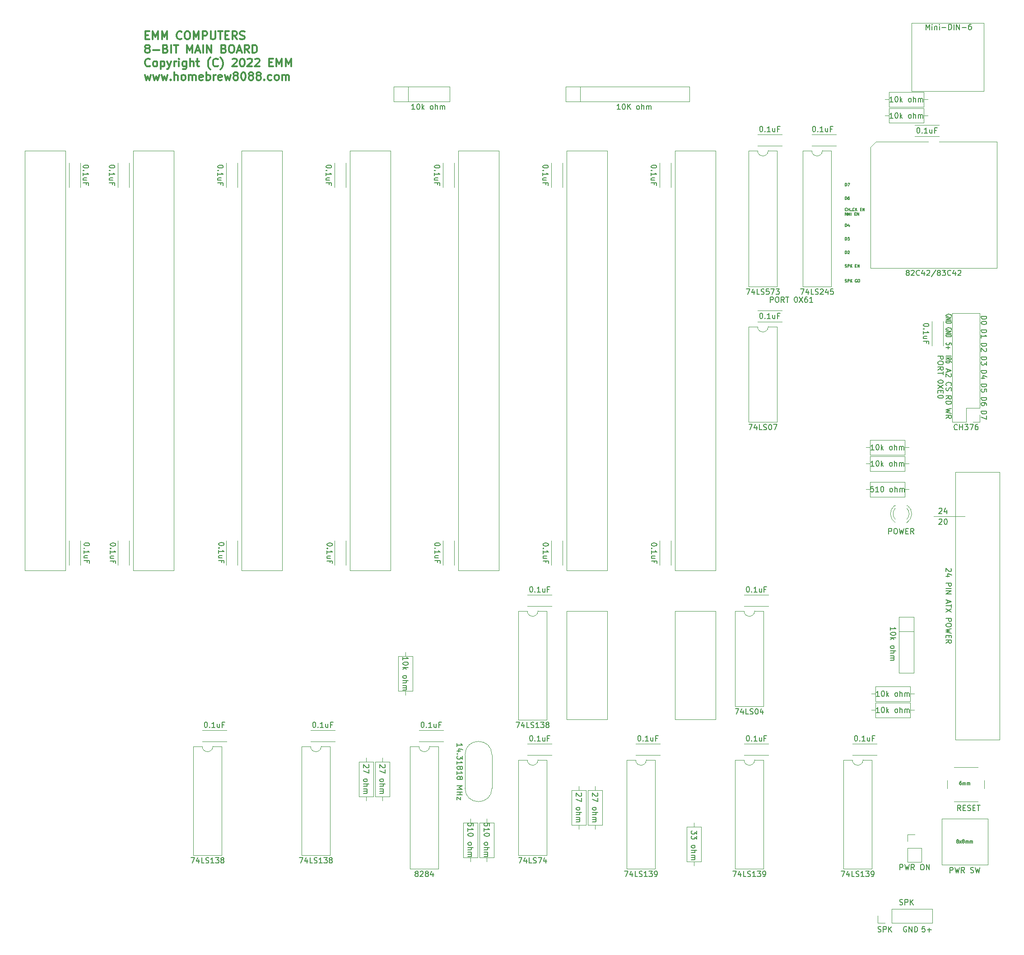
<source format=gbr>
G04 #@! TF.GenerationSoftware,KiCad,Pcbnew,(5.1.8)-1*
G04 #@! TF.CreationDate,2022-05-28T15:43:51-06:00*
G04 #@! TF.ProjectId,Multi,4d756c74-692e-46b6-9963-61645f706362,rev?*
G04 #@! TF.SameCoordinates,Original*
G04 #@! TF.FileFunction,Legend,Top*
G04 #@! TF.FilePolarity,Positive*
%FSLAX46Y46*%
G04 Gerber Fmt 4.6, Leading zero omitted, Abs format (unit mm)*
G04 Created by KiCad (PCBNEW (5.1.8)-1) date 2022-05-28 15:43:51*
%MOMM*%
%LPD*%
G01*
G04 APERTURE LIST*
%ADD10C,0.150000*%
%ADD11C,0.127000*%
%ADD12C,0.300000*%
%ADD13C,0.120000*%
G04 APERTURE END LIST*
D10*
X133996285Y-172140571D02*
X133939142Y-172112000D01*
X133910571Y-172083428D01*
X133882000Y-172026285D01*
X133882000Y-171997714D01*
X133910571Y-171940571D01*
X133939142Y-171912000D01*
X133996285Y-171883428D01*
X134110571Y-171883428D01*
X134167714Y-171912000D01*
X134196285Y-171940571D01*
X134224857Y-171997714D01*
X134224857Y-172026285D01*
X134196285Y-172083428D01*
X134167714Y-172112000D01*
X134110571Y-172140571D01*
X133996285Y-172140571D01*
X133939142Y-172169142D01*
X133910571Y-172197714D01*
X133882000Y-172254857D01*
X133882000Y-172369142D01*
X133910571Y-172426285D01*
X133939142Y-172454857D01*
X133996285Y-172483428D01*
X134110571Y-172483428D01*
X134167714Y-172454857D01*
X134196285Y-172426285D01*
X134224857Y-172369142D01*
X134224857Y-172254857D01*
X134196285Y-172197714D01*
X134167714Y-172169142D01*
X134110571Y-172140571D01*
X134424857Y-172483428D02*
X134739142Y-172083428D01*
X134424857Y-172083428D02*
X134739142Y-172483428D01*
X135053428Y-172140571D02*
X134996285Y-172112000D01*
X134967714Y-172083428D01*
X134939142Y-172026285D01*
X134939142Y-171997714D01*
X134967714Y-171940571D01*
X134996285Y-171912000D01*
X135053428Y-171883428D01*
X135167714Y-171883428D01*
X135224857Y-171912000D01*
X135253428Y-171940571D01*
X135282000Y-171997714D01*
X135282000Y-172026285D01*
X135253428Y-172083428D01*
X135224857Y-172112000D01*
X135167714Y-172140571D01*
X135053428Y-172140571D01*
X134996285Y-172169142D01*
X134967714Y-172197714D01*
X134939142Y-172254857D01*
X134939142Y-172369142D01*
X134967714Y-172426285D01*
X134996285Y-172454857D01*
X135053428Y-172483428D01*
X135167714Y-172483428D01*
X135224857Y-172454857D01*
X135253428Y-172426285D01*
X135282000Y-172369142D01*
X135282000Y-172254857D01*
X135253428Y-172197714D01*
X135224857Y-172169142D01*
X135167714Y-172140571D01*
X135539142Y-172483428D02*
X135539142Y-172083428D01*
X135539142Y-172140571D02*
X135567714Y-172112000D01*
X135624857Y-172083428D01*
X135710571Y-172083428D01*
X135767714Y-172112000D01*
X135796285Y-172169142D01*
X135796285Y-172483428D01*
X135796285Y-172169142D02*
X135824857Y-172112000D01*
X135882000Y-172083428D01*
X135967714Y-172083428D01*
X136024857Y-172112000D01*
X136053428Y-172169142D01*
X136053428Y-172483428D01*
X136339142Y-172483428D02*
X136339142Y-172083428D01*
X136339142Y-172140571D02*
X136367714Y-172112000D01*
X136424857Y-172083428D01*
X136510571Y-172083428D01*
X136567714Y-172112000D01*
X136596285Y-172169142D01*
X136596285Y-172483428D01*
X136596285Y-172169142D02*
X136624857Y-172112000D01*
X136682000Y-172083428D01*
X136767714Y-172083428D01*
X136824857Y-172112000D01*
X136853428Y-172169142D01*
X136853428Y-172483428D01*
X134696285Y-160961428D02*
X134582000Y-160961428D01*
X134524857Y-160990000D01*
X134496285Y-161018571D01*
X134439142Y-161104285D01*
X134410571Y-161218571D01*
X134410571Y-161447142D01*
X134439142Y-161504285D01*
X134467714Y-161532857D01*
X134524857Y-161561428D01*
X134639142Y-161561428D01*
X134696285Y-161532857D01*
X134724857Y-161504285D01*
X134753428Y-161447142D01*
X134753428Y-161304285D01*
X134724857Y-161247142D01*
X134696285Y-161218571D01*
X134639142Y-161190000D01*
X134524857Y-161190000D01*
X134467714Y-161218571D01*
X134439142Y-161247142D01*
X134410571Y-161304285D01*
X135010571Y-161561428D02*
X135010571Y-161161428D01*
X135010571Y-161218571D02*
X135039142Y-161190000D01*
X135096285Y-161161428D01*
X135182000Y-161161428D01*
X135239142Y-161190000D01*
X135267714Y-161247142D01*
X135267714Y-161561428D01*
X135267714Y-161247142D02*
X135296285Y-161190000D01*
X135353428Y-161161428D01*
X135439142Y-161161428D01*
X135496285Y-161190000D01*
X135524857Y-161247142D01*
X135524857Y-161561428D01*
X135810571Y-161561428D02*
X135810571Y-161161428D01*
X135810571Y-161218571D02*
X135839142Y-161190000D01*
X135896285Y-161161428D01*
X135982000Y-161161428D01*
X136039142Y-161190000D01*
X136067714Y-161247142D01*
X136067714Y-161561428D01*
X136067714Y-161247142D02*
X136096285Y-161190000D01*
X136153428Y-161161428D01*
X136239142Y-161161428D01*
X136296285Y-161190000D01*
X136324857Y-161247142D01*
X136324857Y-161561428D01*
D11*
X112979502Y-49251809D02*
X112979502Y-48743809D01*
X113100454Y-48743809D01*
X113173026Y-48768000D01*
X113221407Y-48816380D01*
X113245597Y-48864761D01*
X113269788Y-48961523D01*
X113269788Y-49034095D01*
X113245597Y-49130857D01*
X113221407Y-49179238D01*
X113173026Y-49227619D01*
X113100454Y-49251809D01*
X112979502Y-49251809D01*
X113439121Y-48743809D02*
X113777788Y-48743809D01*
X113560073Y-49251809D01*
X112979502Y-51791809D02*
X112979502Y-51283809D01*
X113100454Y-51283809D01*
X113173026Y-51308000D01*
X113221407Y-51356380D01*
X113245597Y-51404761D01*
X113269788Y-51501523D01*
X113269788Y-51574095D01*
X113245597Y-51670857D01*
X113221407Y-51719238D01*
X113173026Y-51767619D01*
X113100454Y-51791809D01*
X112979502Y-51791809D01*
X113705216Y-51283809D02*
X113608454Y-51283809D01*
X113560073Y-51308000D01*
X113535883Y-51332190D01*
X113487502Y-51404761D01*
X113463311Y-51501523D01*
X113463311Y-51695047D01*
X113487502Y-51743428D01*
X113511692Y-51767619D01*
X113560073Y-51791809D01*
X113656835Y-51791809D01*
X113705216Y-51767619D01*
X113729407Y-51743428D01*
X113753597Y-51695047D01*
X113753597Y-51574095D01*
X113729407Y-51525714D01*
X113705216Y-51501523D01*
X113656835Y-51477333D01*
X113560073Y-51477333D01*
X113511692Y-51501523D01*
X113487502Y-51525714D01*
X113463311Y-51574095D01*
X112979502Y-56871809D02*
X112979502Y-56363809D01*
X113100454Y-56363809D01*
X113173026Y-56388000D01*
X113221407Y-56436380D01*
X113245597Y-56484761D01*
X113269788Y-56581523D01*
X113269788Y-56654095D01*
X113245597Y-56750857D01*
X113221407Y-56799238D01*
X113173026Y-56847619D01*
X113100454Y-56871809D01*
X112979502Y-56871809D01*
X113705216Y-56533142D02*
X113705216Y-56871809D01*
X113584264Y-56339619D02*
X113463311Y-56702476D01*
X113777788Y-56702476D01*
X112979502Y-59411809D02*
X112979502Y-58903809D01*
X113100454Y-58903809D01*
X113173026Y-58928000D01*
X113221407Y-58976380D01*
X113245597Y-59024761D01*
X113269788Y-59121523D01*
X113269788Y-59194095D01*
X113245597Y-59290857D01*
X113221407Y-59339238D01*
X113173026Y-59387619D01*
X113100454Y-59411809D01*
X112979502Y-59411809D01*
X113439121Y-58903809D02*
X113753597Y-58903809D01*
X113584264Y-59097333D01*
X113656835Y-59097333D01*
X113705216Y-59121523D01*
X113729407Y-59145714D01*
X113753597Y-59194095D01*
X113753597Y-59315047D01*
X113729407Y-59363428D01*
X113705216Y-59387619D01*
X113656835Y-59411809D01*
X113511692Y-59411809D01*
X113463311Y-59387619D01*
X113439121Y-59363428D01*
X112979502Y-61951809D02*
X112979502Y-61443809D01*
X113100454Y-61443809D01*
X113173026Y-61468000D01*
X113221407Y-61516380D01*
X113245597Y-61564761D01*
X113269788Y-61661523D01*
X113269788Y-61734095D01*
X113245597Y-61830857D01*
X113221407Y-61879238D01*
X113173026Y-61927619D01*
X113100454Y-61951809D01*
X112979502Y-61951809D01*
X113463311Y-61492190D02*
X113487502Y-61468000D01*
X113535883Y-61443809D01*
X113656835Y-61443809D01*
X113705216Y-61468000D01*
X113729407Y-61492190D01*
X113753597Y-61540571D01*
X113753597Y-61588952D01*
X113729407Y-61661523D01*
X113439121Y-61951809D01*
X113753597Y-61951809D01*
X112955311Y-64467619D02*
X113027883Y-64491809D01*
X113148835Y-64491809D01*
X113197216Y-64467619D01*
X113221407Y-64443428D01*
X113245597Y-64395047D01*
X113245597Y-64346666D01*
X113221407Y-64298285D01*
X113197216Y-64274095D01*
X113148835Y-64249904D01*
X113052073Y-64225714D01*
X113003692Y-64201523D01*
X112979502Y-64177333D01*
X112955311Y-64128952D01*
X112955311Y-64080571D01*
X112979502Y-64032190D01*
X113003692Y-64008000D01*
X113052073Y-63983809D01*
X113173026Y-63983809D01*
X113245597Y-64008000D01*
X113463311Y-64491809D02*
X113463311Y-63983809D01*
X113656835Y-63983809D01*
X113705216Y-64008000D01*
X113729407Y-64032190D01*
X113753597Y-64080571D01*
X113753597Y-64153142D01*
X113729407Y-64201523D01*
X113705216Y-64225714D01*
X113656835Y-64249904D01*
X113463311Y-64249904D01*
X113971311Y-64491809D02*
X113971311Y-63983809D01*
X114261597Y-64491809D02*
X114043883Y-64201523D01*
X114261597Y-63983809D02*
X113971311Y-64274095D01*
X114866359Y-64225714D02*
X115035692Y-64225714D01*
X115108264Y-64491809D02*
X114866359Y-64491809D01*
X114866359Y-63983809D01*
X115108264Y-63983809D01*
X115325978Y-64491809D02*
X115325978Y-63983809D01*
X115616264Y-64491809D01*
X115616264Y-63983809D01*
X112955311Y-67261619D02*
X113027883Y-67285809D01*
X113148835Y-67285809D01*
X113197216Y-67261619D01*
X113221407Y-67237428D01*
X113245597Y-67189047D01*
X113245597Y-67140666D01*
X113221407Y-67092285D01*
X113197216Y-67068095D01*
X113148835Y-67043904D01*
X113052073Y-67019714D01*
X113003692Y-66995523D01*
X112979502Y-66971333D01*
X112955311Y-66922952D01*
X112955311Y-66874571D01*
X112979502Y-66826190D01*
X113003692Y-66802000D01*
X113052073Y-66777809D01*
X113173026Y-66777809D01*
X113245597Y-66802000D01*
X113463311Y-67285809D02*
X113463311Y-66777809D01*
X113656835Y-66777809D01*
X113705216Y-66802000D01*
X113729407Y-66826190D01*
X113753597Y-66874571D01*
X113753597Y-66947142D01*
X113729407Y-66995523D01*
X113705216Y-67019714D01*
X113656835Y-67043904D01*
X113463311Y-67043904D01*
X113971311Y-67285809D02*
X113971311Y-66777809D01*
X114261597Y-67285809D02*
X114043883Y-66995523D01*
X114261597Y-66777809D02*
X113971311Y-67068095D01*
X115132454Y-66802000D02*
X115084073Y-66777809D01*
X115011502Y-66777809D01*
X114938930Y-66802000D01*
X114890550Y-66850380D01*
X114866359Y-66898761D01*
X114842169Y-66995523D01*
X114842169Y-67068095D01*
X114866359Y-67164857D01*
X114890550Y-67213238D01*
X114938930Y-67261619D01*
X115011502Y-67285809D01*
X115059883Y-67285809D01*
X115132454Y-67261619D01*
X115156645Y-67237428D01*
X115156645Y-67068095D01*
X115059883Y-67068095D01*
X115471121Y-66777809D02*
X115567883Y-66777809D01*
X115616264Y-66802000D01*
X115664645Y-66850380D01*
X115688835Y-66947142D01*
X115688835Y-67116476D01*
X115664645Y-67213238D01*
X115616264Y-67261619D01*
X115567883Y-67285809D01*
X115471121Y-67285809D01*
X115422740Y-67261619D01*
X115374359Y-67213238D01*
X115350169Y-67116476D01*
X115350169Y-66947142D01*
X115374359Y-66850380D01*
X115422740Y-66802000D01*
X115471121Y-66777809D01*
X113269788Y-53838928D02*
X113245597Y-53863119D01*
X113173026Y-53887309D01*
X113124645Y-53887309D01*
X113052073Y-53863119D01*
X113003692Y-53814738D01*
X112979502Y-53766357D01*
X112955311Y-53669595D01*
X112955311Y-53597023D01*
X112979502Y-53500261D01*
X113003692Y-53451880D01*
X113052073Y-53403500D01*
X113124645Y-53379309D01*
X113173026Y-53379309D01*
X113245597Y-53403500D01*
X113269788Y-53427690D01*
X113487502Y-53887309D02*
X113487502Y-53379309D01*
X113487502Y-53621214D02*
X113777788Y-53621214D01*
X113777788Y-53887309D02*
X113777788Y-53379309D01*
X113898740Y-53935690D02*
X114285788Y-53935690D01*
X114697026Y-53838928D02*
X114672835Y-53863119D01*
X114600264Y-53887309D01*
X114551883Y-53887309D01*
X114479311Y-53863119D01*
X114430930Y-53814738D01*
X114406740Y-53766357D01*
X114382550Y-53669595D01*
X114382550Y-53597023D01*
X114406740Y-53500261D01*
X114430930Y-53451880D01*
X114479311Y-53403500D01*
X114551883Y-53379309D01*
X114600264Y-53379309D01*
X114672835Y-53403500D01*
X114697026Y-53427690D01*
X114914740Y-53887309D02*
X114914740Y-53379309D01*
X115205026Y-53887309D02*
X114987311Y-53597023D01*
X115205026Y-53379309D02*
X114914740Y-53669595D01*
X115809788Y-53621214D02*
X115979121Y-53621214D01*
X116051692Y-53887309D02*
X115809788Y-53887309D01*
X115809788Y-53379309D01*
X116051692Y-53379309D01*
X116269407Y-53887309D02*
X116269407Y-53379309D01*
X116559692Y-53887309D01*
X116559692Y-53379309D01*
X112979502Y-54776309D02*
X112979502Y-54268309D01*
X113269788Y-54776309D01*
X113269788Y-54268309D01*
X113511692Y-54776309D02*
X113511692Y-54268309D01*
X113681026Y-54631166D01*
X113850359Y-54268309D01*
X113850359Y-54776309D01*
X114092264Y-54776309D02*
X114092264Y-54268309D01*
X114721216Y-54510214D02*
X114890550Y-54510214D01*
X114963121Y-54776309D02*
X114721216Y-54776309D01*
X114721216Y-54268309D01*
X114963121Y-54268309D01*
X115180835Y-54776309D02*
X115180835Y-54268309D01*
X115471121Y-54776309D01*
X115471121Y-54268309D01*
D10*
X127889047Y-188174380D02*
X127412857Y-188174380D01*
X127365238Y-188650571D01*
X127412857Y-188602952D01*
X127508095Y-188555333D01*
X127746190Y-188555333D01*
X127841428Y-188602952D01*
X127889047Y-188650571D01*
X127936666Y-188745809D01*
X127936666Y-188983904D01*
X127889047Y-189079142D01*
X127841428Y-189126761D01*
X127746190Y-189174380D01*
X127508095Y-189174380D01*
X127412857Y-189126761D01*
X127365238Y-189079142D01*
X128365238Y-188793428D02*
X129127142Y-188793428D01*
X128746190Y-189174380D02*
X128746190Y-188412476D01*
X124460095Y-188222000D02*
X124364857Y-188174380D01*
X124222000Y-188174380D01*
X124079142Y-188222000D01*
X123983904Y-188317238D01*
X123936285Y-188412476D01*
X123888666Y-188602952D01*
X123888666Y-188745809D01*
X123936285Y-188936285D01*
X123983904Y-189031523D01*
X124079142Y-189126761D01*
X124222000Y-189174380D01*
X124317238Y-189174380D01*
X124460095Y-189126761D01*
X124507714Y-189079142D01*
X124507714Y-188745809D01*
X124317238Y-188745809D01*
X124936285Y-189174380D02*
X124936285Y-188174380D01*
X125507714Y-189174380D01*
X125507714Y-188174380D01*
X125983904Y-189174380D02*
X125983904Y-188174380D01*
X126222000Y-188174380D01*
X126364857Y-188222000D01*
X126460095Y-188317238D01*
X126507714Y-188412476D01*
X126555333Y-188602952D01*
X126555333Y-188745809D01*
X126507714Y-188936285D01*
X126460095Y-189031523D01*
X126364857Y-189126761D01*
X126222000Y-189174380D01*
X125983904Y-189174380D01*
X119110285Y-189126761D02*
X119253142Y-189174380D01*
X119491238Y-189174380D01*
X119586476Y-189126761D01*
X119634095Y-189079142D01*
X119681714Y-188983904D01*
X119681714Y-188888666D01*
X119634095Y-188793428D01*
X119586476Y-188745809D01*
X119491238Y-188698190D01*
X119300761Y-188650571D01*
X119205523Y-188602952D01*
X119157904Y-188555333D01*
X119110285Y-188460095D01*
X119110285Y-188364857D01*
X119157904Y-188269619D01*
X119205523Y-188222000D01*
X119300761Y-188174380D01*
X119538857Y-188174380D01*
X119681714Y-188222000D01*
X120110285Y-189174380D02*
X120110285Y-188174380D01*
X120491238Y-188174380D01*
X120586476Y-188222000D01*
X120634095Y-188269619D01*
X120681714Y-188364857D01*
X120681714Y-188507714D01*
X120634095Y-188602952D01*
X120586476Y-188650571D01*
X120491238Y-188698190D01*
X120110285Y-188698190D01*
X121110285Y-189174380D02*
X121110285Y-188174380D01*
X121681714Y-189174380D02*
X121253142Y-188602952D01*
X121681714Y-188174380D02*
X121110285Y-188745809D01*
X132786380Y-121016000D02*
X132834000Y-121063619D01*
X132881619Y-121158857D01*
X132881619Y-121396952D01*
X132834000Y-121492190D01*
X132786380Y-121539809D01*
X132691142Y-121587428D01*
X132595904Y-121587428D01*
X132453047Y-121539809D01*
X131881619Y-120968380D01*
X131881619Y-121587428D01*
X132548285Y-122444571D02*
X131881619Y-122444571D01*
X132929238Y-122206476D02*
X132214952Y-121968380D01*
X132214952Y-122587428D01*
X131881619Y-123730285D02*
X132881619Y-123730285D01*
X132881619Y-124111238D01*
X132834000Y-124206476D01*
X132786380Y-124254095D01*
X132691142Y-124301714D01*
X132548285Y-124301714D01*
X132453047Y-124254095D01*
X132405428Y-124206476D01*
X132357809Y-124111238D01*
X132357809Y-123730285D01*
X131881619Y-124730285D02*
X132881619Y-124730285D01*
X131881619Y-125206476D02*
X132881619Y-125206476D01*
X131881619Y-125777904D01*
X132881619Y-125777904D01*
X132167333Y-126968380D02*
X132167333Y-127444571D01*
X131881619Y-126873142D02*
X132881619Y-127206476D01*
X131881619Y-127539809D01*
X132881619Y-127730285D02*
X132881619Y-128301714D01*
X131881619Y-128016000D02*
X132881619Y-128016000D01*
X132881619Y-128539809D02*
X131881619Y-129206476D01*
X132881619Y-129206476D02*
X131881619Y-128539809D01*
X131881619Y-130349333D02*
X132881619Y-130349333D01*
X132881619Y-130730285D01*
X132834000Y-130825523D01*
X132786380Y-130873142D01*
X132691142Y-130920761D01*
X132548285Y-130920761D01*
X132453047Y-130873142D01*
X132405428Y-130825523D01*
X132357809Y-130730285D01*
X132357809Y-130349333D01*
X132881619Y-131539809D02*
X132881619Y-131730285D01*
X132834000Y-131825523D01*
X132738761Y-131920761D01*
X132548285Y-131968380D01*
X132214952Y-131968380D01*
X132024476Y-131920761D01*
X131929238Y-131825523D01*
X131881619Y-131730285D01*
X131881619Y-131539809D01*
X131929238Y-131444571D01*
X132024476Y-131349333D01*
X132214952Y-131301714D01*
X132548285Y-131301714D01*
X132738761Y-131349333D01*
X132834000Y-131444571D01*
X132881619Y-131539809D01*
X132881619Y-132301714D02*
X131881619Y-132539809D01*
X132595904Y-132730285D01*
X131881619Y-132920761D01*
X132881619Y-133158857D01*
X132405428Y-133539809D02*
X132405428Y-133873142D01*
X131881619Y-134016000D02*
X131881619Y-133539809D01*
X132881619Y-133539809D01*
X132881619Y-134016000D01*
X131881619Y-135016000D02*
X132357809Y-134682666D01*
X131881619Y-134444571D02*
X132881619Y-134444571D01*
X132881619Y-134825523D01*
X132834000Y-134920761D01*
X132786380Y-134968380D01*
X132691142Y-135016000D01*
X132548285Y-135016000D01*
X132453047Y-134968380D01*
X132405428Y-134920761D01*
X132357809Y-134825523D01*
X132357809Y-134444571D01*
X132834000Y-73684190D02*
X132881619Y-73623714D01*
X132881619Y-73533000D01*
X132834000Y-73442285D01*
X132738761Y-73381809D01*
X132643523Y-73351571D01*
X132453047Y-73321333D01*
X132310190Y-73321333D01*
X132119714Y-73351571D01*
X132024476Y-73381809D01*
X131929238Y-73442285D01*
X131881619Y-73533000D01*
X131881619Y-73593476D01*
X131929238Y-73684190D01*
X131976857Y-73714428D01*
X132310190Y-73714428D01*
X132310190Y-73593476D01*
X131881619Y-73986571D02*
X132881619Y-73986571D01*
X131881619Y-74349428D01*
X132881619Y-74349428D01*
X131881619Y-74651809D02*
X132881619Y-74651809D01*
X132881619Y-74803000D01*
X132834000Y-74893714D01*
X132738761Y-74954190D01*
X132643523Y-74984428D01*
X132453047Y-75014666D01*
X132310190Y-75014666D01*
X132119714Y-74984428D01*
X132024476Y-74954190D01*
X131929238Y-74893714D01*
X131881619Y-74803000D01*
X131881619Y-74651809D01*
X132834000Y-76224190D02*
X132881619Y-76163714D01*
X132881619Y-76073000D01*
X132834000Y-75982285D01*
X132738761Y-75921809D01*
X132643523Y-75891571D01*
X132453047Y-75861333D01*
X132310190Y-75861333D01*
X132119714Y-75891571D01*
X132024476Y-75921809D01*
X131929238Y-75982285D01*
X131881619Y-76073000D01*
X131881619Y-76133476D01*
X131929238Y-76224190D01*
X131976857Y-76254428D01*
X132310190Y-76254428D01*
X132310190Y-76133476D01*
X131881619Y-76526571D02*
X132881619Y-76526571D01*
X131881619Y-76889428D01*
X132881619Y-76889428D01*
X131881619Y-77191809D02*
X132881619Y-77191809D01*
X132881619Y-77343000D01*
X132834000Y-77433714D01*
X132738761Y-77494190D01*
X132643523Y-77524428D01*
X132453047Y-77554666D01*
X132310190Y-77554666D01*
X132119714Y-77524428D01*
X132024476Y-77494190D01*
X131929238Y-77433714D01*
X131881619Y-77343000D01*
X131881619Y-77191809D01*
X131881619Y-81168119D02*
X132881619Y-81168119D01*
X131881619Y-81833357D02*
X132357809Y-81621690D01*
X131881619Y-81470500D02*
X132881619Y-81470500D01*
X132881619Y-81712404D01*
X132834000Y-81772880D01*
X132786380Y-81803119D01*
X132691142Y-81833357D01*
X132548285Y-81833357D01*
X132453047Y-81803119D01*
X132405428Y-81772880D01*
X132357809Y-81712404D01*
X132357809Y-81470500D01*
X132881619Y-82377642D02*
X132881619Y-82256690D01*
X132834000Y-82196214D01*
X132786380Y-82165976D01*
X132643523Y-82105500D01*
X132453047Y-82075261D01*
X132072095Y-82075261D01*
X131976857Y-82105500D01*
X131929238Y-82135738D01*
X131881619Y-82196214D01*
X131881619Y-82317166D01*
X131929238Y-82377642D01*
X131976857Y-82407880D01*
X132072095Y-82438119D01*
X132310190Y-82438119D01*
X132405428Y-82407880D01*
X132453047Y-82377642D01*
X132500666Y-82317166D01*
X132500666Y-82196214D01*
X132453047Y-82135738D01*
X132405428Y-82105500D01*
X132310190Y-82075261D01*
X138485619Y-83843904D02*
X139485619Y-83843904D01*
X139485619Y-84082000D01*
X139438000Y-84224857D01*
X139342761Y-84320095D01*
X139247523Y-84367714D01*
X139057047Y-84415333D01*
X138914190Y-84415333D01*
X138723714Y-84367714D01*
X138628476Y-84320095D01*
X138533238Y-84224857D01*
X138485619Y-84082000D01*
X138485619Y-83843904D01*
X139152285Y-85272476D02*
X138485619Y-85272476D01*
X139533238Y-85034380D02*
X138818952Y-84796285D01*
X138818952Y-85415333D01*
X138485619Y-81303904D02*
X139485619Y-81303904D01*
X139485619Y-81542000D01*
X139438000Y-81684857D01*
X139342761Y-81780095D01*
X139247523Y-81827714D01*
X139057047Y-81875333D01*
X138914190Y-81875333D01*
X138723714Y-81827714D01*
X138628476Y-81780095D01*
X138533238Y-81684857D01*
X138485619Y-81542000D01*
X138485619Y-81303904D01*
X139485619Y-82208666D02*
X139485619Y-82827714D01*
X139104666Y-82494380D01*
X139104666Y-82637238D01*
X139057047Y-82732476D01*
X139009428Y-82780095D01*
X138914190Y-82827714D01*
X138676095Y-82827714D01*
X138580857Y-82780095D01*
X138533238Y-82732476D01*
X138485619Y-82637238D01*
X138485619Y-82351523D01*
X138533238Y-82256285D01*
X138580857Y-82208666D01*
X132881619Y-91019428D02*
X131881619Y-91257523D01*
X132595904Y-91448000D01*
X131881619Y-91638476D01*
X132881619Y-91876571D01*
X131881619Y-92828952D02*
X132357809Y-92495619D01*
X131881619Y-92257523D02*
X132881619Y-92257523D01*
X132881619Y-92638476D01*
X132834000Y-92733714D01*
X132786380Y-92781333D01*
X132691142Y-92828952D01*
X132548285Y-92828952D01*
X132453047Y-92781333D01*
X132405428Y-92733714D01*
X132357809Y-92638476D01*
X132357809Y-92257523D01*
X138485619Y-88923904D02*
X139485619Y-88923904D01*
X139485619Y-89162000D01*
X139438000Y-89304857D01*
X139342761Y-89400095D01*
X139247523Y-89447714D01*
X139057047Y-89495333D01*
X138914190Y-89495333D01*
X138723714Y-89447714D01*
X138628476Y-89400095D01*
X138533238Y-89304857D01*
X138485619Y-89162000D01*
X138485619Y-88923904D01*
X139485619Y-90352476D02*
X139485619Y-90162000D01*
X139438000Y-90066761D01*
X139390380Y-90019142D01*
X139247523Y-89923904D01*
X139057047Y-89876285D01*
X138676095Y-89876285D01*
X138580857Y-89923904D01*
X138533238Y-89971523D01*
X138485619Y-90066761D01*
X138485619Y-90257238D01*
X138533238Y-90352476D01*
X138580857Y-90400095D01*
X138676095Y-90447714D01*
X138914190Y-90447714D01*
X139009428Y-90400095D01*
X139057047Y-90352476D01*
X139104666Y-90257238D01*
X139104666Y-90066761D01*
X139057047Y-89971523D01*
X139009428Y-89923904D01*
X138914190Y-89876285D01*
X138485619Y-76223904D02*
X139485619Y-76223904D01*
X139485619Y-76462000D01*
X139438000Y-76604857D01*
X139342761Y-76700095D01*
X139247523Y-76747714D01*
X139057047Y-76795333D01*
X138914190Y-76795333D01*
X138723714Y-76747714D01*
X138628476Y-76700095D01*
X138533238Y-76604857D01*
X138485619Y-76462000D01*
X138485619Y-76223904D01*
X138485619Y-77747714D02*
X138485619Y-77176285D01*
X138485619Y-77462000D02*
X139485619Y-77462000D01*
X139342761Y-77366761D01*
X139247523Y-77271523D01*
X139199904Y-77176285D01*
X138485619Y-86383904D02*
X139485619Y-86383904D01*
X139485619Y-86622000D01*
X139438000Y-86764857D01*
X139342761Y-86860095D01*
X139247523Y-86907714D01*
X139057047Y-86955333D01*
X138914190Y-86955333D01*
X138723714Y-86907714D01*
X138628476Y-86860095D01*
X138533238Y-86764857D01*
X138485619Y-86622000D01*
X138485619Y-86383904D01*
X139485619Y-87860095D02*
X139485619Y-87383904D01*
X139009428Y-87336285D01*
X139057047Y-87383904D01*
X139104666Y-87479142D01*
X139104666Y-87717238D01*
X139057047Y-87812476D01*
X139009428Y-87860095D01*
X138914190Y-87907714D01*
X138676095Y-87907714D01*
X138580857Y-87860095D01*
X138533238Y-87812476D01*
X138485619Y-87717238D01*
X138485619Y-87479142D01*
X138533238Y-87383904D01*
X138580857Y-87336285D01*
X138485619Y-78763904D02*
X139485619Y-78763904D01*
X139485619Y-79002000D01*
X139438000Y-79144857D01*
X139342761Y-79240095D01*
X139247523Y-79287714D01*
X139057047Y-79335333D01*
X138914190Y-79335333D01*
X138723714Y-79287714D01*
X138628476Y-79240095D01*
X138533238Y-79144857D01*
X138485619Y-79002000D01*
X138485619Y-78763904D01*
X139390380Y-79716285D02*
X139438000Y-79763904D01*
X139485619Y-79859142D01*
X139485619Y-80097238D01*
X139438000Y-80192476D01*
X139390380Y-80240095D01*
X139295142Y-80287714D01*
X139199904Y-80287714D01*
X139057047Y-80240095D01*
X138485619Y-79668666D01*
X138485619Y-80287714D01*
X138485619Y-91463904D02*
X139485619Y-91463904D01*
X139485619Y-91702000D01*
X139438000Y-91844857D01*
X139342761Y-91940095D01*
X139247523Y-91987714D01*
X139057047Y-92035333D01*
X138914190Y-92035333D01*
X138723714Y-91987714D01*
X138628476Y-91940095D01*
X138533238Y-91844857D01*
X138485619Y-91702000D01*
X138485619Y-91463904D01*
X139485619Y-92368666D02*
X139485619Y-93035333D01*
X138485619Y-92606761D01*
X131881619Y-89217523D02*
X132357809Y-88884190D01*
X131881619Y-88646095D02*
X132881619Y-88646095D01*
X132881619Y-89027047D01*
X132834000Y-89122285D01*
X132786380Y-89169904D01*
X132691142Y-89217523D01*
X132548285Y-89217523D01*
X132453047Y-89169904D01*
X132405428Y-89122285D01*
X132357809Y-89027047D01*
X132357809Y-88646095D01*
X131881619Y-89646095D02*
X132881619Y-89646095D01*
X132881619Y-89884190D01*
X132834000Y-90027047D01*
X132738761Y-90122285D01*
X132643523Y-90169904D01*
X132453047Y-90217523D01*
X132310190Y-90217523D01*
X132119714Y-90169904D01*
X132024476Y-90122285D01*
X131929238Y-90027047D01*
X131881619Y-89884190D01*
X131881619Y-89646095D01*
X132881619Y-79006095D02*
X132881619Y-78703714D01*
X132405428Y-78673476D01*
X132453047Y-78703714D01*
X132500666Y-78764190D01*
X132500666Y-78915380D01*
X132453047Y-78975857D01*
X132405428Y-79006095D01*
X132310190Y-79036333D01*
X132072095Y-79036333D01*
X131976857Y-79006095D01*
X131929238Y-78975857D01*
X131881619Y-78915380D01*
X131881619Y-78764190D01*
X131929238Y-78703714D01*
X131976857Y-78673476D01*
X132262571Y-79308476D02*
X132262571Y-79792285D01*
X131881619Y-79550380D02*
X132643523Y-79550380D01*
X138485619Y-73683904D02*
X139485619Y-73683904D01*
X139485619Y-73922000D01*
X139438000Y-74064857D01*
X139342761Y-74160095D01*
X139247523Y-74207714D01*
X139057047Y-74255333D01*
X138914190Y-74255333D01*
X138723714Y-74207714D01*
X138628476Y-74160095D01*
X138533238Y-74064857D01*
X138485619Y-73922000D01*
X138485619Y-73683904D01*
X139485619Y-74874380D02*
X139485619Y-74969619D01*
X139438000Y-75064857D01*
X139390380Y-75112476D01*
X139295142Y-75160095D01*
X139104666Y-75207714D01*
X138866571Y-75207714D01*
X138676095Y-75160095D01*
X138580857Y-75112476D01*
X138533238Y-75064857D01*
X138485619Y-74969619D01*
X138485619Y-74874380D01*
X138533238Y-74779142D01*
X138580857Y-74731523D01*
X138676095Y-74683904D01*
X138866571Y-74636285D01*
X139104666Y-74636285D01*
X139295142Y-74683904D01*
X139390380Y-74731523D01*
X139438000Y-74779142D01*
X139485619Y-74874380D01*
X132167333Y-83613714D02*
X132167333Y-84089904D01*
X131881619Y-83518476D02*
X132881619Y-83851809D01*
X131881619Y-84185142D01*
X132786380Y-84470857D02*
X132834000Y-84518476D01*
X132881619Y-84613714D01*
X132881619Y-84851809D01*
X132834000Y-84947047D01*
X132786380Y-84994666D01*
X132691142Y-85042285D01*
X132595904Y-85042285D01*
X132453047Y-84994666D01*
X131881619Y-84423238D01*
X131881619Y-85042285D01*
X131976857Y-86701333D02*
X131929238Y-86653714D01*
X131881619Y-86510857D01*
X131881619Y-86415619D01*
X131929238Y-86272761D01*
X132024476Y-86177523D01*
X132119714Y-86129904D01*
X132310190Y-86082285D01*
X132453047Y-86082285D01*
X132643523Y-86129904D01*
X132738761Y-86177523D01*
X132834000Y-86272761D01*
X132881619Y-86415619D01*
X132881619Y-86510857D01*
X132834000Y-86653714D01*
X132786380Y-86701333D01*
X131929238Y-87082285D02*
X131881619Y-87225142D01*
X131881619Y-87463238D01*
X131929238Y-87558476D01*
X131976857Y-87606095D01*
X132072095Y-87653714D01*
X132167333Y-87653714D01*
X132262571Y-87606095D01*
X132310190Y-87558476D01*
X132357809Y-87463238D01*
X132405428Y-87272761D01*
X132453047Y-87177523D01*
X132500666Y-87129904D01*
X132595904Y-87082285D01*
X132691142Y-87082285D01*
X132786380Y-87129904D01*
X132834000Y-87177523D01*
X132881619Y-87272761D01*
X132881619Y-87510857D01*
X132834000Y-87653714D01*
D12*
X-18243857Y-20959857D02*
X-17743857Y-20959857D01*
X-17529571Y-21745571D02*
X-18243857Y-21745571D01*
X-18243857Y-20245571D01*
X-17529571Y-20245571D01*
X-16886714Y-21745571D02*
X-16886714Y-20245571D01*
X-16386714Y-21317000D01*
X-15886714Y-20245571D01*
X-15886714Y-21745571D01*
X-15172428Y-21745571D02*
X-15172428Y-20245571D01*
X-14672428Y-21317000D01*
X-14172428Y-20245571D01*
X-14172428Y-21745571D01*
X-11458142Y-21602714D02*
X-11529571Y-21674142D01*
X-11743857Y-21745571D01*
X-11886714Y-21745571D01*
X-12101000Y-21674142D01*
X-12243857Y-21531285D01*
X-12315285Y-21388428D01*
X-12386714Y-21102714D01*
X-12386714Y-20888428D01*
X-12315285Y-20602714D01*
X-12243857Y-20459857D01*
X-12101000Y-20317000D01*
X-11886714Y-20245571D01*
X-11743857Y-20245571D01*
X-11529571Y-20317000D01*
X-11458142Y-20388428D01*
X-10529571Y-20245571D02*
X-10243857Y-20245571D01*
X-10101000Y-20317000D01*
X-9958142Y-20459857D01*
X-9886714Y-20745571D01*
X-9886714Y-21245571D01*
X-9958142Y-21531285D01*
X-10101000Y-21674142D01*
X-10243857Y-21745571D01*
X-10529571Y-21745571D01*
X-10672428Y-21674142D01*
X-10815285Y-21531285D01*
X-10886714Y-21245571D01*
X-10886714Y-20745571D01*
X-10815285Y-20459857D01*
X-10672428Y-20317000D01*
X-10529571Y-20245571D01*
X-9243857Y-21745571D02*
X-9243857Y-20245571D01*
X-8743857Y-21317000D01*
X-8243857Y-20245571D01*
X-8243857Y-21745571D01*
X-7529571Y-21745571D02*
X-7529571Y-20245571D01*
X-6958142Y-20245571D01*
X-6815285Y-20317000D01*
X-6743857Y-20388428D01*
X-6672428Y-20531285D01*
X-6672428Y-20745571D01*
X-6743857Y-20888428D01*
X-6815285Y-20959857D01*
X-6958142Y-21031285D01*
X-7529571Y-21031285D01*
X-6029571Y-20245571D02*
X-6029571Y-21459857D01*
X-5958142Y-21602714D01*
X-5886714Y-21674142D01*
X-5743857Y-21745571D01*
X-5458142Y-21745571D01*
X-5315285Y-21674142D01*
X-5243857Y-21602714D01*
X-5172428Y-21459857D01*
X-5172428Y-20245571D01*
X-4672428Y-20245571D02*
X-3815285Y-20245571D01*
X-4243857Y-21745571D02*
X-4243857Y-20245571D01*
X-3315285Y-20959857D02*
X-2815285Y-20959857D01*
X-2601000Y-21745571D02*
X-3315285Y-21745571D01*
X-3315285Y-20245571D01*
X-2601000Y-20245571D01*
X-1101000Y-21745571D02*
X-1601000Y-21031285D01*
X-1958142Y-21745571D02*
X-1958142Y-20245571D01*
X-1386714Y-20245571D01*
X-1243857Y-20317000D01*
X-1172428Y-20388428D01*
X-1101000Y-20531285D01*
X-1101000Y-20745571D01*
X-1172428Y-20888428D01*
X-1243857Y-20959857D01*
X-1386714Y-21031285D01*
X-1958142Y-21031285D01*
X-529571Y-21674142D02*
X-315285Y-21745571D01*
X41857Y-21745571D01*
X184714Y-21674142D01*
X256142Y-21602714D01*
X327571Y-21459857D01*
X327571Y-21317000D01*
X256142Y-21174142D01*
X184714Y-21102714D01*
X41857Y-21031285D01*
X-243857Y-20959857D01*
X-386714Y-20888428D01*
X-458142Y-20817000D01*
X-529571Y-20674142D01*
X-529571Y-20531285D01*
X-458142Y-20388428D01*
X-386714Y-20317000D01*
X-243857Y-20245571D01*
X113285Y-20245571D01*
X327571Y-20317000D01*
X-18029571Y-23438428D02*
X-18172428Y-23367000D01*
X-18243857Y-23295571D01*
X-18315285Y-23152714D01*
X-18315285Y-23081285D01*
X-18243857Y-22938428D01*
X-18172428Y-22867000D01*
X-18029571Y-22795571D01*
X-17743857Y-22795571D01*
X-17601000Y-22867000D01*
X-17529571Y-22938428D01*
X-17458142Y-23081285D01*
X-17458142Y-23152714D01*
X-17529571Y-23295571D01*
X-17601000Y-23367000D01*
X-17743857Y-23438428D01*
X-18029571Y-23438428D01*
X-18172428Y-23509857D01*
X-18243857Y-23581285D01*
X-18315285Y-23724142D01*
X-18315285Y-24009857D01*
X-18243857Y-24152714D01*
X-18172428Y-24224142D01*
X-18029571Y-24295571D01*
X-17743857Y-24295571D01*
X-17601000Y-24224142D01*
X-17529571Y-24152714D01*
X-17458142Y-24009857D01*
X-17458142Y-23724142D01*
X-17529571Y-23581285D01*
X-17601000Y-23509857D01*
X-17743857Y-23438428D01*
X-16815285Y-23724142D02*
X-15672428Y-23724142D01*
X-14458142Y-23509857D02*
X-14243857Y-23581285D01*
X-14172428Y-23652714D01*
X-14101000Y-23795571D01*
X-14101000Y-24009857D01*
X-14172428Y-24152714D01*
X-14243857Y-24224142D01*
X-14386714Y-24295571D01*
X-14958142Y-24295571D01*
X-14958142Y-22795571D01*
X-14458142Y-22795571D01*
X-14315285Y-22867000D01*
X-14243857Y-22938428D01*
X-14172428Y-23081285D01*
X-14172428Y-23224142D01*
X-14243857Y-23367000D01*
X-14315285Y-23438428D01*
X-14458142Y-23509857D01*
X-14958142Y-23509857D01*
X-13458142Y-24295571D02*
X-13458142Y-22795571D01*
X-12958142Y-22795571D02*
X-12101000Y-22795571D01*
X-12529571Y-24295571D02*
X-12529571Y-22795571D01*
X-10458142Y-24295571D02*
X-10458142Y-22795571D01*
X-9958142Y-23867000D01*
X-9458142Y-22795571D01*
X-9458142Y-24295571D01*
X-8815285Y-23867000D02*
X-8101000Y-23867000D01*
X-8958142Y-24295571D02*
X-8458142Y-22795571D01*
X-7958142Y-24295571D01*
X-7458142Y-24295571D02*
X-7458142Y-22795571D01*
X-6743857Y-24295571D02*
X-6743857Y-22795571D01*
X-5886714Y-24295571D01*
X-5886714Y-22795571D01*
X-3529571Y-23509857D02*
X-3315285Y-23581285D01*
X-3243857Y-23652714D01*
X-3172428Y-23795571D01*
X-3172428Y-24009857D01*
X-3243857Y-24152714D01*
X-3315285Y-24224142D01*
X-3458142Y-24295571D01*
X-4029571Y-24295571D01*
X-4029571Y-22795571D01*
X-3529571Y-22795571D01*
X-3386714Y-22867000D01*
X-3315285Y-22938428D01*
X-3243857Y-23081285D01*
X-3243857Y-23224142D01*
X-3315285Y-23367000D01*
X-3386714Y-23438428D01*
X-3529571Y-23509857D01*
X-4029571Y-23509857D01*
X-2243857Y-22795571D02*
X-1958142Y-22795571D01*
X-1815285Y-22867000D01*
X-1672428Y-23009857D01*
X-1601000Y-23295571D01*
X-1601000Y-23795571D01*
X-1672428Y-24081285D01*
X-1815285Y-24224142D01*
X-1958142Y-24295571D01*
X-2243857Y-24295571D01*
X-2386714Y-24224142D01*
X-2529571Y-24081285D01*
X-2601000Y-23795571D01*
X-2601000Y-23295571D01*
X-2529571Y-23009857D01*
X-2386714Y-22867000D01*
X-2243857Y-22795571D01*
X-1029571Y-23867000D02*
X-315285Y-23867000D01*
X-1172428Y-24295571D02*
X-672428Y-22795571D01*
X-172428Y-24295571D01*
X1184714Y-24295571D02*
X684714Y-23581285D01*
X327571Y-24295571D02*
X327571Y-22795571D01*
X899000Y-22795571D01*
X1041857Y-22867000D01*
X1113285Y-22938428D01*
X1184714Y-23081285D01*
X1184714Y-23295571D01*
X1113285Y-23438428D01*
X1041857Y-23509857D01*
X899000Y-23581285D01*
X327571Y-23581285D01*
X1827571Y-24295571D02*
X1827571Y-22795571D01*
X2184714Y-22795571D01*
X2399000Y-22867000D01*
X2541857Y-23009857D01*
X2613285Y-23152714D01*
X2684714Y-23438428D01*
X2684714Y-23652714D01*
X2613285Y-23938428D01*
X2541857Y-24081285D01*
X2399000Y-24224142D01*
X2184714Y-24295571D01*
X1827571Y-24295571D01*
X-17386714Y-26702714D02*
X-17458142Y-26774142D01*
X-17672428Y-26845571D01*
X-17815285Y-26845571D01*
X-18029571Y-26774142D01*
X-18172428Y-26631285D01*
X-18243857Y-26488428D01*
X-18315285Y-26202714D01*
X-18315285Y-25988428D01*
X-18243857Y-25702714D01*
X-18172428Y-25559857D01*
X-18029571Y-25417000D01*
X-17815285Y-25345571D01*
X-17672428Y-25345571D01*
X-17458142Y-25417000D01*
X-17386714Y-25488428D01*
X-16529571Y-26845571D02*
X-16672428Y-26774142D01*
X-16743857Y-26702714D01*
X-16815285Y-26559857D01*
X-16815285Y-26131285D01*
X-16743857Y-25988428D01*
X-16672428Y-25917000D01*
X-16529571Y-25845571D01*
X-16315285Y-25845571D01*
X-16172428Y-25917000D01*
X-16101000Y-25988428D01*
X-16029571Y-26131285D01*
X-16029571Y-26559857D01*
X-16101000Y-26702714D01*
X-16172428Y-26774142D01*
X-16315285Y-26845571D01*
X-16529571Y-26845571D01*
X-15386714Y-25845571D02*
X-15386714Y-27345571D01*
X-15386714Y-25917000D02*
X-15243857Y-25845571D01*
X-14958142Y-25845571D01*
X-14815285Y-25917000D01*
X-14743857Y-25988428D01*
X-14672428Y-26131285D01*
X-14672428Y-26559857D01*
X-14743857Y-26702714D01*
X-14815285Y-26774142D01*
X-14958142Y-26845571D01*
X-15243857Y-26845571D01*
X-15386714Y-26774142D01*
X-14172428Y-25845571D02*
X-13815285Y-26845571D01*
X-13458142Y-25845571D02*
X-13815285Y-26845571D01*
X-13958142Y-27202714D01*
X-14029571Y-27274142D01*
X-14172428Y-27345571D01*
X-12886714Y-26845571D02*
X-12886714Y-25845571D01*
X-12886714Y-26131285D02*
X-12815285Y-25988428D01*
X-12743857Y-25917000D01*
X-12601000Y-25845571D01*
X-12458142Y-25845571D01*
X-11958142Y-26845571D02*
X-11958142Y-25845571D01*
X-11958142Y-25345571D02*
X-12029571Y-25417000D01*
X-11958142Y-25488428D01*
X-11886714Y-25417000D01*
X-11958142Y-25345571D01*
X-11958142Y-25488428D01*
X-10601000Y-25845571D02*
X-10601000Y-27059857D01*
X-10672428Y-27202714D01*
X-10743857Y-27274142D01*
X-10886714Y-27345571D01*
X-11101000Y-27345571D01*
X-11243857Y-27274142D01*
X-10601000Y-26774142D02*
X-10743857Y-26845571D01*
X-11029571Y-26845571D01*
X-11172428Y-26774142D01*
X-11243857Y-26702714D01*
X-11315285Y-26559857D01*
X-11315285Y-26131285D01*
X-11243857Y-25988428D01*
X-11172428Y-25917000D01*
X-11029571Y-25845571D01*
X-10743857Y-25845571D01*
X-10601000Y-25917000D01*
X-9886714Y-26845571D02*
X-9886714Y-25345571D01*
X-9243857Y-26845571D02*
X-9243857Y-26059857D01*
X-9315285Y-25917000D01*
X-9458142Y-25845571D01*
X-9672428Y-25845571D01*
X-9815285Y-25917000D01*
X-9886714Y-25988428D01*
X-8743857Y-25845571D02*
X-8172428Y-25845571D01*
X-8529571Y-25345571D02*
X-8529571Y-26631285D01*
X-8458142Y-26774142D01*
X-8315285Y-26845571D01*
X-8172428Y-26845571D01*
X-6101000Y-27417000D02*
X-6172428Y-27345571D01*
X-6315285Y-27131285D01*
X-6386714Y-26988428D01*
X-6458142Y-26774142D01*
X-6529571Y-26417000D01*
X-6529571Y-26131285D01*
X-6458142Y-25774142D01*
X-6386714Y-25559857D01*
X-6315285Y-25417000D01*
X-6172428Y-25202714D01*
X-6101000Y-25131285D01*
X-4672428Y-26702714D02*
X-4743857Y-26774142D01*
X-4958142Y-26845571D01*
X-5101000Y-26845571D01*
X-5315285Y-26774142D01*
X-5458142Y-26631285D01*
X-5529571Y-26488428D01*
X-5601000Y-26202714D01*
X-5601000Y-25988428D01*
X-5529571Y-25702714D01*
X-5458142Y-25559857D01*
X-5315285Y-25417000D01*
X-5101000Y-25345571D01*
X-4958142Y-25345571D01*
X-4743857Y-25417000D01*
X-4672428Y-25488428D01*
X-4172428Y-27417000D02*
X-4101000Y-27345571D01*
X-3958142Y-27131285D01*
X-3886714Y-26988428D01*
X-3815285Y-26774142D01*
X-3743857Y-26417000D01*
X-3743857Y-26131285D01*
X-3815285Y-25774142D01*
X-3886714Y-25559857D01*
X-3958142Y-25417000D01*
X-4101000Y-25202714D01*
X-4172428Y-25131285D01*
X-1958142Y-25488428D02*
X-1886714Y-25417000D01*
X-1743857Y-25345571D01*
X-1386714Y-25345571D01*
X-1243857Y-25417000D01*
X-1172428Y-25488428D01*
X-1101000Y-25631285D01*
X-1101000Y-25774142D01*
X-1172428Y-25988428D01*
X-2029571Y-26845571D01*
X-1101000Y-26845571D01*
X-172428Y-25345571D02*
X-29571Y-25345571D01*
X113285Y-25417000D01*
X184714Y-25488428D01*
X256142Y-25631285D01*
X327571Y-25917000D01*
X327571Y-26274142D01*
X256142Y-26559857D01*
X184714Y-26702714D01*
X113285Y-26774142D01*
X-29571Y-26845571D01*
X-172428Y-26845571D01*
X-315285Y-26774142D01*
X-386714Y-26702714D01*
X-458142Y-26559857D01*
X-529571Y-26274142D01*
X-529571Y-25917000D01*
X-458142Y-25631285D01*
X-386714Y-25488428D01*
X-315285Y-25417000D01*
X-172428Y-25345571D01*
X899000Y-25488428D02*
X970428Y-25417000D01*
X1113285Y-25345571D01*
X1470428Y-25345571D01*
X1613285Y-25417000D01*
X1684714Y-25488428D01*
X1756142Y-25631285D01*
X1756142Y-25774142D01*
X1684714Y-25988428D01*
X827571Y-26845571D01*
X1756142Y-26845571D01*
X2327571Y-25488428D02*
X2399000Y-25417000D01*
X2541857Y-25345571D01*
X2899000Y-25345571D01*
X3041857Y-25417000D01*
X3113285Y-25488428D01*
X3184714Y-25631285D01*
X3184714Y-25774142D01*
X3113285Y-25988428D01*
X2256142Y-26845571D01*
X3184714Y-26845571D01*
X4970428Y-26059857D02*
X5470428Y-26059857D01*
X5684714Y-26845571D02*
X4970428Y-26845571D01*
X4970428Y-25345571D01*
X5684714Y-25345571D01*
X6327571Y-26845571D02*
X6327571Y-25345571D01*
X6827571Y-26417000D01*
X7327571Y-25345571D01*
X7327571Y-26845571D01*
X8041857Y-26845571D02*
X8041857Y-25345571D01*
X8541857Y-26417000D01*
X9041857Y-25345571D01*
X9041857Y-26845571D01*
X-18386714Y-28395571D02*
X-18101000Y-29395571D01*
X-17815285Y-28681285D01*
X-17529571Y-29395571D01*
X-17243857Y-28395571D01*
X-16815285Y-28395571D02*
X-16529571Y-29395571D01*
X-16243857Y-28681285D01*
X-15958142Y-29395571D01*
X-15672428Y-28395571D01*
X-15243857Y-28395571D02*
X-14958142Y-29395571D01*
X-14672428Y-28681285D01*
X-14386714Y-29395571D01*
X-14101000Y-28395571D01*
X-13529571Y-29252714D02*
X-13458142Y-29324142D01*
X-13529571Y-29395571D01*
X-13601000Y-29324142D01*
X-13529571Y-29252714D01*
X-13529571Y-29395571D01*
X-12815285Y-29395571D02*
X-12815285Y-27895571D01*
X-12172428Y-29395571D02*
X-12172428Y-28609857D01*
X-12243857Y-28467000D01*
X-12386714Y-28395571D01*
X-12601000Y-28395571D01*
X-12743857Y-28467000D01*
X-12815285Y-28538428D01*
X-11243857Y-29395571D02*
X-11386714Y-29324142D01*
X-11458142Y-29252714D01*
X-11529571Y-29109857D01*
X-11529571Y-28681285D01*
X-11458142Y-28538428D01*
X-11386714Y-28467000D01*
X-11243857Y-28395571D01*
X-11029571Y-28395571D01*
X-10886714Y-28467000D01*
X-10815285Y-28538428D01*
X-10743857Y-28681285D01*
X-10743857Y-29109857D01*
X-10815285Y-29252714D01*
X-10886714Y-29324142D01*
X-11029571Y-29395571D01*
X-11243857Y-29395571D01*
X-10101000Y-29395571D02*
X-10101000Y-28395571D01*
X-10101000Y-28538428D02*
X-10029571Y-28467000D01*
X-9886714Y-28395571D01*
X-9672428Y-28395571D01*
X-9529571Y-28467000D01*
X-9458142Y-28609857D01*
X-9458142Y-29395571D01*
X-9458142Y-28609857D02*
X-9386714Y-28467000D01*
X-9243857Y-28395571D01*
X-9029571Y-28395571D01*
X-8886714Y-28467000D01*
X-8815285Y-28609857D01*
X-8815285Y-29395571D01*
X-7529571Y-29324142D02*
X-7672428Y-29395571D01*
X-7958142Y-29395571D01*
X-8101000Y-29324142D01*
X-8172428Y-29181285D01*
X-8172428Y-28609857D01*
X-8101000Y-28467000D01*
X-7958142Y-28395571D01*
X-7672428Y-28395571D01*
X-7529571Y-28467000D01*
X-7458142Y-28609857D01*
X-7458142Y-28752714D01*
X-8172428Y-28895571D01*
X-6815285Y-29395571D02*
X-6815285Y-27895571D01*
X-6815285Y-28467000D02*
X-6672428Y-28395571D01*
X-6386714Y-28395571D01*
X-6243857Y-28467000D01*
X-6172428Y-28538428D01*
X-6101000Y-28681285D01*
X-6101000Y-29109857D01*
X-6172428Y-29252714D01*
X-6243857Y-29324142D01*
X-6386714Y-29395571D01*
X-6672428Y-29395571D01*
X-6815285Y-29324142D01*
X-5458142Y-29395571D02*
X-5458142Y-28395571D01*
X-5458142Y-28681285D02*
X-5386714Y-28538428D01*
X-5315285Y-28467000D01*
X-5172428Y-28395571D01*
X-5029571Y-28395571D01*
X-3958142Y-29324142D02*
X-4101000Y-29395571D01*
X-4386714Y-29395571D01*
X-4529571Y-29324142D01*
X-4601000Y-29181285D01*
X-4601000Y-28609857D01*
X-4529571Y-28467000D01*
X-4386714Y-28395571D01*
X-4101000Y-28395571D01*
X-3958142Y-28467000D01*
X-3886714Y-28609857D01*
X-3886714Y-28752714D01*
X-4601000Y-28895571D01*
X-3386714Y-28395571D02*
X-3101000Y-29395571D01*
X-2815285Y-28681285D01*
X-2529571Y-29395571D01*
X-2243857Y-28395571D01*
X-1458142Y-28538428D02*
X-1601000Y-28467000D01*
X-1672428Y-28395571D01*
X-1743857Y-28252714D01*
X-1743857Y-28181285D01*
X-1672428Y-28038428D01*
X-1601000Y-27967000D01*
X-1458142Y-27895571D01*
X-1172428Y-27895571D01*
X-1029571Y-27967000D01*
X-958142Y-28038428D01*
X-886714Y-28181285D01*
X-886714Y-28252714D01*
X-958142Y-28395571D01*
X-1029571Y-28467000D01*
X-1172428Y-28538428D01*
X-1458142Y-28538428D01*
X-1601000Y-28609857D01*
X-1672428Y-28681285D01*
X-1743857Y-28824142D01*
X-1743857Y-29109857D01*
X-1672428Y-29252714D01*
X-1601000Y-29324142D01*
X-1458142Y-29395571D01*
X-1172428Y-29395571D01*
X-1029571Y-29324142D01*
X-958142Y-29252714D01*
X-886714Y-29109857D01*
X-886714Y-28824142D01*
X-958142Y-28681285D01*
X-1029571Y-28609857D01*
X-1172428Y-28538428D01*
X41857Y-27895571D02*
X184714Y-27895571D01*
X327571Y-27967000D01*
X398999Y-28038428D01*
X470428Y-28181285D01*
X541857Y-28467000D01*
X541857Y-28824142D01*
X470428Y-29109857D01*
X398999Y-29252714D01*
X327571Y-29324142D01*
X184714Y-29395571D01*
X41857Y-29395571D01*
X-101000Y-29324142D01*
X-172428Y-29252714D01*
X-243857Y-29109857D01*
X-315285Y-28824142D01*
X-315285Y-28467000D01*
X-243857Y-28181285D01*
X-172428Y-28038428D01*
X-101000Y-27967000D01*
X41857Y-27895571D01*
X1398999Y-28538428D02*
X1256142Y-28467000D01*
X1184714Y-28395571D01*
X1113285Y-28252714D01*
X1113285Y-28181285D01*
X1184714Y-28038428D01*
X1256142Y-27967000D01*
X1398999Y-27895571D01*
X1684714Y-27895571D01*
X1827571Y-27967000D01*
X1898999Y-28038428D01*
X1970428Y-28181285D01*
X1970428Y-28252714D01*
X1898999Y-28395571D01*
X1827571Y-28467000D01*
X1684714Y-28538428D01*
X1398999Y-28538428D01*
X1256142Y-28609857D01*
X1184714Y-28681285D01*
X1113285Y-28824142D01*
X1113285Y-29109857D01*
X1184714Y-29252714D01*
X1256142Y-29324142D01*
X1398999Y-29395571D01*
X1684714Y-29395571D01*
X1827571Y-29324142D01*
X1898999Y-29252714D01*
X1970428Y-29109857D01*
X1970428Y-28824142D01*
X1898999Y-28681285D01*
X1827571Y-28609857D01*
X1684714Y-28538428D01*
X2827571Y-28538428D02*
X2684714Y-28467000D01*
X2613285Y-28395571D01*
X2541857Y-28252714D01*
X2541857Y-28181285D01*
X2613285Y-28038428D01*
X2684714Y-27967000D01*
X2827571Y-27895571D01*
X3113285Y-27895571D01*
X3256142Y-27967000D01*
X3327571Y-28038428D01*
X3398999Y-28181285D01*
X3398999Y-28252714D01*
X3327571Y-28395571D01*
X3256142Y-28467000D01*
X3113285Y-28538428D01*
X2827571Y-28538428D01*
X2684714Y-28609857D01*
X2613285Y-28681285D01*
X2541857Y-28824142D01*
X2541857Y-29109857D01*
X2613285Y-29252714D01*
X2684714Y-29324142D01*
X2827571Y-29395571D01*
X3113285Y-29395571D01*
X3256142Y-29324142D01*
X3327571Y-29252714D01*
X3398999Y-29109857D01*
X3398999Y-28824142D01*
X3327571Y-28681285D01*
X3256142Y-28609857D01*
X3113285Y-28538428D01*
X4041857Y-29252714D02*
X4113285Y-29324142D01*
X4041857Y-29395571D01*
X3970428Y-29324142D01*
X4041857Y-29252714D01*
X4041857Y-29395571D01*
X5398999Y-29324142D02*
X5256142Y-29395571D01*
X4970428Y-29395571D01*
X4827571Y-29324142D01*
X4756142Y-29252714D01*
X4684714Y-29109857D01*
X4684714Y-28681285D01*
X4756142Y-28538428D01*
X4827571Y-28467000D01*
X4970428Y-28395571D01*
X5256142Y-28395571D01*
X5398999Y-28467000D01*
X6256142Y-29395571D02*
X6113285Y-29324142D01*
X6041857Y-29252714D01*
X5970428Y-29109857D01*
X5970428Y-28681285D01*
X6041857Y-28538428D01*
X6113285Y-28467000D01*
X6256142Y-28395571D01*
X6470428Y-28395571D01*
X6613285Y-28467000D01*
X6684714Y-28538428D01*
X6756142Y-28681285D01*
X6756142Y-29109857D01*
X6684714Y-29252714D01*
X6613285Y-29324142D01*
X6470428Y-29395571D01*
X6256142Y-29395571D01*
X7399000Y-29395571D02*
X7399000Y-28395571D01*
X7399000Y-28538428D02*
X7470428Y-28467000D01*
X7613285Y-28395571D01*
X7827571Y-28395571D01*
X7970428Y-28467000D01*
X8041857Y-28609857D01*
X8041857Y-29395571D01*
X8041857Y-28609857D02*
X8113285Y-28467000D01*
X8256142Y-28395571D01*
X8470428Y-28395571D01*
X8613285Y-28467000D01*
X8684714Y-28609857D01*
X8684714Y-29395571D01*
D13*
G04 #@! TO.C,U2*
X110346000Y-42612000D02*
X108696000Y-42612000D01*
X110346000Y-68132000D02*
X110346000Y-42612000D01*
X105046000Y-68132000D02*
X110346000Y-68132000D01*
X105046000Y-42612000D02*
X105046000Y-68132000D01*
X106696000Y-42612000D02*
X105046000Y-42612000D01*
X108696000Y-42612000D02*
G75*
G02*
X106696000Y-42612000I-1000000J0D01*
G01*
G04 #@! TO.C,U13*
X117966000Y-156912000D02*
X116316000Y-156912000D01*
X117966000Y-177352000D02*
X117966000Y-156912000D01*
X112666000Y-177352000D02*
X117966000Y-177352000D01*
X112666000Y-156912000D02*
X112666000Y-177352000D01*
X114316000Y-156912000D02*
X112666000Y-156912000D01*
X116316000Y-156912000D02*
G75*
G02*
X114316000Y-156912000I-1000000J0D01*
G01*
G04 #@! TO.C,C19*
X111276000Y-41695000D02*
X111276000Y-41710000D01*
X111276000Y-39570000D02*
X111276000Y-39585000D01*
X106736000Y-41695000D02*
X106736000Y-41710000D01*
X106736000Y-39570000D02*
X106736000Y-39585000D01*
X106736000Y-41710000D02*
X111276000Y-41710000D01*
X106736000Y-39570000D02*
X111276000Y-39570000D01*
G04 #@! TO.C,C18*
X118896000Y-155995000D02*
X118896000Y-156010000D01*
X118896000Y-153870000D02*
X118896000Y-153885000D01*
X114356000Y-155995000D02*
X114356000Y-156010000D01*
X114356000Y-153870000D02*
X114356000Y-153885000D01*
X114356000Y-156010000D02*
X118896000Y-156010000D01*
X114356000Y-153870000D02*
X118896000Y-153870000D01*
G04 #@! TO.C,RN3*
X125860000Y-132842000D02*
X123060000Y-132842000D01*
X125860000Y-140632000D02*
X125860000Y-130132000D01*
X123060000Y-140632000D02*
X125860000Y-140632000D01*
X123060000Y-130132000D02*
X123060000Y-140632000D01*
X125860000Y-130132000D02*
X123060000Y-130132000D01*
G04 #@! TO.C,C17*
X-962000Y-44934000D02*
X-962000Y-49474000D01*
X-3102000Y-44934000D02*
X-3102000Y-49474000D01*
X-962000Y-44934000D02*
X-977000Y-44934000D01*
X-3087000Y-44934000D02*
X-3102000Y-44934000D01*
X-962000Y-49474000D02*
X-977000Y-49474000D01*
X-3087000Y-49474000D02*
X-3102000Y-49474000D01*
G04 #@! TO.C,C16*
X-3102000Y-120340000D02*
X-3102000Y-115800000D01*
X-962000Y-120340000D02*
X-962000Y-115800000D01*
X-3102000Y-120340000D02*
X-3087000Y-120340000D01*
X-977000Y-120340000D02*
X-962000Y-120340000D01*
X-3102000Y-115800000D02*
X-3087000Y-115800000D01*
X-977000Y-115800000D02*
X-962000Y-115800000D01*
G04 #@! TO.C,C15*
X-21282000Y-44934000D02*
X-21282000Y-49474000D01*
X-23422000Y-44934000D02*
X-23422000Y-49474000D01*
X-21282000Y-44934000D02*
X-21297000Y-44934000D01*
X-23407000Y-44934000D02*
X-23422000Y-44934000D01*
X-21282000Y-49474000D02*
X-21297000Y-49474000D01*
X-23407000Y-49474000D02*
X-23422000Y-49474000D01*
G04 #@! TO.C,C14*
X17218000Y-120340000D02*
X17218000Y-115800000D01*
X19358000Y-120340000D02*
X19358000Y-115800000D01*
X17218000Y-120340000D02*
X17233000Y-120340000D01*
X19343000Y-120340000D02*
X19358000Y-120340000D01*
X17218000Y-115800000D02*
X17233000Y-115800000D01*
X19343000Y-115800000D02*
X19358000Y-115800000D01*
G04 #@! TO.C,C13*
X19358000Y-44934000D02*
X19358000Y-49474000D01*
X17218000Y-44934000D02*
X17218000Y-49474000D01*
X19358000Y-44934000D02*
X19343000Y-44934000D01*
X17233000Y-44934000D02*
X17218000Y-44934000D01*
X19358000Y-49474000D02*
X19343000Y-49474000D01*
X17233000Y-49474000D02*
X17218000Y-49474000D01*
G04 #@! TO.C,C11*
X-23422000Y-120340000D02*
X-23422000Y-115800000D01*
X-21282000Y-120340000D02*
X-21282000Y-115800000D01*
X-23422000Y-120340000D02*
X-23407000Y-120340000D01*
X-21297000Y-120340000D02*
X-21282000Y-120340000D01*
X-23422000Y-115800000D02*
X-23407000Y-115800000D01*
X-21297000Y-115800000D02*
X-21282000Y-115800000D01*
G04 #@! TO.C,C27*
X-30441000Y-115800000D02*
X-30426000Y-115800000D01*
X-32566000Y-115800000D02*
X-32551000Y-115800000D01*
X-30441000Y-120340000D02*
X-30426000Y-120340000D01*
X-32566000Y-120340000D02*
X-32551000Y-120340000D01*
X-30426000Y-120340000D02*
X-30426000Y-115800000D01*
X-32566000Y-120340000D02*
X-32566000Y-115800000D01*
G04 #@! TO.C,J14*
X-254000Y-121412000D02*
X7366000Y-121412000D01*
X7366000Y-121412000D02*
X7366000Y-42672000D01*
X7366000Y-42672000D02*
X-254000Y-42672000D01*
X-254000Y-42672000D02*
X-254000Y-121412000D01*
G04 #@! TO.C,J13*
X-20574000Y-121412000D02*
X-12954000Y-121412000D01*
X-12954000Y-121412000D02*
X-12954000Y-42672000D01*
X-12954000Y-42672000D02*
X-20574000Y-42672000D01*
X-20574000Y-42672000D02*
X-20574000Y-121412000D01*
G04 #@! TO.C,J12*
X-40894000Y-121412000D02*
X-33274000Y-121412000D01*
X-33274000Y-121412000D02*
X-33274000Y-42672000D01*
X-33274000Y-42672000D02*
X-40894000Y-42672000D01*
X-40894000Y-42672000D02*
X-40894000Y-121412000D01*
G04 #@! TO.C,J11*
X60706000Y-149352000D02*
X68326000Y-149352000D01*
X68326000Y-129032000D02*
X60706000Y-129032000D01*
X60706000Y-149352000D02*
X60706000Y-129032000D01*
X68326000Y-149352000D02*
X68326000Y-129032000D01*
G04 #@! TO.C,RN1*
X28278000Y-30604000D02*
X28278000Y-33404000D01*
X28278000Y-33404000D02*
X38778000Y-33404000D01*
X38778000Y-33404000D02*
X38778000Y-30604000D01*
X38778000Y-30604000D02*
X28278000Y-30604000D01*
X30988000Y-30604000D02*
X30988000Y-33404000D01*
G04 #@! TO.C,R13*
X124944000Y-101346000D02*
X124174000Y-101346000D01*
X116864000Y-101346000D02*
X117634000Y-101346000D01*
X124174000Y-99976000D02*
X117634000Y-99976000D01*
X124174000Y-102716000D02*
X124174000Y-99976000D01*
X117634000Y-102716000D02*
X124174000Y-102716000D01*
X117634000Y-99976000D02*
X117634000Y-102716000D01*
G04 #@! TO.C,R12*
X124944000Y-98298000D02*
X124174000Y-98298000D01*
X116864000Y-98298000D02*
X117634000Y-98298000D01*
X124174000Y-96928000D02*
X117634000Y-96928000D01*
X124174000Y-99668000D02*
X124174000Y-96928000D01*
X117634000Y-99668000D02*
X124174000Y-99668000D01*
X117634000Y-96928000D02*
X117634000Y-99668000D01*
G04 #@! TO.C,RN2*
X60536000Y-30604000D02*
X60536000Y-33404000D01*
X60536000Y-33404000D02*
X83736000Y-33404000D01*
X83736000Y-33404000D02*
X83736000Y-30604000D01*
X83736000Y-30604000D02*
X60536000Y-30604000D01*
X63246000Y-30604000D02*
X63246000Y-33404000D01*
G04 #@! TO.C,R9*
X128500000Y-36040000D02*
X127730000Y-36040000D01*
X120420000Y-36040000D02*
X121190000Y-36040000D01*
X127730000Y-34670000D02*
X121190000Y-34670000D01*
X127730000Y-37410000D02*
X127730000Y-34670000D01*
X121190000Y-37410000D02*
X127730000Y-37410000D01*
X121190000Y-34670000D02*
X121190000Y-37410000D01*
G04 #@! TO.C,R8*
X128500000Y-33020000D02*
X127730000Y-33020000D01*
X120420000Y-33020000D02*
X121190000Y-33020000D01*
X127730000Y-31650000D02*
X121190000Y-31650000D01*
X127730000Y-34390000D02*
X127730000Y-31650000D01*
X121190000Y-34390000D02*
X127730000Y-34390000D01*
X121190000Y-31650000D02*
X121190000Y-34390000D01*
G04 #@! TO.C,R7*
X117880000Y-147574000D02*
X118650000Y-147574000D01*
X125960000Y-147574000D02*
X125190000Y-147574000D01*
X118650000Y-148944000D02*
X125190000Y-148944000D01*
X118650000Y-146204000D02*
X118650000Y-148944000D01*
X125190000Y-146204000D02*
X118650000Y-146204000D01*
X125190000Y-148944000D02*
X125190000Y-146204000D01*
G04 #@! TO.C,R6*
X30480000Y-136676000D02*
X30480000Y-137446000D01*
X30480000Y-144756000D02*
X30480000Y-143986000D01*
X29110000Y-137446000D02*
X29110000Y-143986000D01*
X31850000Y-137446000D02*
X29110000Y-137446000D01*
X31850000Y-143986000D02*
X31850000Y-137446000D01*
X29110000Y-143986000D02*
X31850000Y-143986000D01*
G04 #@! TO.C,C10*
X131372000Y-74652000D02*
X131372000Y-79192000D01*
X129232000Y-74652000D02*
X129232000Y-79192000D01*
X131372000Y-74652000D02*
X131357000Y-74652000D01*
X129247000Y-74652000D02*
X129232000Y-74652000D01*
X131372000Y-79192000D02*
X131357000Y-79192000D01*
X129247000Y-79192000D02*
X129232000Y-79192000D01*
G04 #@! TO.C,C9*
X130580000Y-39917000D02*
X130580000Y-39932000D01*
X130580000Y-37792000D02*
X130580000Y-37807000D01*
X126040000Y-39917000D02*
X126040000Y-39932000D01*
X126040000Y-37792000D02*
X126040000Y-37807000D01*
X126040000Y-39932000D02*
X130580000Y-39932000D01*
X126040000Y-37792000D02*
X130580000Y-37792000D01*
G04 #@! TO.C,R4*
X42672000Y-175998000D02*
X42672000Y-175228000D01*
X42672000Y-167918000D02*
X42672000Y-168688000D01*
X44042000Y-175228000D02*
X44042000Y-168688000D01*
X41302000Y-175228000D02*
X44042000Y-175228000D01*
X41302000Y-168688000D02*
X41302000Y-175228000D01*
X44042000Y-168688000D02*
X41302000Y-168688000D01*
G04 #@! TO.C,R2*
X45720000Y-175998000D02*
X45720000Y-175228000D01*
X45720000Y-167918000D02*
X45720000Y-168688000D01*
X47090000Y-175228000D02*
X47090000Y-168688000D01*
X44350000Y-175228000D02*
X47090000Y-175228000D01*
X44350000Y-168688000D02*
X44350000Y-175228000D01*
X47090000Y-168688000D02*
X44350000Y-168688000D01*
G04 #@! TO.C,R18*
X26162000Y-164568000D02*
X26162000Y-163798000D01*
X26162000Y-156488000D02*
X26162000Y-157258000D01*
X27532000Y-163798000D02*
X27532000Y-157258000D01*
X24792000Y-163798000D02*
X27532000Y-163798000D01*
X24792000Y-157258000D02*
X24792000Y-163798000D01*
X27532000Y-157258000D02*
X24792000Y-157258000D01*
G04 #@! TO.C,R17*
X62992000Y-169902000D02*
X62992000Y-169132000D01*
X62992000Y-161822000D02*
X62992000Y-162592000D01*
X64362000Y-169132000D02*
X64362000Y-162592000D01*
X61622000Y-169132000D02*
X64362000Y-169132000D01*
X61622000Y-162592000D02*
X61622000Y-169132000D01*
X64362000Y-162592000D02*
X61622000Y-162592000D01*
G04 #@! TO.C,R14*
X23114000Y-164568000D02*
X23114000Y-163798000D01*
X23114000Y-156488000D02*
X23114000Y-157258000D01*
X24484000Y-163798000D02*
X24484000Y-157258000D01*
X21744000Y-163798000D02*
X24484000Y-163798000D01*
X21744000Y-157258000D02*
X21744000Y-163798000D01*
X24484000Y-157258000D02*
X21744000Y-157258000D01*
G04 #@! TO.C,R5*
X125960000Y-144526000D02*
X125190000Y-144526000D01*
X117880000Y-144526000D02*
X118650000Y-144526000D01*
X125190000Y-143156000D02*
X118650000Y-143156000D01*
X125190000Y-145896000D02*
X125190000Y-143156000D01*
X118650000Y-145896000D02*
X125190000Y-145896000D01*
X118650000Y-143156000D02*
X118650000Y-145896000D01*
G04 #@! TO.C,R3*
X66040000Y-169902000D02*
X66040000Y-169132000D01*
X66040000Y-161822000D02*
X66040000Y-162592000D01*
X67410000Y-169132000D02*
X67410000Y-162592000D01*
X64670000Y-169132000D02*
X67410000Y-169132000D01*
X64670000Y-162592000D02*
X64670000Y-169132000D01*
X67410000Y-162592000D02*
X64670000Y-162592000D01*
G04 #@! TO.C,R112*
X83212000Y-175990000D02*
X85952000Y-175990000D01*
X85952000Y-175990000D02*
X85952000Y-169450000D01*
X85952000Y-169450000D02*
X83212000Y-169450000D01*
X83212000Y-169450000D02*
X83212000Y-175990000D01*
X84582000Y-176760000D02*
X84582000Y-175990000D01*
X84582000Y-168680000D02*
X84582000Y-169450000D01*
G04 #@! TO.C,J6*
X124654000Y-176082000D02*
X127314000Y-176082000D01*
X124654000Y-173482000D02*
X124654000Y-176082000D01*
X127314000Y-173482000D02*
X127314000Y-176082000D01*
X124654000Y-173482000D02*
X127314000Y-173482000D01*
X124654000Y-172212000D02*
X124654000Y-170882000D01*
X124654000Y-170882000D02*
X125984000Y-170882000D01*
G04 #@! TO.C,J3*
X129346000Y-187512000D02*
X129346000Y-184852000D01*
X121666000Y-187512000D02*
X129346000Y-187512000D01*
X121666000Y-184852000D02*
X129346000Y-184852000D01*
X121666000Y-187512000D02*
X121666000Y-184852000D01*
X120396000Y-187512000D02*
X119066000Y-187512000D01*
X119066000Y-187512000D02*
X119066000Y-186182000D01*
G04 #@! TO.C,C1*
X96576000Y-72590000D02*
X101116000Y-72590000D01*
X96576000Y-74730000D02*
X101116000Y-74730000D01*
X96576000Y-72590000D02*
X96576000Y-72605000D01*
X96576000Y-74715000D02*
X96576000Y-74730000D01*
X101116000Y-72590000D02*
X101116000Y-72605000D01*
X101116000Y-74715000D02*
X101116000Y-74730000D01*
G04 #@! TO.C,U11*
X73676000Y-156912000D02*
X72026000Y-156912000D01*
X72026000Y-156912000D02*
X72026000Y-177352000D01*
X72026000Y-177352000D02*
X77326000Y-177352000D01*
X77326000Y-177352000D02*
X77326000Y-156912000D01*
X77326000Y-156912000D02*
X75676000Y-156912000D01*
X75676000Y-156912000D02*
G75*
G02*
X73676000Y-156912000I-1000000J0D01*
G01*
G04 #@! TO.C,J10*
X81026000Y-149352000D02*
X88646000Y-149352000D01*
X88646000Y-129032000D02*
X81026000Y-129032000D01*
X81026000Y-149352000D02*
X81026000Y-129032000D01*
X88646000Y-149352000D02*
X88646000Y-129032000D01*
G04 #@! TO.C,SW1*
X133334000Y-164758000D02*
X137834000Y-164758000D01*
X132084000Y-160758000D02*
X132084000Y-162258000D01*
X137834000Y-158258000D02*
X133334000Y-158258000D01*
X139084000Y-162258000D02*
X139084000Y-160758000D01*
G04 #@! TO.C,R1*
X124174000Y-107542000D02*
X124174000Y-104802000D01*
X124174000Y-104802000D02*
X117634000Y-104802000D01*
X117634000Y-104802000D02*
X117634000Y-107542000D01*
X117634000Y-107542000D02*
X124174000Y-107542000D01*
X124944000Y-106172000D02*
X124174000Y-106172000D01*
X116864000Y-106172000D02*
X117634000Y-106172000D01*
G04 #@! TO.C,D1*
X124680000Y-109184000D02*
X124524000Y-109184000D01*
X122364000Y-109184000D02*
X122208000Y-109184000D01*
X122364163Y-111785130D02*
G75*
G02*
X122364000Y-109703039I1079837J1041130D01*
G01*
X124523837Y-111785130D02*
G75*
G03*
X124524000Y-109703039I-1079837J1041130D01*
G01*
X122365392Y-112416335D02*
G75*
G02*
X122208484Y-109184000I1078608J1672335D01*
G01*
X124522608Y-112416335D02*
G75*
G03*
X124679516Y-109184000I-1078608J1672335D01*
G01*
G04 #@! TO.C,C7*
X96576000Y-39570000D02*
X101116000Y-39570000D01*
X96576000Y-41710000D02*
X101116000Y-41710000D01*
X96576000Y-39570000D02*
X96576000Y-39585000D01*
X96576000Y-41695000D02*
X96576000Y-41710000D01*
X101116000Y-39570000D02*
X101116000Y-39585000D01*
X101116000Y-41695000D02*
X101116000Y-41710000D01*
G04 #@! TO.C,8x8mm1*
X131064000Y-167974000D02*
X131064000Y-176610000D01*
X139700000Y-167974000D02*
X139700000Y-176610000D01*
X131064000Y-167974000D02*
X139700000Y-167974000D01*
X139700000Y-176610000D02*
X131064000Y-176610000D01*
G04 #@! TO.C,ATXPOWER1*
X133636000Y-102902000D02*
X141886000Y-102902000D01*
X141886000Y-102902000D02*
X141886000Y-152902000D01*
X141886000Y-152902000D02*
X141886000Y-153152000D01*
X133636000Y-102902000D02*
X133636000Y-152902000D01*
X133636000Y-152902000D02*
X133636000Y-153152000D01*
X133636000Y-153152000D02*
X141886000Y-153152000D01*
X135382000Y-111252000D02*
X129540000Y-111252000D01*
G04 #@! TO.C,C29*
X39663000Y-115800000D02*
X39678000Y-115800000D01*
X37538000Y-115800000D02*
X37553000Y-115800000D01*
X39663000Y-120340000D02*
X39678000Y-120340000D01*
X37538000Y-120340000D02*
X37553000Y-120340000D01*
X39678000Y-120340000D02*
X39678000Y-115800000D01*
X37538000Y-120340000D02*
X37538000Y-115800000D01*
G04 #@! TO.C,C28*
X59983000Y-115800000D02*
X59998000Y-115800000D01*
X57858000Y-115800000D02*
X57873000Y-115800000D01*
X59983000Y-120340000D02*
X59998000Y-120340000D01*
X57858000Y-120340000D02*
X57873000Y-120340000D01*
X59998000Y-120340000D02*
X59998000Y-115800000D01*
X57858000Y-120340000D02*
X57858000Y-115800000D01*
G04 #@! TO.C,C26*
X80303000Y-115800000D02*
X80318000Y-115800000D01*
X78178000Y-115800000D02*
X78193000Y-115800000D01*
X80303000Y-120340000D02*
X80318000Y-120340000D01*
X78178000Y-120340000D02*
X78193000Y-120340000D01*
X80318000Y-120340000D02*
X80318000Y-115800000D01*
X78178000Y-120340000D02*
X78178000Y-115800000D01*
G04 #@! TO.C,C25*
X37553000Y-49474000D02*
X37538000Y-49474000D01*
X39678000Y-49474000D02*
X39663000Y-49474000D01*
X37553000Y-44934000D02*
X37538000Y-44934000D01*
X39678000Y-44934000D02*
X39663000Y-44934000D01*
X37538000Y-44934000D02*
X37538000Y-49474000D01*
X39678000Y-44934000D02*
X39678000Y-49474000D01*
G04 #@! TO.C,C24*
X-32551000Y-49474000D02*
X-32566000Y-49474000D01*
X-30426000Y-49474000D02*
X-30441000Y-49474000D01*
X-32551000Y-44934000D02*
X-32566000Y-44934000D01*
X-30426000Y-44934000D02*
X-30441000Y-44934000D01*
X-32566000Y-44934000D02*
X-32566000Y-49474000D01*
X-30426000Y-44934000D02*
X-30426000Y-49474000D01*
G04 #@! TO.C,C23*
X78193000Y-49474000D02*
X78178000Y-49474000D01*
X80318000Y-49474000D02*
X80303000Y-49474000D01*
X78193000Y-44934000D02*
X78178000Y-44934000D01*
X80318000Y-44934000D02*
X80303000Y-44934000D01*
X78178000Y-44934000D02*
X78178000Y-49474000D01*
X80318000Y-44934000D02*
X80318000Y-49474000D01*
G04 #@! TO.C,C22*
X57873000Y-49474000D02*
X57858000Y-49474000D01*
X59998000Y-49474000D02*
X59983000Y-49474000D01*
X57873000Y-44934000D02*
X57858000Y-44934000D01*
X59998000Y-44934000D02*
X59983000Y-44934000D01*
X57858000Y-44934000D02*
X57858000Y-49474000D01*
X59998000Y-44934000D02*
X59998000Y-49474000D01*
G04 #@! TO.C,J2*
X125425200Y-31470600D02*
X138938000Y-31470600D01*
X138938000Y-18669000D02*
X138938000Y-31470600D01*
X125425200Y-18669000D02*
X125425200Y-31470600D01*
X132181600Y-18669000D02*
X138938000Y-18669000D01*
X125425200Y-18669000D02*
X132181600Y-18669000D01*
G04 #@! TO.C,U12*
X93996000Y-156912000D02*
X92346000Y-156912000D01*
X92346000Y-156912000D02*
X92346000Y-177352000D01*
X92346000Y-177352000D02*
X97646000Y-177352000D01*
X97646000Y-177352000D02*
X97646000Y-156912000D01*
X97646000Y-156912000D02*
X95996000Y-156912000D01*
X95996000Y-156912000D02*
G75*
G02*
X93996000Y-156912000I-1000000J0D01*
G01*
G04 #@! TO.C,CH376*
X138236000Y-93532000D02*
X136906000Y-93532000D01*
X138236000Y-92202000D02*
X138236000Y-93532000D01*
X135636000Y-93532000D02*
X133036000Y-93532000D01*
X135636000Y-90932000D02*
X135636000Y-93532000D01*
X138236000Y-90932000D02*
X135636000Y-90932000D01*
X133036000Y-93532000D02*
X133036000Y-73092000D01*
X138236000Y-90932000D02*
X138236000Y-73092000D01*
X138236000Y-73092000D02*
X133036000Y-73092000D01*
G04 #@! TO.C,U7*
X-3954000Y-154372000D02*
X-5604000Y-154372000D01*
X-3954000Y-174812000D02*
X-3954000Y-154372000D01*
X-9254000Y-174812000D02*
X-3954000Y-174812000D01*
X-9254000Y-154372000D02*
X-9254000Y-174812000D01*
X-7604000Y-154372000D02*
X-9254000Y-154372000D01*
X-5604000Y-154372000D02*
G75*
G02*
X-7604000Y-154372000I-1000000J0D01*
G01*
G04 #@! TO.C,U9*
X33036000Y-154372000D02*
X31386000Y-154372000D01*
X31386000Y-154372000D02*
X31386000Y-177352000D01*
X31386000Y-177352000D02*
X36686000Y-177352000D01*
X36686000Y-177352000D02*
X36686000Y-154372000D01*
X36686000Y-154372000D02*
X35036000Y-154372000D01*
X35036000Y-154372000D02*
G75*
G02*
X33036000Y-154372000I-1000000J0D01*
G01*
G04 #@! TO.C,U8*
X12716000Y-154372000D02*
X11066000Y-154372000D01*
X11066000Y-154372000D02*
X11066000Y-174812000D01*
X11066000Y-174812000D02*
X16366000Y-174812000D01*
X16366000Y-174812000D02*
X16366000Y-154372000D01*
X16366000Y-154372000D02*
X14716000Y-154372000D01*
X14716000Y-154372000D02*
G75*
G02*
X12716000Y-154372000I-1000000J0D01*
G01*
G04 #@! TO.C,U5*
X53356000Y-128972000D02*
X51706000Y-128972000D01*
X51706000Y-128972000D02*
X51706000Y-149412000D01*
X51706000Y-149412000D02*
X57006000Y-149412000D01*
X57006000Y-149412000D02*
X57006000Y-128972000D01*
X57006000Y-128972000D02*
X55356000Y-128972000D01*
X55356000Y-128972000D02*
G75*
G02*
X53356000Y-128972000I-1000000J0D01*
G01*
G04 #@! TO.C,U10*
X53356000Y-156912000D02*
X51706000Y-156912000D01*
X51706000Y-156912000D02*
X51706000Y-174812000D01*
X51706000Y-174812000D02*
X57006000Y-174812000D01*
X57006000Y-174812000D02*
X57006000Y-156912000D01*
X57006000Y-156912000D02*
X55356000Y-156912000D01*
X55356000Y-156912000D02*
G75*
G02*
X53356000Y-156912000I-1000000J0D01*
G01*
G04 #@! TO.C,U1*
X96536000Y-42612000D02*
X94886000Y-42612000D01*
X94886000Y-42612000D02*
X94886000Y-68132000D01*
X94886000Y-68132000D02*
X100186000Y-68132000D01*
X100186000Y-68132000D02*
X100186000Y-42612000D01*
X100186000Y-42612000D02*
X98536000Y-42612000D01*
X98536000Y-42612000D02*
G75*
G02*
X96536000Y-42612000I-1000000J0D01*
G01*
G04 #@! TO.C,U6*
X93996000Y-128972000D02*
X92346000Y-128972000D01*
X92346000Y-128972000D02*
X92346000Y-146872000D01*
X92346000Y-146872000D02*
X97646000Y-146872000D01*
X97646000Y-146872000D02*
X97646000Y-128972000D01*
X97646000Y-128972000D02*
X95996000Y-128972000D01*
X95996000Y-128972000D02*
G75*
G02*
X93996000Y-128972000I-1000000J0D01*
G01*
G04 #@! TO.C,Y2*
X41671000Y-162219000D02*
X41671000Y-155969000D01*
X46721000Y-162219000D02*
X46721000Y-155969000D01*
X46721000Y-162219000D02*
G75*
G02*
X41671000Y-162219000I-2525000J0D01*
G01*
X46721000Y-155969000D02*
G75*
G03*
X41671000Y-155969000I-2525000J0D01*
G01*
G04 #@! TO.C,J1*
X20066000Y-121412000D02*
X27686000Y-121412000D01*
X27686000Y-121412000D02*
X27686000Y-42672000D01*
X27686000Y-42672000D02*
X20066000Y-42672000D01*
X20066000Y-42672000D02*
X20066000Y-121412000D01*
G04 #@! TO.C,J7*
X40386000Y-42672000D02*
X40386000Y-121412000D01*
X48006000Y-42672000D02*
X40386000Y-42672000D01*
X48006000Y-121412000D02*
X48006000Y-42672000D01*
X40386000Y-121412000D02*
X48006000Y-121412000D01*
G04 #@! TO.C,J8*
X60706000Y-121412000D02*
X68326000Y-121412000D01*
X68326000Y-121412000D02*
X68326000Y-42672000D01*
X68326000Y-42672000D02*
X60706000Y-42672000D01*
X60706000Y-42672000D02*
X60706000Y-121412000D01*
G04 #@! TO.C,J9*
X81026000Y-42672000D02*
X81026000Y-121412000D01*
X88646000Y-42672000D02*
X81026000Y-42672000D01*
X88646000Y-121412000D02*
X88646000Y-42672000D01*
X81026000Y-121412000D02*
X88646000Y-121412000D01*
G04 #@! TO.C,U3*
X128540000Y-40982000D02*
X118690000Y-40982000D01*
X118690000Y-40982000D02*
X117690000Y-41982000D01*
X117690000Y-41982000D02*
X117690000Y-64682000D01*
X117690000Y-64682000D02*
X141390000Y-64682000D01*
X141390000Y-64682000D02*
X141390000Y-40982000D01*
X141390000Y-40982000D02*
X130540000Y-40982000D01*
G04 #@! TO.C,U4*
X100186000Y-75632000D02*
X98536000Y-75632000D01*
X100186000Y-93532000D02*
X100186000Y-75632000D01*
X94886000Y-93532000D02*
X100186000Y-93532000D01*
X94886000Y-75632000D02*
X94886000Y-93532000D01*
X96536000Y-75632000D02*
X94886000Y-75632000D01*
X98536000Y-75632000D02*
G75*
G02*
X96536000Y-75632000I-1000000J0D01*
G01*
G04 #@! TO.C,C1*
X-7564000Y-151330000D02*
X-3024000Y-151330000D01*
X-7564000Y-153470000D02*
X-3024000Y-153470000D01*
X-7564000Y-151330000D02*
X-7564000Y-151345000D01*
X-7564000Y-153455000D02*
X-7564000Y-153470000D01*
X-3024000Y-151330000D02*
X-3024000Y-151345000D01*
X-3024000Y-153455000D02*
X-3024000Y-153470000D01*
G04 #@! TO.C,C2*
X17296000Y-153455000D02*
X17296000Y-153470000D01*
X17296000Y-151330000D02*
X17296000Y-151345000D01*
X12756000Y-153455000D02*
X12756000Y-153470000D01*
X12756000Y-151330000D02*
X12756000Y-151345000D01*
X12756000Y-153470000D02*
X17296000Y-153470000D01*
X12756000Y-151330000D02*
X17296000Y-151330000D01*
G04 #@! TO.C,C3*
X94036000Y-153870000D02*
X98576000Y-153870000D01*
X94036000Y-156010000D02*
X98576000Y-156010000D01*
X94036000Y-153870000D02*
X94036000Y-153885000D01*
X94036000Y-155995000D02*
X94036000Y-156010000D01*
X98576000Y-153870000D02*
X98576000Y-153885000D01*
X98576000Y-155995000D02*
X98576000Y-156010000D01*
G04 #@! TO.C,C4*
X57936000Y-155995000D02*
X57936000Y-156010000D01*
X57936000Y-153870000D02*
X57936000Y-153885000D01*
X53396000Y-155995000D02*
X53396000Y-156010000D01*
X53396000Y-153870000D02*
X53396000Y-153885000D01*
X53396000Y-156010000D02*
X57936000Y-156010000D01*
X53396000Y-153870000D02*
X57936000Y-153870000D01*
G04 #@! TO.C,C5*
X98576000Y-128055000D02*
X98576000Y-128070000D01*
X98576000Y-125930000D02*
X98576000Y-125945000D01*
X94036000Y-128055000D02*
X94036000Y-128070000D01*
X94036000Y-125930000D02*
X94036000Y-125945000D01*
X94036000Y-128070000D02*
X98576000Y-128070000D01*
X94036000Y-125930000D02*
X98576000Y-125930000D01*
G04 #@! TO.C,C6*
X73716000Y-153870000D02*
X78256000Y-153870000D01*
X73716000Y-156010000D02*
X78256000Y-156010000D01*
X73716000Y-153870000D02*
X73716000Y-153885000D01*
X73716000Y-155995000D02*
X73716000Y-156010000D01*
X78256000Y-153870000D02*
X78256000Y-153885000D01*
X78256000Y-155995000D02*
X78256000Y-156010000D01*
G04 #@! TO.C,C8*
X57936000Y-128055000D02*
X57936000Y-128070000D01*
X57936000Y-125930000D02*
X57936000Y-125945000D01*
X53396000Y-128055000D02*
X53396000Y-128070000D01*
X53396000Y-125930000D02*
X53396000Y-125945000D01*
X53396000Y-128070000D02*
X57936000Y-128070000D01*
X53396000Y-125930000D02*
X57936000Y-125930000D01*
G04 #@! TO.C,C12*
X33076000Y-151330000D02*
X37616000Y-151330000D01*
X33076000Y-153470000D02*
X37616000Y-153470000D01*
X33076000Y-151330000D02*
X33076000Y-151345000D01*
X33076000Y-153455000D02*
X33076000Y-153470000D01*
X37616000Y-151330000D02*
X37616000Y-151345000D01*
X37616000Y-153455000D02*
X37616000Y-153470000D01*
G04 #@! TO.C,U2*
D10*
X104576952Y-68584380D02*
X105243619Y-68584380D01*
X104815047Y-69584380D01*
X106053142Y-68917714D02*
X106053142Y-69584380D01*
X105815047Y-68536761D02*
X105576952Y-69251047D01*
X106196000Y-69251047D01*
X107053142Y-69584380D02*
X106576952Y-69584380D01*
X106576952Y-68584380D01*
X107338857Y-69536761D02*
X107481714Y-69584380D01*
X107719809Y-69584380D01*
X107815047Y-69536761D01*
X107862666Y-69489142D01*
X107910285Y-69393904D01*
X107910285Y-69298666D01*
X107862666Y-69203428D01*
X107815047Y-69155809D01*
X107719809Y-69108190D01*
X107529333Y-69060571D01*
X107434095Y-69012952D01*
X107386476Y-68965333D01*
X107338857Y-68870095D01*
X107338857Y-68774857D01*
X107386476Y-68679619D01*
X107434095Y-68632000D01*
X107529333Y-68584380D01*
X107767428Y-68584380D01*
X107910285Y-68632000D01*
X108291238Y-68679619D02*
X108338857Y-68632000D01*
X108434095Y-68584380D01*
X108672190Y-68584380D01*
X108767428Y-68632000D01*
X108815047Y-68679619D01*
X108862666Y-68774857D01*
X108862666Y-68870095D01*
X108815047Y-69012952D01*
X108243619Y-69584380D01*
X108862666Y-69584380D01*
X109719809Y-68917714D02*
X109719809Y-69584380D01*
X109481714Y-68536761D02*
X109243619Y-69251047D01*
X109862666Y-69251047D01*
X110719809Y-68584380D02*
X110243619Y-68584380D01*
X110196000Y-69060571D01*
X110243619Y-69012952D01*
X110338857Y-68965333D01*
X110576952Y-68965333D01*
X110672190Y-69012952D01*
X110719809Y-69060571D01*
X110767428Y-69155809D01*
X110767428Y-69393904D01*
X110719809Y-69489142D01*
X110672190Y-69536761D01*
X110576952Y-69584380D01*
X110338857Y-69584380D01*
X110243619Y-69536761D01*
X110196000Y-69489142D01*
G04 #@! TO.C,U13*
X112196952Y-177804380D02*
X112863619Y-177804380D01*
X112435047Y-178804380D01*
X113673142Y-178137714D02*
X113673142Y-178804380D01*
X113435047Y-177756761D02*
X113196952Y-178471047D01*
X113816000Y-178471047D01*
X114673142Y-178804380D02*
X114196952Y-178804380D01*
X114196952Y-177804380D01*
X114958857Y-178756761D02*
X115101714Y-178804380D01*
X115339809Y-178804380D01*
X115435047Y-178756761D01*
X115482666Y-178709142D01*
X115530285Y-178613904D01*
X115530285Y-178518666D01*
X115482666Y-178423428D01*
X115435047Y-178375809D01*
X115339809Y-178328190D01*
X115149333Y-178280571D01*
X115054095Y-178232952D01*
X115006476Y-178185333D01*
X114958857Y-178090095D01*
X114958857Y-177994857D01*
X115006476Y-177899619D01*
X115054095Y-177852000D01*
X115149333Y-177804380D01*
X115387428Y-177804380D01*
X115530285Y-177852000D01*
X116482666Y-178804380D02*
X115911238Y-178804380D01*
X116196952Y-178804380D02*
X116196952Y-177804380D01*
X116101714Y-177947238D01*
X116006476Y-178042476D01*
X115911238Y-178090095D01*
X116816000Y-177804380D02*
X117435047Y-177804380D01*
X117101714Y-178185333D01*
X117244571Y-178185333D01*
X117339809Y-178232952D01*
X117387428Y-178280571D01*
X117435047Y-178375809D01*
X117435047Y-178613904D01*
X117387428Y-178709142D01*
X117339809Y-178756761D01*
X117244571Y-178804380D01*
X116958857Y-178804380D01*
X116863619Y-178756761D01*
X116816000Y-178709142D01*
X117911238Y-178804380D02*
X118101714Y-178804380D01*
X118196952Y-178756761D01*
X118244571Y-178709142D01*
X118339809Y-178566285D01*
X118387428Y-178375809D01*
X118387428Y-177994857D01*
X118339809Y-177899619D01*
X118292190Y-177852000D01*
X118196952Y-177804380D01*
X118006476Y-177804380D01*
X117911238Y-177852000D01*
X117863619Y-177899619D01*
X117816000Y-177994857D01*
X117816000Y-178232952D01*
X117863619Y-178328190D01*
X117911238Y-178375809D01*
X118006476Y-178423428D01*
X118196952Y-178423428D01*
X118292190Y-178375809D01*
X118339809Y-178328190D01*
X118387428Y-178232952D01*
G04 #@! TO.C,C19*
X107069142Y-38060380D02*
X107164380Y-38060380D01*
X107259619Y-38108000D01*
X107307238Y-38155619D01*
X107354857Y-38250857D01*
X107402476Y-38441333D01*
X107402476Y-38679428D01*
X107354857Y-38869904D01*
X107307238Y-38965142D01*
X107259619Y-39012761D01*
X107164380Y-39060380D01*
X107069142Y-39060380D01*
X106973904Y-39012761D01*
X106926285Y-38965142D01*
X106878666Y-38869904D01*
X106831047Y-38679428D01*
X106831047Y-38441333D01*
X106878666Y-38250857D01*
X106926285Y-38155619D01*
X106973904Y-38108000D01*
X107069142Y-38060380D01*
X107831047Y-38965142D02*
X107878666Y-39012761D01*
X107831047Y-39060380D01*
X107783428Y-39012761D01*
X107831047Y-38965142D01*
X107831047Y-39060380D01*
X108831047Y-39060380D02*
X108259619Y-39060380D01*
X108545333Y-39060380D02*
X108545333Y-38060380D01*
X108450095Y-38203238D01*
X108354857Y-38298476D01*
X108259619Y-38346095D01*
X109688190Y-38393714D02*
X109688190Y-39060380D01*
X109259619Y-38393714D02*
X109259619Y-38917523D01*
X109307238Y-39012761D01*
X109402476Y-39060380D01*
X109545333Y-39060380D01*
X109640571Y-39012761D01*
X109688190Y-38965142D01*
X110497714Y-38536571D02*
X110164380Y-38536571D01*
X110164380Y-39060380D02*
X110164380Y-38060380D01*
X110640571Y-38060380D01*
G04 #@! TO.C,C18*
X114943142Y-152360380D02*
X115038380Y-152360380D01*
X115133619Y-152408000D01*
X115181238Y-152455619D01*
X115228857Y-152550857D01*
X115276476Y-152741333D01*
X115276476Y-152979428D01*
X115228857Y-153169904D01*
X115181238Y-153265142D01*
X115133619Y-153312761D01*
X115038380Y-153360380D01*
X114943142Y-153360380D01*
X114847904Y-153312761D01*
X114800285Y-153265142D01*
X114752666Y-153169904D01*
X114705047Y-152979428D01*
X114705047Y-152741333D01*
X114752666Y-152550857D01*
X114800285Y-152455619D01*
X114847904Y-152408000D01*
X114943142Y-152360380D01*
X115705047Y-153265142D02*
X115752666Y-153312761D01*
X115705047Y-153360380D01*
X115657428Y-153312761D01*
X115705047Y-153265142D01*
X115705047Y-153360380D01*
X116705047Y-153360380D02*
X116133619Y-153360380D01*
X116419333Y-153360380D02*
X116419333Y-152360380D01*
X116324095Y-152503238D01*
X116228857Y-152598476D01*
X116133619Y-152646095D01*
X117562190Y-152693714D02*
X117562190Y-153360380D01*
X117133619Y-152693714D02*
X117133619Y-153217523D01*
X117181238Y-153312761D01*
X117276476Y-153360380D01*
X117419333Y-153360380D01*
X117514571Y-153312761D01*
X117562190Y-153265142D01*
X118371714Y-152836571D02*
X118038380Y-152836571D01*
X118038380Y-153360380D02*
X118038380Y-152360380D01*
X118514571Y-152360380D01*
G04 #@! TO.C,RN3*
X121467619Y-132580380D02*
X121467619Y-132008952D01*
X121467619Y-132294666D02*
X122467619Y-132294666D01*
X122324761Y-132199428D01*
X122229523Y-132104190D01*
X122181904Y-132008952D01*
X122467619Y-133199428D02*
X122467619Y-133294666D01*
X122420000Y-133389904D01*
X122372380Y-133437523D01*
X122277142Y-133485142D01*
X122086666Y-133532761D01*
X121848571Y-133532761D01*
X121658095Y-133485142D01*
X121562857Y-133437523D01*
X121515238Y-133389904D01*
X121467619Y-133294666D01*
X121467619Y-133199428D01*
X121515238Y-133104190D01*
X121562857Y-133056571D01*
X121658095Y-133008952D01*
X121848571Y-132961333D01*
X122086666Y-132961333D01*
X122277142Y-133008952D01*
X122372380Y-133056571D01*
X122420000Y-133104190D01*
X122467619Y-133199428D01*
X121467619Y-133961333D02*
X122467619Y-133961333D01*
X121848571Y-134056571D02*
X121467619Y-134342285D01*
X122134285Y-134342285D02*
X121753333Y-133961333D01*
X121467619Y-135675619D02*
X121515238Y-135580380D01*
X121562857Y-135532761D01*
X121658095Y-135485142D01*
X121943809Y-135485142D01*
X122039047Y-135532761D01*
X122086666Y-135580380D01*
X122134285Y-135675619D01*
X122134285Y-135818476D01*
X122086666Y-135913714D01*
X122039047Y-135961333D01*
X121943809Y-136008952D01*
X121658095Y-136008952D01*
X121562857Y-135961333D01*
X121515238Y-135913714D01*
X121467619Y-135818476D01*
X121467619Y-135675619D01*
X121467619Y-136437523D02*
X122467619Y-136437523D01*
X121467619Y-136866095D02*
X121991428Y-136866095D01*
X122086666Y-136818476D01*
X122134285Y-136723238D01*
X122134285Y-136580380D01*
X122086666Y-136485142D01*
X122039047Y-136437523D01*
X121467619Y-137342285D02*
X122134285Y-137342285D01*
X122039047Y-137342285D02*
X122086666Y-137389904D01*
X122134285Y-137485142D01*
X122134285Y-137628000D01*
X122086666Y-137723238D01*
X121991428Y-137770857D01*
X121467619Y-137770857D01*
X121991428Y-137770857D02*
X122086666Y-137818476D01*
X122134285Y-137913714D01*
X122134285Y-138056571D01*
X122086666Y-138151809D01*
X121991428Y-138199428D01*
X121467619Y-138199428D01*
G04 #@! TO.C,C17*
X-3684380Y-45561142D02*
X-3684380Y-45656380D01*
X-3731999Y-45751619D01*
X-3779619Y-45799238D01*
X-3874857Y-45846857D01*
X-4065333Y-45894476D01*
X-4303428Y-45894476D01*
X-4493904Y-45846857D01*
X-4589142Y-45799238D01*
X-4636761Y-45751619D01*
X-4684380Y-45656380D01*
X-4684380Y-45561142D01*
X-4636761Y-45465904D01*
X-4589142Y-45418285D01*
X-4493904Y-45370666D01*
X-4303428Y-45323047D01*
X-4065333Y-45323047D01*
X-3874857Y-45370666D01*
X-3779619Y-45418285D01*
X-3731999Y-45465904D01*
X-3684380Y-45561142D01*
X-4589142Y-46323047D02*
X-4636761Y-46370666D01*
X-4684380Y-46323047D01*
X-4636761Y-46275428D01*
X-4589142Y-46323047D01*
X-4684380Y-46323047D01*
X-4684380Y-47323047D02*
X-4684380Y-46751619D01*
X-4684380Y-47037333D02*
X-3684380Y-47037333D01*
X-3827238Y-46942095D01*
X-3922476Y-46846857D01*
X-3970095Y-46751619D01*
X-4017714Y-48180190D02*
X-4684380Y-48180190D01*
X-4017714Y-47751619D02*
X-4541523Y-47751619D01*
X-4636761Y-47799238D01*
X-4684380Y-47894476D01*
X-4684380Y-48037333D01*
X-4636761Y-48132571D01*
X-4589142Y-48180190D01*
X-4160571Y-48989714D02*
X-4160571Y-48656380D01*
X-4684380Y-48656380D02*
X-3684380Y-48656380D01*
X-3684380Y-49132571D01*
G04 #@! TO.C,C16*
X-3516380Y-116387142D02*
X-3516380Y-116482380D01*
X-3563999Y-116577619D01*
X-3611619Y-116625238D01*
X-3706857Y-116672857D01*
X-3897333Y-116720476D01*
X-4135428Y-116720476D01*
X-4325904Y-116672857D01*
X-4421142Y-116625238D01*
X-4468761Y-116577619D01*
X-4516380Y-116482380D01*
X-4516380Y-116387142D01*
X-4468761Y-116291904D01*
X-4421142Y-116244285D01*
X-4325904Y-116196666D01*
X-4135428Y-116149047D01*
X-3897333Y-116149047D01*
X-3706857Y-116196666D01*
X-3611619Y-116244285D01*
X-3563999Y-116291904D01*
X-3516380Y-116387142D01*
X-4421142Y-117149047D02*
X-4468761Y-117196666D01*
X-4516380Y-117149047D01*
X-4468761Y-117101428D01*
X-4421142Y-117149047D01*
X-4516380Y-117149047D01*
X-4516380Y-118149047D02*
X-4516380Y-117577619D01*
X-4516380Y-117863333D02*
X-3516380Y-117863333D01*
X-3659238Y-117768095D01*
X-3754476Y-117672857D01*
X-3802095Y-117577619D01*
X-3849714Y-119006190D02*
X-4516380Y-119006190D01*
X-3849714Y-118577619D02*
X-4373523Y-118577619D01*
X-4468761Y-118625238D01*
X-4516380Y-118720476D01*
X-4516380Y-118863333D01*
X-4468761Y-118958571D01*
X-4421142Y-119006190D01*
X-3992571Y-119815714D02*
X-3992571Y-119482380D01*
X-4516380Y-119482380D02*
X-3516380Y-119482380D01*
X-3516380Y-119958571D01*
G04 #@! TO.C,C15*
X-24004380Y-45561142D02*
X-24004380Y-45656380D01*
X-24052000Y-45751619D01*
X-24099619Y-45799238D01*
X-24194857Y-45846857D01*
X-24385333Y-45894476D01*
X-24623428Y-45894476D01*
X-24813904Y-45846857D01*
X-24909142Y-45799238D01*
X-24956761Y-45751619D01*
X-25004380Y-45656380D01*
X-25004380Y-45561142D01*
X-24956761Y-45465904D01*
X-24909142Y-45418285D01*
X-24813904Y-45370666D01*
X-24623428Y-45323047D01*
X-24385333Y-45323047D01*
X-24194857Y-45370666D01*
X-24099619Y-45418285D01*
X-24052000Y-45465904D01*
X-24004380Y-45561142D01*
X-24909142Y-46323047D02*
X-24956761Y-46370666D01*
X-25004380Y-46323047D01*
X-24956761Y-46275428D01*
X-24909142Y-46323047D01*
X-25004380Y-46323047D01*
X-25004380Y-47323047D02*
X-25004380Y-46751619D01*
X-25004380Y-47037333D02*
X-24004380Y-47037333D01*
X-24147238Y-46942095D01*
X-24242476Y-46846857D01*
X-24290095Y-46751619D01*
X-24337714Y-48180190D02*
X-25004380Y-48180190D01*
X-24337714Y-47751619D02*
X-24861523Y-47751619D01*
X-24956761Y-47799238D01*
X-25004380Y-47894476D01*
X-25004380Y-48037333D01*
X-24956761Y-48132571D01*
X-24909142Y-48180190D01*
X-24480571Y-48989714D02*
X-24480571Y-48656380D01*
X-25004380Y-48656380D02*
X-24004380Y-48656380D01*
X-24004380Y-49132571D01*
G04 #@! TO.C,C14*
X16803619Y-116467142D02*
X16803619Y-116562380D01*
X16756000Y-116657619D01*
X16708380Y-116705238D01*
X16613142Y-116752857D01*
X16422666Y-116800476D01*
X16184571Y-116800476D01*
X15994095Y-116752857D01*
X15898857Y-116705238D01*
X15851238Y-116657619D01*
X15803619Y-116562380D01*
X15803619Y-116467142D01*
X15851238Y-116371904D01*
X15898857Y-116324285D01*
X15994095Y-116276666D01*
X16184571Y-116229047D01*
X16422666Y-116229047D01*
X16613142Y-116276666D01*
X16708380Y-116324285D01*
X16756000Y-116371904D01*
X16803619Y-116467142D01*
X15898857Y-117229047D02*
X15851238Y-117276666D01*
X15803619Y-117229047D01*
X15851238Y-117181428D01*
X15898857Y-117229047D01*
X15803619Y-117229047D01*
X15803619Y-118229047D02*
X15803619Y-117657619D01*
X15803619Y-117943333D02*
X16803619Y-117943333D01*
X16660761Y-117848095D01*
X16565523Y-117752857D01*
X16517904Y-117657619D01*
X16470285Y-119086190D02*
X15803619Y-119086190D01*
X16470285Y-118657619D02*
X15946476Y-118657619D01*
X15851238Y-118705238D01*
X15803619Y-118800476D01*
X15803619Y-118943333D01*
X15851238Y-119038571D01*
X15898857Y-119086190D01*
X16327428Y-119895714D02*
X16327428Y-119562380D01*
X15803619Y-119562380D02*
X16803619Y-119562380D01*
X16803619Y-120038571D01*
G04 #@! TO.C,C13*
X16635619Y-45561142D02*
X16635619Y-45656380D01*
X16588000Y-45751619D01*
X16540380Y-45799238D01*
X16445142Y-45846857D01*
X16254666Y-45894476D01*
X16016571Y-45894476D01*
X15826095Y-45846857D01*
X15730857Y-45799238D01*
X15683238Y-45751619D01*
X15635619Y-45656380D01*
X15635619Y-45561142D01*
X15683238Y-45465904D01*
X15730857Y-45418285D01*
X15826095Y-45370666D01*
X16016571Y-45323047D01*
X16254666Y-45323047D01*
X16445142Y-45370666D01*
X16540380Y-45418285D01*
X16588000Y-45465904D01*
X16635619Y-45561142D01*
X15730857Y-46323047D02*
X15683238Y-46370666D01*
X15635619Y-46323047D01*
X15683238Y-46275428D01*
X15730857Y-46323047D01*
X15635619Y-46323047D01*
X15635619Y-47323047D02*
X15635619Y-46751619D01*
X15635619Y-47037333D02*
X16635619Y-47037333D01*
X16492761Y-46942095D01*
X16397523Y-46846857D01*
X16349904Y-46751619D01*
X16302285Y-48180190D02*
X15635619Y-48180190D01*
X16302285Y-47751619D02*
X15778476Y-47751619D01*
X15683238Y-47799238D01*
X15635619Y-47894476D01*
X15635619Y-48037333D01*
X15683238Y-48132571D01*
X15730857Y-48180190D01*
X16159428Y-48989714D02*
X16159428Y-48656380D01*
X15635619Y-48656380D02*
X16635619Y-48656380D01*
X16635619Y-49132571D01*
G04 #@! TO.C,C11*
X-23836380Y-116467142D02*
X-23836380Y-116562380D01*
X-23884000Y-116657619D01*
X-23931619Y-116705238D01*
X-24026857Y-116752857D01*
X-24217333Y-116800476D01*
X-24455428Y-116800476D01*
X-24645904Y-116752857D01*
X-24741142Y-116705238D01*
X-24788761Y-116657619D01*
X-24836380Y-116562380D01*
X-24836380Y-116467142D01*
X-24788761Y-116371904D01*
X-24741142Y-116324285D01*
X-24645904Y-116276666D01*
X-24455428Y-116229047D01*
X-24217333Y-116229047D01*
X-24026857Y-116276666D01*
X-23931619Y-116324285D01*
X-23884000Y-116371904D01*
X-23836380Y-116467142D01*
X-24741142Y-117229047D02*
X-24788761Y-117276666D01*
X-24836380Y-117229047D01*
X-24788761Y-117181428D01*
X-24741142Y-117229047D01*
X-24836380Y-117229047D01*
X-24836380Y-118229047D02*
X-24836380Y-117657619D01*
X-24836380Y-117943333D02*
X-23836380Y-117943333D01*
X-23979238Y-117848095D01*
X-24074476Y-117752857D01*
X-24122095Y-117657619D01*
X-24169714Y-119086190D02*
X-24836380Y-119086190D01*
X-24169714Y-118657619D02*
X-24693523Y-118657619D01*
X-24788761Y-118705238D01*
X-24836380Y-118800476D01*
X-24836380Y-118943333D01*
X-24788761Y-119038571D01*
X-24741142Y-119086190D01*
X-24312571Y-119895714D02*
X-24312571Y-119562380D01*
X-24836380Y-119562380D02*
X-23836380Y-119562380D01*
X-23836380Y-120038571D01*
G04 #@! TO.C,C27*
X-28748380Y-116427142D02*
X-28748380Y-116522380D01*
X-28796000Y-116617619D01*
X-28843619Y-116665238D01*
X-28938857Y-116712857D01*
X-29129333Y-116760476D01*
X-29367428Y-116760476D01*
X-29557904Y-116712857D01*
X-29653142Y-116665238D01*
X-29700761Y-116617619D01*
X-29748380Y-116522380D01*
X-29748380Y-116427142D01*
X-29700761Y-116331904D01*
X-29653142Y-116284285D01*
X-29557904Y-116236666D01*
X-29367428Y-116189047D01*
X-29129333Y-116189047D01*
X-28938857Y-116236666D01*
X-28843619Y-116284285D01*
X-28796000Y-116331904D01*
X-28748380Y-116427142D01*
X-29653142Y-117189047D02*
X-29700761Y-117236666D01*
X-29748380Y-117189047D01*
X-29700761Y-117141428D01*
X-29653142Y-117189047D01*
X-29748380Y-117189047D01*
X-29748380Y-118189047D02*
X-29748380Y-117617619D01*
X-29748380Y-117903333D02*
X-28748380Y-117903333D01*
X-28891238Y-117808095D01*
X-28986476Y-117712857D01*
X-29034095Y-117617619D01*
X-29081714Y-119046190D02*
X-29748380Y-119046190D01*
X-29081714Y-118617619D02*
X-29605523Y-118617619D01*
X-29700761Y-118665238D01*
X-29748380Y-118760476D01*
X-29748380Y-118903333D01*
X-29700761Y-118998571D01*
X-29653142Y-119046190D01*
X-29224571Y-119855714D02*
X-29224571Y-119522380D01*
X-29748380Y-119522380D02*
X-28748380Y-119522380D01*
X-28748380Y-119998571D01*
G04 #@! TO.C,*
X98917619Y-71064380D02*
X98917619Y-70064380D01*
X99298571Y-70064380D01*
X99393809Y-70112000D01*
X99441428Y-70159619D01*
X99489047Y-70254857D01*
X99489047Y-70397714D01*
X99441428Y-70492952D01*
X99393809Y-70540571D01*
X99298571Y-70588190D01*
X98917619Y-70588190D01*
X100108095Y-70064380D02*
X100298571Y-70064380D01*
X100393809Y-70112000D01*
X100489047Y-70207238D01*
X100536666Y-70397714D01*
X100536666Y-70731047D01*
X100489047Y-70921523D01*
X100393809Y-71016761D01*
X100298571Y-71064380D01*
X100108095Y-71064380D01*
X100012857Y-71016761D01*
X99917619Y-70921523D01*
X99870000Y-70731047D01*
X99870000Y-70397714D01*
X99917619Y-70207238D01*
X100012857Y-70112000D01*
X100108095Y-70064380D01*
X101536666Y-71064380D02*
X101203333Y-70588190D01*
X100965238Y-71064380D02*
X100965238Y-70064380D01*
X101346190Y-70064380D01*
X101441428Y-70112000D01*
X101489047Y-70159619D01*
X101536666Y-70254857D01*
X101536666Y-70397714D01*
X101489047Y-70492952D01*
X101441428Y-70540571D01*
X101346190Y-70588190D01*
X100965238Y-70588190D01*
X101822380Y-70064380D02*
X102393809Y-70064380D01*
X102108095Y-71064380D02*
X102108095Y-70064380D01*
X103679523Y-70064380D02*
X103774761Y-70064380D01*
X103870000Y-70112000D01*
X103917619Y-70159619D01*
X103965238Y-70254857D01*
X104012857Y-70445333D01*
X104012857Y-70683428D01*
X103965238Y-70873904D01*
X103917619Y-70969142D01*
X103870000Y-71016761D01*
X103774761Y-71064380D01*
X103679523Y-71064380D01*
X103584285Y-71016761D01*
X103536666Y-70969142D01*
X103489047Y-70873904D01*
X103441428Y-70683428D01*
X103441428Y-70445333D01*
X103489047Y-70254857D01*
X103536666Y-70159619D01*
X103584285Y-70112000D01*
X103679523Y-70064380D01*
X104346190Y-70064380D02*
X105012857Y-71064380D01*
X105012857Y-70064380D02*
X104346190Y-71064380D01*
X105822380Y-70064380D02*
X105631904Y-70064380D01*
X105536666Y-70112000D01*
X105489047Y-70159619D01*
X105393809Y-70302476D01*
X105346190Y-70492952D01*
X105346190Y-70873904D01*
X105393809Y-70969142D01*
X105441428Y-71016761D01*
X105536666Y-71064380D01*
X105727142Y-71064380D01*
X105822380Y-71016761D01*
X105870000Y-70969142D01*
X105917619Y-70873904D01*
X105917619Y-70635809D01*
X105870000Y-70540571D01*
X105822380Y-70492952D01*
X105727142Y-70445333D01*
X105536666Y-70445333D01*
X105441428Y-70492952D01*
X105393809Y-70540571D01*
X105346190Y-70635809D01*
X106870000Y-71064380D02*
X106298571Y-71064380D01*
X106584285Y-71064380D02*
X106584285Y-70064380D01*
X106489047Y-70207238D01*
X106393809Y-70302476D01*
X106298571Y-70350095D01*
G04 #@! TO.C,RN1*
X32250380Y-34856380D02*
X31678952Y-34856380D01*
X31964666Y-34856380D02*
X31964666Y-33856380D01*
X31869428Y-33999238D01*
X31774190Y-34094476D01*
X31678952Y-34142095D01*
X32869428Y-33856380D02*
X32964666Y-33856380D01*
X33059904Y-33904000D01*
X33107523Y-33951619D01*
X33155142Y-34046857D01*
X33202761Y-34237333D01*
X33202761Y-34475428D01*
X33155142Y-34665904D01*
X33107523Y-34761142D01*
X33059904Y-34808761D01*
X32964666Y-34856380D01*
X32869428Y-34856380D01*
X32774190Y-34808761D01*
X32726571Y-34761142D01*
X32678952Y-34665904D01*
X32631333Y-34475428D01*
X32631333Y-34237333D01*
X32678952Y-34046857D01*
X32726571Y-33951619D01*
X32774190Y-33904000D01*
X32869428Y-33856380D01*
X33631333Y-34856380D02*
X33631333Y-33856380D01*
X33726571Y-34475428D02*
X34012285Y-34856380D01*
X34012285Y-34189714D02*
X33631333Y-34570666D01*
X35345619Y-34856380D02*
X35250380Y-34808761D01*
X35202761Y-34761142D01*
X35155142Y-34665904D01*
X35155142Y-34380190D01*
X35202761Y-34284952D01*
X35250380Y-34237333D01*
X35345619Y-34189714D01*
X35488476Y-34189714D01*
X35583714Y-34237333D01*
X35631333Y-34284952D01*
X35678952Y-34380190D01*
X35678952Y-34665904D01*
X35631333Y-34761142D01*
X35583714Y-34808761D01*
X35488476Y-34856380D01*
X35345619Y-34856380D01*
X36107523Y-34856380D02*
X36107523Y-33856380D01*
X36536095Y-34856380D02*
X36536095Y-34332571D01*
X36488476Y-34237333D01*
X36393238Y-34189714D01*
X36250380Y-34189714D01*
X36155142Y-34237333D01*
X36107523Y-34284952D01*
X37012285Y-34856380D02*
X37012285Y-34189714D01*
X37012285Y-34284952D02*
X37059904Y-34237333D01*
X37155142Y-34189714D01*
X37298000Y-34189714D01*
X37393238Y-34237333D01*
X37440857Y-34332571D01*
X37440857Y-34856380D01*
X37440857Y-34332571D02*
X37488476Y-34237333D01*
X37583714Y-34189714D01*
X37726571Y-34189714D01*
X37821809Y-34237333D01*
X37869428Y-34332571D01*
X37869428Y-34856380D01*
G04 #@! TO.C,R13*
X118356380Y-101798380D02*
X117784952Y-101798380D01*
X118070666Y-101798380D02*
X118070666Y-100798380D01*
X117975428Y-100941238D01*
X117880190Y-101036476D01*
X117784952Y-101084095D01*
X118975428Y-100798380D02*
X119070666Y-100798380D01*
X119165904Y-100846000D01*
X119213523Y-100893619D01*
X119261142Y-100988857D01*
X119308761Y-101179333D01*
X119308761Y-101417428D01*
X119261142Y-101607904D01*
X119213523Y-101703142D01*
X119165904Y-101750761D01*
X119070666Y-101798380D01*
X118975428Y-101798380D01*
X118880190Y-101750761D01*
X118832571Y-101703142D01*
X118784952Y-101607904D01*
X118737333Y-101417428D01*
X118737333Y-101179333D01*
X118784952Y-100988857D01*
X118832571Y-100893619D01*
X118880190Y-100846000D01*
X118975428Y-100798380D01*
X119737333Y-101798380D02*
X119737333Y-100798380D01*
X119832571Y-101417428D02*
X120118285Y-101798380D01*
X120118285Y-101131714D02*
X119737333Y-101512666D01*
X121451619Y-101798380D02*
X121356380Y-101750761D01*
X121308761Y-101703142D01*
X121261142Y-101607904D01*
X121261142Y-101322190D01*
X121308761Y-101226952D01*
X121356380Y-101179333D01*
X121451619Y-101131714D01*
X121594476Y-101131714D01*
X121689714Y-101179333D01*
X121737333Y-101226952D01*
X121784952Y-101322190D01*
X121784952Y-101607904D01*
X121737333Y-101703142D01*
X121689714Y-101750761D01*
X121594476Y-101798380D01*
X121451619Y-101798380D01*
X122213523Y-101798380D02*
X122213523Y-100798380D01*
X122642095Y-101798380D02*
X122642095Y-101274571D01*
X122594476Y-101179333D01*
X122499238Y-101131714D01*
X122356380Y-101131714D01*
X122261142Y-101179333D01*
X122213523Y-101226952D01*
X123118285Y-101798380D02*
X123118285Y-101131714D01*
X123118285Y-101226952D02*
X123165904Y-101179333D01*
X123261142Y-101131714D01*
X123404000Y-101131714D01*
X123499238Y-101179333D01*
X123546857Y-101274571D01*
X123546857Y-101798380D01*
X123546857Y-101274571D02*
X123594476Y-101179333D01*
X123689714Y-101131714D01*
X123832571Y-101131714D01*
X123927809Y-101179333D01*
X123975428Y-101274571D01*
X123975428Y-101798380D01*
G04 #@! TO.C,R12*
X118356380Y-98750380D02*
X117784952Y-98750380D01*
X118070666Y-98750380D02*
X118070666Y-97750380D01*
X117975428Y-97893238D01*
X117880190Y-97988476D01*
X117784952Y-98036095D01*
X118975428Y-97750380D02*
X119070666Y-97750380D01*
X119165904Y-97798000D01*
X119213523Y-97845619D01*
X119261142Y-97940857D01*
X119308761Y-98131333D01*
X119308761Y-98369428D01*
X119261142Y-98559904D01*
X119213523Y-98655142D01*
X119165904Y-98702761D01*
X119070666Y-98750380D01*
X118975428Y-98750380D01*
X118880190Y-98702761D01*
X118832571Y-98655142D01*
X118784952Y-98559904D01*
X118737333Y-98369428D01*
X118737333Y-98131333D01*
X118784952Y-97940857D01*
X118832571Y-97845619D01*
X118880190Y-97798000D01*
X118975428Y-97750380D01*
X119737333Y-98750380D02*
X119737333Y-97750380D01*
X119832571Y-98369428D02*
X120118285Y-98750380D01*
X120118285Y-98083714D02*
X119737333Y-98464666D01*
X121451619Y-98750380D02*
X121356380Y-98702761D01*
X121308761Y-98655142D01*
X121261142Y-98559904D01*
X121261142Y-98274190D01*
X121308761Y-98178952D01*
X121356380Y-98131333D01*
X121451619Y-98083714D01*
X121594476Y-98083714D01*
X121689714Y-98131333D01*
X121737333Y-98178952D01*
X121784952Y-98274190D01*
X121784952Y-98559904D01*
X121737333Y-98655142D01*
X121689714Y-98702761D01*
X121594476Y-98750380D01*
X121451619Y-98750380D01*
X122213523Y-98750380D02*
X122213523Y-97750380D01*
X122642095Y-98750380D02*
X122642095Y-98226571D01*
X122594476Y-98131333D01*
X122499238Y-98083714D01*
X122356380Y-98083714D01*
X122261142Y-98131333D01*
X122213523Y-98178952D01*
X123118285Y-98750380D02*
X123118285Y-98083714D01*
X123118285Y-98178952D02*
X123165904Y-98131333D01*
X123261142Y-98083714D01*
X123404000Y-98083714D01*
X123499238Y-98131333D01*
X123546857Y-98226571D01*
X123546857Y-98750380D01*
X123546857Y-98226571D02*
X123594476Y-98131333D01*
X123689714Y-98083714D01*
X123832571Y-98083714D01*
X123927809Y-98131333D01*
X123975428Y-98226571D01*
X123975428Y-98750380D01*
G04 #@! TO.C,RN2*
X70763142Y-34856380D02*
X70191714Y-34856380D01*
X70477428Y-34856380D02*
X70477428Y-33856380D01*
X70382190Y-33999238D01*
X70286952Y-34094476D01*
X70191714Y-34142095D01*
X71382190Y-33856380D02*
X71477428Y-33856380D01*
X71572666Y-33904000D01*
X71620285Y-33951619D01*
X71667904Y-34046857D01*
X71715523Y-34237333D01*
X71715523Y-34475428D01*
X71667904Y-34665904D01*
X71620285Y-34761142D01*
X71572666Y-34808761D01*
X71477428Y-34856380D01*
X71382190Y-34856380D01*
X71286952Y-34808761D01*
X71239333Y-34761142D01*
X71191714Y-34665904D01*
X71144095Y-34475428D01*
X71144095Y-34237333D01*
X71191714Y-34046857D01*
X71239333Y-33951619D01*
X71286952Y-33904000D01*
X71382190Y-33856380D01*
X72144095Y-34856380D02*
X72144095Y-33856380D01*
X72715523Y-34856380D02*
X72286952Y-34284952D01*
X72715523Y-33856380D02*
X72144095Y-34427809D01*
X74048857Y-34856380D02*
X73953619Y-34808761D01*
X73906000Y-34761142D01*
X73858380Y-34665904D01*
X73858380Y-34380190D01*
X73906000Y-34284952D01*
X73953619Y-34237333D01*
X74048857Y-34189714D01*
X74191714Y-34189714D01*
X74286952Y-34237333D01*
X74334571Y-34284952D01*
X74382190Y-34380190D01*
X74382190Y-34665904D01*
X74334571Y-34761142D01*
X74286952Y-34808761D01*
X74191714Y-34856380D01*
X74048857Y-34856380D01*
X74810761Y-34856380D02*
X74810761Y-33856380D01*
X75239333Y-34856380D02*
X75239333Y-34332571D01*
X75191714Y-34237333D01*
X75096476Y-34189714D01*
X74953619Y-34189714D01*
X74858380Y-34237333D01*
X74810761Y-34284952D01*
X75715523Y-34856380D02*
X75715523Y-34189714D01*
X75715523Y-34284952D02*
X75763142Y-34237333D01*
X75858380Y-34189714D01*
X76001238Y-34189714D01*
X76096476Y-34237333D01*
X76144095Y-34332571D01*
X76144095Y-34856380D01*
X76144095Y-34332571D02*
X76191714Y-34237333D01*
X76286952Y-34189714D01*
X76429809Y-34189714D01*
X76525047Y-34237333D01*
X76572666Y-34332571D01*
X76572666Y-34856380D01*
G04 #@! TO.C,R9*
X121912380Y-36520380D02*
X121340952Y-36520380D01*
X121626666Y-36520380D02*
X121626666Y-35520380D01*
X121531428Y-35663238D01*
X121436190Y-35758476D01*
X121340952Y-35806095D01*
X122531428Y-35520380D02*
X122626666Y-35520380D01*
X122721904Y-35568000D01*
X122769523Y-35615619D01*
X122817142Y-35710857D01*
X122864761Y-35901333D01*
X122864761Y-36139428D01*
X122817142Y-36329904D01*
X122769523Y-36425142D01*
X122721904Y-36472761D01*
X122626666Y-36520380D01*
X122531428Y-36520380D01*
X122436190Y-36472761D01*
X122388571Y-36425142D01*
X122340952Y-36329904D01*
X122293333Y-36139428D01*
X122293333Y-35901333D01*
X122340952Y-35710857D01*
X122388571Y-35615619D01*
X122436190Y-35568000D01*
X122531428Y-35520380D01*
X123293333Y-36520380D02*
X123293333Y-35520380D01*
X123388571Y-36139428D02*
X123674285Y-36520380D01*
X123674285Y-35853714D02*
X123293333Y-36234666D01*
X125007619Y-36520380D02*
X124912380Y-36472761D01*
X124864761Y-36425142D01*
X124817142Y-36329904D01*
X124817142Y-36044190D01*
X124864761Y-35948952D01*
X124912380Y-35901333D01*
X125007619Y-35853714D01*
X125150476Y-35853714D01*
X125245714Y-35901333D01*
X125293333Y-35948952D01*
X125340952Y-36044190D01*
X125340952Y-36329904D01*
X125293333Y-36425142D01*
X125245714Y-36472761D01*
X125150476Y-36520380D01*
X125007619Y-36520380D01*
X125769523Y-36520380D02*
X125769523Y-35520380D01*
X126198095Y-36520380D02*
X126198095Y-35996571D01*
X126150476Y-35901333D01*
X126055238Y-35853714D01*
X125912380Y-35853714D01*
X125817142Y-35901333D01*
X125769523Y-35948952D01*
X126674285Y-36520380D02*
X126674285Y-35853714D01*
X126674285Y-35948952D02*
X126721904Y-35901333D01*
X126817142Y-35853714D01*
X126960000Y-35853714D01*
X127055238Y-35901333D01*
X127102857Y-35996571D01*
X127102857Y-36520380D01*
X127102857Y-35996571D02*
X127150476Y-35901333D01*
X127245714Y-35853714D01*
X127388571Y-35853714D01*
X127483809Y-35901333D01*
X127531428Y-35996571D01*
X127531428Y-36520380D01*
G04 #@! TO.C,R8*
X121912380Y-33472380D02*
X121340952Y-33472380D01*
X121626666Y-33472380D02*
X121626666Y-32472380D01*
X121531428Y-32615238D01*
X121436190Y-32710476D01*
X121340952Y-32758095D01*
X122531428Y-32472380D02*
X122626666Y-32472380D01*
X122721904Y-32520000D01*
X122769523Y-32567619D01*
X122817142Y-32662857D01*
X122864761Y-32853333D01*
X122864761Y-33091428D01*
X122817142Y-33281904D01*
X122769523Y-33377142D01*
X122721904Y-33424761D01*
X122626666Y-33472380D01*
X122531428Y-33472380D01*
X122436190Y-33424761D01*
X122388571Y-33377142D01*
X122340952Y-33281904D01*
X122293333Y-33091428D01*
X122293333Y-32853333D01*
X122340952Y-32662857D01*
X122388571Y-32567619D01*
X122436190Y-32520000D01*
X122531428Y-32472380D01*
X123293333Y-33472380D02*
X123293333Y-32472380D01*
X123388571Y-33091428D02*
X123674285Y-33472380D01*
X123674285Y-32805714D02*
X123293333Y-33186666D01*
X125007619Y-33472380D02*
X124912380Y-33424761D01*
X124864761Y-33377142D01*
X124817142Y-33281904D01*
X124817142Y-32996190D01*
X124864761Y-32900952D01*
X124912380Y-32853333D01*
X125007619Y-32805714D01*
X125150476Y-32805714D01*
X125245714Y-32853333D01*
X125293333Y-32900952D01*
X125340952Y-32996190D01*
X125340952Y-33281904D01*
X125293333Y-33377142D01*
X125245714Y-33424761D01*
X125150476Y-33472380D01*
X125007619Y-33472380D01*
X125769523Y-33472380D02*
X125769523Y-32472380D01*
X126198095Y-33472380D02*
X126198095Y-32948571D01*
X126150476Y-32853333D01*
X126055238Y-32805714D01*
X125912380Y-32805714D01*
X125817142Y-32853333D01*
X125769523Y-32900952D01*
X126674285Y-33472380D02*
X126674285Y-32805714D01*
X126674285Y-32900952D02*
X126721904Y-32853333D01*
X126817142Y-32805714D01*
X126960000Y-32805714D01*
X127055238Y-32853333D01*
X127102857Y-32948571D01*
X127102857Y-33472380D01*
X127102857Y-32948571D02*
X127150476Y-32853333D01*
X127245714Y-32805714D01*
X127388571Y-32805714D01*
X127483809Y-32853333D01*
X127531428Y-32948571D01*
X127531428Y-33472380D01*
G04 #@! TO.C,R7*
X119372380Y-148026380D02*
X118800952Y-148026380D01*
X119086666Y-148026380D02*
X119086666Y-147026380D01*
X118991428Y-147169238D01*
X118896190Y-147264476D01*
X118800952Y-147312095D01*
X119991428Y-147026380D02*
X120086666Y-147026380D01*
X120181904Y-147074000D01*
X120229523Y-147121619D01*
X120277142Y-147216857D01*
X120324761Y-147407333D01*
X120324761Y-147645428D01*
X120277142Y-147835904D01*
X120229523Y-147931142D01*
X120181904Y-147978761D01*
X120086666Y-148026380D01*
X119991428Y-148026380D01*
X119896190Y-147978761D01*
X119848571Y-147931142D01*
X119800952Y-147835904D01*
X119753333Y-147645428D01*
X119753333Y-147407333D01*
X119800952Y-147216857D01*
X119848571Y-147121619D01*
X119896190Y-147074000D01*
X119991428Y-147026380D01*
X120753333Y-148026380D02*
X120753333Y-147026380D01*
X120848571Y-147645428D02*
X121134285Y-148026380D01*
X121134285Y-147359714D02*
X120753333Y-147740666D01*
X122467619Y-148026380D02*
X122372380Y-147978761D01*
X122324761Y-147931142D01*
X122277142Y-147835904D01*
X122277142Y-147550190D01*
X122324761Y-147454952D01*
X122372380Y-147407333D01*
X122467619Y-147359714D01*
X122610476Y-147359714D01*
X122705714Y-147407333D01*
X122753333Y-147454952D01*
X122800952Y-147550190D01*
X122800952Y-147835904D01*
X122753333Y-147931142D01*
X122705714Y-147978761D01*
X122610476Y-148026380D01*
X122467619Y-148026380D01*
X123229523Y-148026380D02*
X123229523Y-147026380D01*
X123658095Y-148026380D02*
X123658095Y-147502571D01*
X123610476Y-147407333D01*
X123515238Y-147359714D01*
X123372380Y-147359714D01*
X123277142Y-147407333D01*
X123229523Y-147454952D01*
X124134285Y-148026380D02*
X124134285Y-147359714D01*
X124134285Y-147454952D02*
X124181904Y-147407333D01*
X124277142Y-147359714D01*
X124420000Y-147359714D01*
X124515238Y-147407333D01*
X124562857Y-147502571D01*
X124562857Y-148026380D01*
X124562857Y-147502571D02*
X124610476Y-147407333D01*
X124705714Y-147359714D01*
X124848571Y-147359714D01*
X124943809Y-147407333D01*
X124991428Y-147502571D01*
X124991428Y-148026380D01*
G04 #@! TO.C,R6*
X30027619Y-138168380D02*
X30027619Y-137596952D01*
X30027619Y-137882666D02*
X31027619Y-137882666D01*
X30884761Y-137787428D01*
X30789523Y-137692190D01*
X30741904Y-137596952D01*
X31027619Y-138787428D02*
X31027619Y-138882666D01*
X30980000Y-138977904D01*
X30932380Y-139025523D01*
X30837142Y-139073142D01*
X30646666Y-139120761D01*
X30408571Y-139120761D01*
X30218095Y-139073142D01*
X30122857Y-139025523D01*
X30075238Y-138977904D01*
X30027619Y-138882666D01*
X30027619Y-138787428D01*
X30075238Y-138692190D01*
X30122857Y-138644571D01*
X30218095Y-138596952D01*
X30408571Y-138549333D01*
X30646666Y-138549333D01*
X30837142Y-138596952D01*
X30932380Y-138644571D01*
X30980000Y-138692190D01*
X31027619Y-138787428D01*
X30027619Y-139549333D02*
X31027619Y-139549333D01*
X30408571Y-139644571D02*
X30027619Y-139930285D01*
X30694285Y-139930285D02*
X30313333Y-139549333D01*
X30027619Y-141263619D02*
X30075238Y-141168380D01*
X30122857Y-141120761D01*
X30218095Y-141073142D01*
X30503809Y-141073142D01*
X30599047Y-141120761D01*
X30646666Y-141168380D01*
X30694285Y-141263619D01*
X30694285Y-141406476D01*
X30646666Y-141501714D01*
X30599047Y-141549333D01*
X30503809Y-141596952D01*
X30218095Y-141596952D01*
X30122857Y-141549333D01*
X30075238Y-141501714D01*
X30027619Y-141406476D01*
X30027619Y-141263619D01*
X30027619Y-142025523D02*
X31027619Y-142025523D01*
X30027619Y-142454095D02*
X30551428Y-142454095D01*
X30646666Y-142406476D01*
X30694285Y-142311238D01*
X30694285Y-142168380D01*
X30646666Y-142073142D01*
X30599047Y-142025523D01*
X30027619Y-142930285D02*
X30694285Y-142930285D01*
X30599047Y-142930285D02*
X30646666Y-142977904D01*
X30694285Y-143073142D01*
X30694285Y-143216000D01*
X30646666Y-143311238D01*
X30551428Y-143358857D01*
X30027619Y-143358857D01*
X30551428Y-143358857D02*
X30646666Y-143406476D01*
X30694285Y-143501714D01*
X30694285Y-143644571D01*
X30646666Y-143739809D01*
X30551428Y-143787428D01*
X30027619Y-143787428D01*
G04 #@! TO.C,C10*
X128649619Y-75279142D02*
X128649619Y-75374380D01*
X128602000Y-75469619D01*
X128554380Y-75517238D01*
X128459142Y-75564857D01*
X128268666Y-75612476D01*
X128030571Y-75612476D01*
X127840095Y-75564857D01*
X127744857Y-75517238D01*
X127697238Y-75469619D01*
X127649619Y-75374380D01*
X127649619Y-75279142D01*
X127697238Y-75183904D01*
X127744857Y-75136285D01*
X127840095Y-75088666D01*
X128030571Y-75041047D01*
X128268666Y-75041047D01*
X128459142Y-75088666D01*
X128554380Y-75136285D01*
X128602000Y-75183904D01*
X128649619Y-75279142D01*
X127744857Y-76041047D02*
X127697238Y-76088666D01*
X127649619Y-76041047D01*
X127697238Y-75993428D01*
X127744857Y-76041047D01*
X127649619Y-76041047D01*
X127649619Y-77041047D02*
X127649619Y-76469619D01*
X127649619Y-76755333D02*
X128649619Y-76755333D01*
X128506761Y-76660095D01*
X128411523Y-76564857D01*
X128363904Y-76469619D01*
X128316285Y-77898190D02*
X127649619Y-77898190D01*
X128316285Y-77469619D02*
X127792476Y-77469619D01*
X127697238Y-77517238D01*
X127649619Y-77612476D01*
X127649619Y-77755333D01*
X127697238Y-77850571D01*
X127744857Y-77898190D01*
X128173428Y-78707714D02*
X128173428Y-78374380D01*
X127649619Y-78374380D02*
X128649619Y-78374380D01*
X128649619Y-78850571D01*
G04 #@! TO.C,C9*
X126627142Y-38314380D02*
X126722380Y-38314380D01*
X126817619Y-38362000D01*
X126865238Y-38409619D01*
X126912857Y-38504857D01*
X126960476Y-38695333D01*
X126960476Y-38933428D01*
X126912857Y-39123904D01*
X126865238Y-39219142D01*
X126817619Y-39266761D01*
X126722380Y-39314380D01*
X126627142Y-39314380D01*
X126531904Y-39266761D01*
X126484285Y-39219142D01*
X126436666Y-39123904D01*
X126389047Y-38933428D01*
X126389047Y-38695333D01*
X126436666Y-38504857D01*
X126484285Y-38409619D01*
X126531904Y-38362000D01*
X126627142Y-38314380D01*
X127389047Y-39219142D02*
X127436666Y-39266761D01*
X127389047Y-39314380D01*
X127341428Y-39266761D01*
X127389047Y-39219142D01*
X127389047Y-39314380D01*
X128389047Y-39314380D02*
X127817619Y-39314380D01*
X128103333Y-39314380D02*
X128103333Y-38314380D01*
X128008095Y-38457238D01*
X127912857Y-38552476D01*
X127817619Y-38600095D01*
X129246190Y-38647714D02*
X129246190Y-39314380D01*
X128817619Y-38647714D02*
X128817619Y-39171523D01*
X128865238Y-39266761D01*
X128960476Y-39314380D01*
X129103333Y-39314380D01*
X129198571Y-39266761D01*
X129246190Y-39219142D01*
X130055714Y-38790571D02*
X129722380Y-38790571D01*
X129722380Y-39314380D02*
X129722380Y-38314380D01*
X130198571Y-38314380D01*
G04 #@! TO.C,R4*
X43219619Y-169291333D02*
X43219619Y-168815142D01*
X42743428Y-168767523D01*
X42791047Y-168815142D01*
X42838666Y-168910380D01*
X42838666Y-169148476D01*
X42791047Y-169243714D01*
X42743428Y-169291333D01*
X42648190Y-169338952D01*
X42410095Y-169338952D01*
X42314857Y-169291333D01*
X42267238Y-169243714D01*
X42219619Y-169148476D01*
X42219619Y-168910380D01*
X42267238Y-168815142D01*
X42314857Y-168767523D01*
X42219619Y-170291333D02*
X42219619Y-169719904D01*
X42219619Y-170005619D02*
X43219619Y-170005619D01*
X43076761Y-169910380D01*
X42981523Y-169815142D01*
X42933904Y-169719904D01*
X43219619Y-170910380D02*
X43219619Y-171005619D01*
X43172000Y-171100857D01*
X43124380Y-171148476D01*
X43029142Y-171196095D01*
X42838666Y-171243714D01*
X42600571Y-171243714D01*
X42410095Y-171196095D01*
X42314857Y-171148476D01*
X42267238Y-171100857D01*
X42219619Y-171005619D01*
X42219619Y-170910380D01*
X42267238Y-170815142D01*
X42314857Y-170767523D01*
X42410095Y-170719904D01*
X42600571Y-170672285D01*
X42838666Y-170672285D01*
X43029142Y-170719904D01*
X43124380Y-170767523D01*
X43172000Y-170815142D01*
X43219619Y-170910380D01*
X42219619Y-172577047D02*
X42267238Y-172481809D01*
X42314857Y-172434190D01*
X42410095Y-172386571D01*
X42695809Y-172386571D01*
X42791047Y-172434190D01*
X42838666Y-172481809D01*
X42886285Y-172577047D01*
X42886285Y-172719904D01*
X42838666Y-172815142D01*
X42791047Y-172862761D01*
X42695809Y-172910380D01*
X42410095Y-172910380D01*
X42314857Y-172862761D01*
X42267238Y-172815142D01*
X42219619Y-172719904D01*
X42219619Y-172577047D01*
X42219619Y-173338952D02*
X43219619Y-173338952D01*
X42219619Y-173767523D02*
X42743428Y-173767523D01*
X42838666Y-173719904D01*
X42886285Y-173624666D01*
X42886285Y-173481809D01*
X42838666Y-173386571D01*
X42791047Y-173338952D01*
X42219619Y-174243714D02*
X42886285Y-174243714D01*
X42791047Y-174243714D02*
X42838666Y-174291333D01*
X42886285Y-174386571D01*
X42886285Y-174529428D01*
X42838666Y-174624666D01*
X42743428Y-174672285D01*
X42219619Y-174672285D01*
X42743428Y-174672285D02*
X42838666Y-174719904D01*
X42886285Y-174815142D01*
X42886285Y-174958000D01*
X42838666Y-175053238D01*
X42743428Y-175100857D01*
X42219619Y-175100857D01*
G04 #@! TO.C,R2*
X46267619Y-169291333D02*
X46267619Y-168815142D01*
X45791428Y-168767523D01*
X45839047Y-168815142D01*
X45886666Y-168910380D01*
X45886666Y-169148476D01*
X45839047Y-169243714D01*
X45791428Y-169291333D01*
X45696190Y-169338952D01*
X45458095Y-169338952D01*
X45362857Y-169291333D01*
X45315238Y-169243714D01*
X45267619Y-169148476D01*
X45267619Y-168910380D01*
X45315238Y-168815142D01*
X45362857Y-168767523D01*
X45267619Y-170291333D02*
X45267619Y-169719904D01*
X45267619Y-170005619D02*
X46267619Y-170005619D01*
X46124761Y-169910380D01*
X46029523Y-169815142D01*
X45981904Y-169719904D01*
X46267619Y-170910380D02*
X46267619Y-171005619D01*
X46220000Y-171100857D01*
X46172380Y-171148476D01*
X46077142Y-171196095D01*
X45886666Y-171243714D01*
X45648571Y-171243714D01*
X45458095Y-171196095D01*
X45362857Y-171148476D01*
X45315238Y-171100857D01*
X45267619Y-171005619D01*
X45267619Y-170910380D01*
X45315238Y-170815142D01*
X45362857Y-170767523D01*
X45458095Y-170719904D01*
X45648571Y-170672285D01*
X45886666Y-170672285D01*
X46077142Y-170719904D01*
X46172380Y-170767523D01*
X46220000Y-170815142D01*
X46267619Y-170910380D01*
X45267619Y-172577047D02*
X45315238Y-172481809D01*
X45362857Y-172434190D01*
X45458095Y-172386571D01*
X45743809Y-172386571D01*
X45839047Y-172434190D01*
X45886666Y-172481809D01*
X45934285Y-172577047D01*
X45934285Y-172719904D01*
X45886666Y-172815142D01*
X45839047Y-172862761D01*
X45743809Y-172910380D01*
X45458095Y-172910380D01*
X45362857Y-172862761D01*
X45315238Y-172815142D01*
X45267619Y-172719904D01*
X45267619Y-172577047D01*
X45267619Y-173338952D02*
X46267619Y-173338952D01*
X45267619Y-173767523D02*
X45791428Y-173767523D01*
X45886666Y-173719904D01*
X45934285Y-173624666D01*
X45934285Y-173481809D01*
X45886666Y-173386571D01*
X45839047Y-173338952D01*
X45267619Y-174243714D02*
X45934285Y-174243714D01*
X45839047Y-174243714D02*
X45886666Y-174291333D01*
X45934285Y-174386571D01*
X45934285Y-174529428D01*
X45886666Y-174624666D01*
X45791428Y-174672285D01*
X45267619Y-174672285D01*
X45791428Y-174672285D02*
X45886666Y-174719904D01*
X45934285Y-174815142D01*
X45934285Y-174958000D01*
X45886666Y-175053238D01*
X45791428Y-175100857D01*
X45267619Y-175100857D01*
G04 #@! TO.C,R18*
X26614380Y-157813714D02*
X26662000Y-157861333D01*
X26709619Y-157956571D01*
X26709619Y-158194666D01*
X26662000Y-158289904D01*
X26614380Y-158337523D01*
X26519142Y-158385142D01*
X26423904Y-158385142D01*
X26281047Y-158337523D01*
X25709619Y-157766095D01*
X25709619Y-158385142D01*
X26709619Y-158718476D02*
X26709619Y-159385142D01*
X25709619Y-158956571D01*
X25709619Y-160670857D02*
X25757238Y-160575619D01*
X25804857Y-160528000D01*
X25900095Y-160480380D01*
X26185809Y-160480380D01*
X26281047Y-160528000D01*
X26328666Y-160575619D01*
X26376285Y-160670857D01*
X26376285Y-160813714D01*
X26328666Y-160908952D01*
X26281047Y-160956571D01*
X26185809Y-161004190D01*
X25900095Y-161004190D01*
X25804857Y-160956571D01*
X25757238Y-160908952D01*
X25709619Y-160813714D01*
X25709619Y-160670857D01*
X25709619Y-161432761D02*
X26709619Y-161432761D01*
X25709619Y-161861333D02*
X26233428Y-161861333D01*
X26328666Y-161813714D01*
X26376285Y-161718476D01*
X26376285Y-161575619D01*
X26328666Y-161480380D01*
X26281047Y-161432761D01*
X25709619Y-162337523D02*
X26376285Y-162337523D01*
X26281047Y-162337523D02*
X26328666Y-162385142D01*
X26376285Y-162480380D01*
X26376285Y-162623238D01*
X26328666Y-162718476D01*
X26233428Y-162766095D01*
X25709619Y-162766095D01*
X26233428Y-162766095D02*
X26328666Y-162813714D01*
X26376285Y-162908952D01*
X26376285Y-163051809D01*
X26328666Y-163147047D01*
X26233428Y-163194666D01*
X25709619Y-163194666D01*
G04 #@! TO.C,R17*
X63444380Y-163147714D02*
X63492000Y-163195333D01*
X63539619Y-163290571D01*
X63539619Y-163528666D01*
X63492000Y-163623904D01*
X63444380Y-163671523D01*
X63349142Y-163719142D01*
X63253904Y-163719142D01*
X63111047Y-163671523D01*
X62539619Y-163100095D01*
X62539619Y-163719142D01*
X63539619Y-164052476D02*
X63539619Y-164719142D01*
X62539619Y-164290571D01*
X62539619Y-166004857D02*
X62587238Y-165909619D01*
X62634857Y-165862000D01*
X62730095Y-165814380D01*
X63015809Y-165814380D01*
X63111047Y-165862000D01*
X63158666Y-165909619D01*
X63206285Y-166004857D01*
X63206285Y-166147714D01*
X63158666Y-166242952D01*
X63111047Y-166290571D01*
X63015809Y-166338190D01*
X62730095Y-166338190D01*
X62634857Y-166290571D01*
X62587238Y-166242952D01*
X62539619Y-166147714D01*
X62539619Y-166004857D01*
X62539619Y-166766761D02*
X63539619Y-166766761D01*
X62539619Y-167195333D02*
X63063428Y-167195333D01*
X63158666Y-167147714D01*
X63206285Y-167052476D01*
X63206285Y-166909619D01*
X63158666Y-166814380D01*
X63111047Y-166766761D01*
X62539619Y-167671523D02*
X63206285Y-167671523D01*
X63111047Y-167671523D02*
X63158666Y-167719142D01*
X63206285Y-167814380D01*
X63206285Y-167957238D01*
X63158666Y-168052476D01*
X63063428Y-168100095D01*
X62539619Y-168100095D01*
X63063428Y-168100095D02*
X63158666Y-168147714D01*
X63206285Y-168242952D01*
X63206285Y-168385809D01*
X63158666Y-168481047D01*
X63063428Y-168528666D01*
X62539619Y-168528666D01*
G04 #@! TO.C,R14*
X23566380Y-157813714D02*
X23614000Y-157861333D01*
X23661619Y-157956571D01*
X23661619Y-158194666D01*
X23614000Y-158289904D01*
X23566380Y-158337523D01*
X23471142Y-158385142D01*
X23375904Y-158385142D01*
X23233047Y-158337523D01*
X22661619Y-157766095D01*
X22661619Y-158385142D01*
X23661619Y-158718476D02*
X23661619Y-159385142D01*
X22661619Y-158956571D01*
X22661619Y-160670857D02*
X22709238Y-160575619D01*
X22756857Y-160528000D01*
X22852095Y-160480380D01*
X23137809Y-160480380D01*
X23233047Y-160528000D01*
X23280666Y-160575619D01*
X23328285Y-160670857D01*
X23328285Y-160813714D01*
X23280666Y-160908952D01*
X23233047Y-160956571D01*
X23137809Y-161004190D01*
X22852095Y-161004190D01*
X22756857Y-160956571D01*
X22709238Y-160908952D01*
X22661619Y-160813714D01*
X22661619Y-160670857D01*
X22661619Y-161432761D02*
X23661619Y-161432761D01*
X22661619Y-161861333D02*
X23185428Y-161861333D01*
X23280666Y-161813714D01*
X23328285Y-161718476D01*
X23328285Y-161575619D01*
X23280666Y-161480380D01*
X23233047Y-161432761D01*
X22661619Y-162337523D02*
X23328285Y-162337523D01*
X23233047Y-162337523D02*
X23280666Y-162385142D01*
X23328285Y-162480380D01*
X23328285Y-162623238D01*
X23280666Y-162718476D01*
X23185428Y-162766095D01*
X22661619Y-162766095D01*
X23185428Y-162766095D02*
X23280666Y-162813714D01*
X23328285Y-162908952D01*
X23328285Y-163051809D01*
X23280666Y-163147047D01*
X23185428Y-163194666D01*
X22661619Y-163194666D01*
G04 #@! TO.C,R5*
X119372380Y-144978380D02*
X118800952Y-144978380D01*
X119086666Y-144978380D02*
X119086666Y-143978380D01*
X118991428Y-144121238D01*
X118896190Y-144216476D01*
X118800952Y-144264095D01*
X119991428Y-143978380D02*
X120086666Y-143978380D01*
X120181904Y-144026000D01*
X120229523Y-144073619D01*
X120277142Y-144168857D01*
X120324761Y-144359333D01*
X120324761Y-144597428D01*
X120277142Y-144787904D01*
X120229523Y-144883142D01*
X120181904Y-144930761D01*
X120086666Y-144978380D01*
X119991428Y-144978380D01*
X119896190Y-144930761D01*
X119848571Y-144883142D01*
X119800952Y-144787904D01*
X119753333Y-144597428D01*
X119753333Y-144359333D01*
X119800952Y-144168857D01*
X119848571Y-144073619D01*
X119896190Y-144026000D01*
X119991428Y-143978380D01*
X120753333Y-144978380D02*
X120753333Y-143978380D01*
X120848571Y-144597428D02*
X121134285Y-144978380D01*
X121134285Y-144311714D02*
X120753333Y-144692666D01*
X122467619Y-144978380D02*
X122372380Y-144930761D01*
X122324761Y-144883142D01*
X122277142Y-144787904D01*
X122277142Y-144502190D01*
X122324761Y-144406952D01*
X122372380Y-144359333D01*
X122467619Y-144311714D01*
X122610476Y-144311714D01*
X122705714Y-144359333D01*
X122753333Y-144406952D01*
X122800952Y-144502190D01*
X122800952Y-144787904D01*
X122753333Y-144883142D01*
X122705714Y-144930761D01*
X122610476Y-144978380D01*
X122467619Y-144978380D01*
X123229523Y-144978380D02*
X123229523Y-143978380D01*
X123658095Y-144978380D02*
X123658095Y-144454571D01*
X123610476Y-144359333D01*
X123515238Y-144311714D01*
X123372380Y-144311714D01*
X123277142Y-144359333D01*
X123229523Y-144406952D01*
X124134285Y-144978380D02*
X124134285Y-144311714D01*
X124134285Y-144406952D02*
X124181904Y-144359333D01*
X124277142Y-144311714D01*
X124420000Y-144311714D01*
X124515238Y-144359333D01*
X124562857Y-144454571D01*
X124562857Y-144978380D01*
X124562857Y-144454571D02*
X124610476Y-144359333D01*
X124705714Y-144311714D01*
X124848571Y-144311714D01*
X124943809Y-144359333D01*
X124991428Y-144454571D01*
X124991428Y-144978380D01*
G04 #@! TO.C,R3*
X66492380Y-163147714D02*
X66540000Y-163195333D01*
X66587619Y-163290571D01*
X66587619Y-163528666D01*
X66540000Y-163623904D01*
X66492380Y-163671523D01*
X66397142Y-163719142D01*
X66301904Y-163719142D01*
X66159047Y-163671523D01*
X65587619Y-163100095D01*
X65587619Y-163719142D01*
X66587619Y-164052476D02*
X66587619Y-164719142D01*
X65587619Y-164290571D01*
X65587619Y-166004857D02*
X65635238Y-165909619D01*
X65682857Y-165862000D01*
X65778095Y-165814380D01*
X66063809Y-165814380D01*
X66159047Y-165862000D01*
X66206666Y-165909619D01*
X66254285Y-166004857D01*
X66254285Y-166147714D01*
X66206666Y-166242952D01*
X66159047Y-166290571D01*
X66063809Y-166338190D01*
X65778095Y-166338190D01*
X65682857Y-166290571D01*
X65635238Y-166242952D01*
X65587619Y-166147714D01*
X65587619Y-166004857D01*
X65587619Y-166766761D02*
X66587619Y-166766761D01*
X65587619Y-167195333D02*
X66111428Y-167195333D01*
X66206666Y-167147714D01*
X66254285Y-167052476D01*
X66254285Y-166909619D01*
X66206666Y-166814380D01*
X66159047Y-166766761D01*
X65587619Y-167671523D02*
X66254285Y-167671523D01*
X66159047Y-167671523D02*
X66206666Y-167719142D01*
X66254285Y-167814380D01*
X66254285Y-167957238D01*
X66206666Y-168052476D01*
X66111428Y-168100095D01*
X65587619Y-168100095D01*
X66111428Y-168100095D02*
X66206666Y-168147714D01*
X66254285Y-168242952D01*
X66254285Y-168385809D01*
X66206666Y-168481047D01*
X66111428Y-168528666D01*
X65587619Y-168528666D01*
G04 #@! TO.C,R112*
X85129619Y-170212095D02*
X85129619Y-170831142D01*
X84748666Y-170497809D01*
X84748666Y-170640666D01*
X84701047Y-170735904D01*
X84653428Y-170783523D01*
X84558190Y-170831142D01*
X84320095Y-170831142D01*
X84224857Y-170783523D01*
X84177238Y-170735904D01*
X84129619Y-170640666D01*
X84129619Y-170354952D01*
X84177238Y-170259714D01*
X84224857Y-170212095D01*
X85129619Y-171164476D02*
X85129619Y-171783523D01*
X84748666Y-171450190D01*
X84748666Y-171593047D01*
X84701047Y-171688285D01*
X84653428Y-171735904D01*
X84558190Y-171783523D01*
X84320095Y-171783523D01*
X84224857Y-171735904D01*
X84177238Y-171688285D01*
X84129619Y-171593047D01*
X84129619Y-171307333D01*
X84177238Y-171212095D01*
X84224857Y-171164476D01*
X84129619Y-173116857D02*
X84177238Y-173021619D01*
X84224857Y-172974000D01*
X84320095Y-172926380D01*
X84605809Y-172926380D01*
X84701047Y-172974000D01*
X84748666Y-173021619D01*
X84796285Y-173116857D01*
X84796285Y-173259714D01*
X84748666Y-173354952D01*
X84701047Y-173402571D01*
X84605809Y-173450190D01*
X84320095Y-173450190D01*
X84224857Y-173402571D01*
X84177238Y-173354952D01*
X84129619Y-173259714D01*
X84129619Y-173116857D01*
X84129619Y-173878761D02*
X85129619Y-173878761D01*
X84129619Y-174307333D02*
X84653428Y-174307333D01*
X84748666Y-174259714D01*
X84796285Y-174164476D01*
X84796285Y-174021619D01*
X84748666Y-173926380D01*
X84701047Y-173878761D01*
X84129619Y-174783523D02*
X84796285Y-174783523D01*
X84701047Y-174783523D02*
X84748666Y-174831142D01*
X84796285Y-174926380D01*
X84796285Y-175069238D01*
X84748666Y-175164476D01*
X84653428Y-175212095D01*
X84129619Y-175212095D01*
X84653428Y-175212095D02*
X84748666Y-175259714D01*
X84796285Y-175354952D01*
X84796285Y-175497809D01*
X84748666Y-175593047D01*
X84653428Y-175640666D01*
X84129619Y-175640666D01*
G04 #@! TO.C,J6*
X123222095Y-177534380D02*
X123222095Y-176534380D01*
X123603047Y-176534380D01*
X123698285Y-176582000D01*
X123745904Y-176629619D01*
X123793523Y-176724857D01*
X123793523Y-176867714D01*
X123745904Y-176962952D01*
X123698285Y-177010571D01*
X123603047Y-177058190D01*
X123222095Y-177058190D01*
X124126857Y-176534380D02*
X124364952Y-177534380D01*
X124555428Y-176820095D01*
X124745904Y-177534380D01*
X124984000Y-176534380D01*
X125936380Y-177534380D02*
X125603047Y-177058190D01*
X125364952Y-177534380D02*
X125364952Y-176534380D01*
X125745904Y-176534380D01*
X125841142Y-176582000D01*
X125888761Y-176629619D01*
X125936380Y-176724857D01*
X125936380Y-176867714D01*
X125888761Y-176962952D01*
X125841142Y-177010571D01*
X125745904Y-177058190D01*
X125364952Y-177058190D01*
X127317333Y-176534380D02*
X127507809Y-176534380D01*
X127603047Y-176582000D01*
X127698285Y-176677238D01*
X127745904Y-176867714D01*
X127745904Y-177201047D01*
X127698285Y-177391523D01*
X127603047Y-177486761D01*
X127507809Y-177534380D01*
X127317333Y-177534380D01*
X127222095Y-177486761D01*
X127126857Y-177391523D01*
X127079238Y-177201047D01*
X127079238Y-176867714D01*
X127126857Y-176677238D01*
X127222095Y-176582000D01*
X127317333Y-176534380D01*
X128174476Y-177534380D02*
X128174476Y-176534380D01*
X128745904Y-177534380D01*
X128745904Y-176534380D01*
G04 #@! TO.C,J3*
X123174285Y-184046761D02*
X123317142Y-184094380D01*
X123555238Y-184094380D01*
X123650476Y-184046761D01*
X123698095Y-183999142D01*
X123745714Y-183903904D01*
X123745714Y-183808666D01*
X123698095Y-183713428D01*
X123650476Y-183665809D01*
X123555238Y-183618190D01*
X123364761Y-183570571D01*
X123269523Y-183522952D01*
X123221904Y-183475333D01*
X123174285Y-183380095D01*
X123174285Y-183284857D01*
X123221904Y-183189619D01*
X123269523Y-183142000D01*
X123364761Y-183094380D01*
X123602857Y-183094380D01*
X123745714Y-183142000D01*
X124174285Y-184094380D02*
X124174285Y-183094380D01*
X124555238Y-183094380D01*
X124650476Y-183142000D01*
X124698095Y-183189619D01*
X124745714Y-183284857D01*
X124745714Y-183427714D01*
X124698095Y-183522952D01*
X124650476Y-183570571D01*
X124555238Y-183618190D01*
X124174285Y-183618190D01*
X125174285Y-184094380D02*
X125174285Y-183094380D01*
X125745714Y-184094380D02*
X125317142Y-183522952D01*
X125745714Y-183094380D02*
X125174285Y-183665809D01*
G04 #@! TO.C,C1*
X97163142Y-73112380D02*
X97258380Y-73112380D01*
X97353619Y-73160000D01*
X97401238Y-73207619D01*
X97448857Y-73302857D01*
X97496476Y-73493333D01*
X97496476Y-73731428D01*
X97448857Y-73921904D01*
X97401238Y-74017142D01*
X97353619Y-74064761D01*
X97258380Y-74112380D01*
X97163142Y-74112380D01*
X97067904Y-74064761D01*
X97020285Y-74017142D01*
X96972666Y-73921904D01*
X96925047Y-73731428D01*
X96925047Y-73493333D01*
X96972666Y-73302857D01*
X97020285Y-73207619D01*
X97067904Y-73160000D01*
X97163142Y-73112380D01*
X97925047Y-74017142D02*
X97972666Y-74064761D01*
X97925047Y-74112380D01*
X97877428Y-74064761D01*
X97925047Y-74017142D01*
X97925047Y-74112380D01*
X98925047Y-74112380D02*
X98353619Y-74112380D01*
X98639333Y-74112380D02*
X98639333Y-73112380D01*
X98544095Y-73255238D01*
X98448857Y-73350476D01*
X98353619Y-73398095D01*
X99782190Y-73445714D02*
X99782190Y-74112380D01*
X99353619Y-73445714D02*
X99353619Y-73969523D01*
X99401238Y-74064761D01*
X99496476Y-74112380D01*
X99639333Y-74112380D01*
X99734571Y-74064761D01*
X99782190Y-74017142D01*
X100591714Y-73588571D02*
X100258380Y-73588571D01*
X100258380Y-74112380D02*
X100258380Y-73112380D01*
X100734571Y-73112380D01*
G04 #@! TO.C,U11*
X71556952Y-177804380D02*
X72223619Y-177804380D01*
X71795047Y-178804380D01*
X73033142Y-178137714D02*
X73033142Y-178804380D01*
X72795047Y-177756761D02*
X72556952Y-178471047D01*
X73176000Y-178471047D01*
X74033142Y-178804380D02*
X73556952Y-178804380D01*
X73556952Y-177804380D01*
X74318857Y-178756761D02*
X74461714Y-178804380D01*
X74699809Y-178804380D01*
X74795047Y-178756761D01*
X74842666Y-178709142D01*
X74890285Y-178613904D01*
X74890285Y-178518666D01*
X74842666Y-178423428D01*
X74795047Y-178375809D01*
X74699809Y-178328190D01*
X74509333Y-178280571D01*
X74414095Y-178232952D01*
X74366476Y-178185333D01*
X74318857Y-178090095D01*
X74318857Y-177994857D01*
X74366476Y-177899619D01*
X74414095Y-177852000D01*
X74509333Y-177804380D01*
X74747428Y-177804380D01*
X74890285Y-177852000D01*
X75842666Y-178804380D02*
X75271238Y-178804380D01*
X75556952Y-178804380D02*
X75556952Y-177804380D01*
X75461714Y-177947238D01*
X75366476Y-178042476D01*
X75271238Y-178090095D01*
X76176000Y-177804380D02*
X76795047Y-177804380D01*
X76461714Y-178185333D01*
X76604571Y-178185333D01*
X76699809Y-178232952D01*
X76747428Y-178280571D01*
X76795047Y-178375809D01*
X76795047Y-178613904D01*
X76747428Y-178709142D01*
X76699809Y-178756761D01*
X76604571Y-178804380D01*
X76318857Y-178804380D01*
X76223619Y-178756761D01*
X76176000Y-178709142D01*
X77271238Y-178804380D02*
X77461714Y-178804380D01*
X77556952Y-178756761D01*
X77604571Y-178709142D01*
X77699809Y-178566285D01*
X77747428Y-178375809D01*
X77747428Y-177994857D01*
X77699809Y-177899619D01*
X77652190Y-177852000D01*
X77556952Y-177804380D01*
X77366476Y-177804380D01*
X77271238Y-177852000D01*
X77223619Y-177899619D01*
X77176000Y-177994857D01*
X77176000Y-178232952D01*
X77223619Y-178328190D01*
X77271238Y-178375809D01*
X77366476Y-178423428D01*
X77556952Y-178423428D01*
X77652190Y-178375809D01*
X77699809Y-178328190D01*
X77747428Y-178232952D01*
G04 #@! TO.C,SW1*
X134631619Y-166410380D02*
X134298285Y-165934190D01*
X134060190Y-166410380D02*
X134060190Y-165410380D01*
X134441142Y-165410380D01*
X134536380Y-165458000D01*
X134584000Y-165505619D01*
X134631619Y-165600857D01*
X134631619Y-165743714D01*
X134584000Y-165838952D01*
X134536380Y-165886571D01*
X134441142Y-165934190D01*
X134060190Y-165934190D01*
X135060190Y-165886571D02*
X135393523Y-165886571D01*
X135536380Y-166410380D02*
X135060190Y-166410380D01*
X135060190Y-165410380D01*
X135536380Y-165410380D01*
X135917333Y-166362761D02*
X136060190Y-166410380D01*
X136298285Y-166410380D01*
X136393523Y-166362761D01*
X136441142Y-166315142D01*
X136488761Y-166219904D01*
X136488761Y-166124666D01*
X136441142Y-166029428D01*
X136393523Y-165981809D01*
X136298285Y-165934190D01*
X136107809Y-165886571D01*
X136012571Y-165838952D01*
X135964952Y-165791333D01*
X135917333Y-165696095D01*
X135917333Y-165600857D01*
X135964952Y-165505619D01*
X136012571Y-165458000D01*
X136107809Y-165410380D01*
X136345904Y-165410380D01*
X136488761Y-165458000D01*
X136917333Y-165886571D02*
X137250666Y-165886571D01*
X137393523Y-166410380D02*
X136917333Y-166410380D01*
X136917333Y-165410380D01*
X137393523Y-165410380D01*
X137679238Y-165410380D02*
X138250666Y-165410380D01*
X137964952Y-166410380D02*
X137964952Y-165410380D01*
G04 #@! TO.C,R1*
X118237333Y-105624380D02*
X117761142Y-105624380D01*
X117713523Y-106100571D01*
X117761142Y-106052952D01*
X117856380Y-106005333D01*
X118094476Y-106005333D01*
X118189714Y-106052952D01*
X118237333Y-106100571D01*
X118284952Y-106195809D01*
X118284952Y-106433904D01*
X118237333Y-106529142D01*
X118189714Y-106576761D01*
X118094476Y-106624380D01*
X117856380Y-106624380D01*
X117761142Y-106576761D01*
X117713523Y-106529142D01*
X119237333Y-106624380D02*
X118665904Y-106624380D01*
X118951619Y-106624380D02*
X118951619Y-105624380D01*
X118856380Y-105767238D01*
X118761142Y-105862476D01*
X118665904Y-105910095D01*
X119856380Y-105624380D02*
X119951619Y-105624380D01*
X120046857Y-105672000D01*
X120094476Y-105719619D01*
X120142095Y-105814857D01*
X120189714Y-106005333D01*
X120189714Y-106243428D01*
X120142095Y-106433904D01*
X120094476Y-106529142D01*
X120046857Y-106576761D01*
X119951619Y-106624380D01*
X119856380Y-106624380D01*
X119761142Y-106576761D01*
X119713523Y-106529142D01*
X119665904Y-106433904D01*
X119618285Y-106243428D01*
X119618285Y-106005333D01*
X119665904Y-105814857D01*
X119713523Y-105719619D01*
X119761142Y-105672000D01*
X119856380Y-105624380D01*
X121523047Y-106624380D02*
X121427809Y-106576761D01*
X121380190Y-106529142D01*
X121332571Y-106433904D01*
X121332571Y-106148190D01*
X121380190Y-106052952D01*
X121427809Y-106005333D01*
X121523047Y-105957714D01*
X121665904Y-105957714D01*
X121761142Y-106005333D01*
X121808761Y-106052952D01*
X121856380Y-106148190D01*
X121856380Y-106433904D01*
X121808761Y-106529142D01*
X121761142Y-106576761D01*
X121665904Y-106624380D01*
X121523047Y-106624380D01*
X122284952Y-106624380D02*
X122284952Y-105624380D01*
X122713523Y-106624380D02*
X122713523Y-106100571D01*
X122665904Y-106005333D01*
X122570666Y-105957714D01*
X122427809Y-105957714D01*
X122332571Y-106005333D01*
X122284952Y-106052952D01*
X123189714Y-106624380D02*
X123189714Y-105957714D01*
X123189714Y-106052952D02*
X123237333Y-106005333D01*
X123332571Y-105957714D01*
X123475428Y-105957714D01*
X123570666Y-106005333D01*
X123618285Y-106100571D01*
X123618285Y-106624380D01*
X123618285Y-106100571D02*
X123665904Y-106005333D01*
X123761142Y-105957714D01*
X123904000Y-105957714D01*
X123999238Y-106005333D01*
X124046857Y-106100571D01*
X124046857Y-106624380D01*
G04 #@! TO.C,D1*
X121134476Y-114498380D02*
X121134476Y-113498380D01*
X121515428Y-113498380D01*
X121610666Y-113546000D01*
X121658285Y-113593619D01*
X121705904Y-113688857D01*
X121705904Y-113831714D01*
X121658285Y-113926952D01*
X121610666Y-113974571D01*
X121515428Y-114022190D01*
X121134476Y-114022190D01*
X122324952Y-113498380D02*
X122515428Y-113498380D01*
X122610666Y-113546000D01*
X122705904Y-113641238D01*
X122753523Y-113831714D01*
X122753523Y-114165047D01*
X122705904Y-114355523D01*
X122610666Y-114450761D01*
X122515428Y-114498380D01*
X122324952Y-114498380D01*
X122229714Y-114450761D01*
X122134476Y-114355523D01*
X122086857Y-114165047D01*
X122086857Y-113831714D01*
X122134476Y-113641238D01*
X122229714Y-113546000D01*
X122324952Y-113498380D01*
X123086857Y-113498380D02*
X123324952Y-114498380D01*
X123515428Y-113784095D01*
X123705904Y-114498380D01*
X123944000Y-113498380D01*
X124324952Y-113974571D02*
X124658285Y-113974571D01*
X124801142Y-114498380D02*
X124324952Y-114498380D01*
X124324952Y-113498380D01*
X124801142Y-113498380D01*
X125801142Y-114498380D02*
X125467809Y-114022190D01*
X125229714Y-114498380D02*
X125229714Y-113498380D01*
X125610666Y-113498380D01*
X125705904Y-113546000D01*
X125753523Y-113593619D01*
X125801142Y-113688857D01*
X125801142Y-113831714D01*
X125753523Y-113926952D01*
X125705904Y-113974571D01*
X125610666Y-114022190D01*
X125229714Y-114022190D01*
G04 #@! TO.C,C7*
X97163142Y-38060380D02*
X97258380Y-38060380D01*
X97353619Y-38108000D01*
X97401238Y-38155619D01*
X97448857Y-38250857D01*
X97496476Y-38441333D01*
X97496476Y-38679428D01*
X97448857Y-38869904D01*
X97401238Y-38965142D01*
X97353619Y-39012761D01*
X97258380Y-39060380D01*
X97163142Y-39060380D01*
X97067904Y-39012761D01*
X97020285Y-38965142D01*
X96972666Y-38869904D01*
X96925047Y-38679428D01*
X96925047Y-38441333D01*
X96972666Y-38250857D01*
X97020285Y-38155619D01*
X97067904Y-38108000D01*
X97163142Y-38060380D01*
X97925047Y-38965142D02*
X97972666Y-39012761D01*
X97925047Y-39060380D01*
X97877428Y-39012761D01*
X97925047Y-38965142D01*
X97925047Y-39060380D01*
X98925047Y-39060380D02*
X98353619Y-39060380D01*
X98639333Y-39060380D02*
X98639333Y-38060380D01*
X98544095Y-38203238D01*
X98448857Y-38298476D01*
X98353619Y-38346095D01*
X99782190Y-38393714D02*
X99782190Y-39060380D01*
X99353619Y-38393714D02*
X99353619Y-38917523D01*
X99401238Y-39012761D01*
X99496476Y-39060380D01*
X99639333Y-39060380D01*
X99734571Y-39012761D01*
X99782190Y-38965142D01*
X100591714Y-38536571D02*
X100258380Y-38536571D01*
X100258380Y-39060380D02*
X100258380Y-38060380D01*
X100734571Y-38060380D01*
G04 #@! TO.C,8x8mm1*
X132620095Y-178078380D02*
X132620095Y-177078380D01*
X133001047Y-177078380D01*
X133096285Y-177126000D01*
X133143904Y-177173619D01*
X133191523Y-177268857D01*
X133191523Y-177411714D01*
X133143904Y-177506952D01*
X133096285Y-177554571D01*
X133001047Y-177602190D01*
X132620095Y-177602190D01*
X133524857Y-177078380D02*
X133762952Y-178078380D01*
X133953428Y-177364095D01*
X134143904Y-178078380D01*
X134382000Y-177078380D01*
X135334380Y-178078380D02*
X135001047Y-177602190D01*
X134762952Y-178078380D02*
X134762952Y-177078380D01*
X135143904Y-177078380D01*
X135239142Y-177126000D01*
X135286761Y-177173619D01*
X135334380Y-177268857D01*
X135334380Y-177411714D01*
X135286761Y-177506952D01*
X135239142Y-177554571D01*
X135143904Y-177602190D01*
X134762952Y-177602190D01*
X136477238Y-178030761D02*
X136620095Y-178078380D01*
X136858190Y-178078380D01*
X136953428Y-178030761D01*
X137001047Y-177983142D01*
X137048666Y-177887904D01*
X137048666Y-177792666D01*
X137001047Y-177697428D01*
X136953428Y-177649809D01*
X136858190Y-177602190D01*
X136667714Y-177554571D01*
X136572476Y-177506952D01*
X136524857Y-177459333D01*
X136477238Y-177364095D01*
X136477238Y-177268857D01*
X136524857Y-177173619D01*
X136572476Y-177126000D01*
X136667714Y-177078380D01*
X136905809Y-177078380D01*
X137048666Y-177126000D01*
X137382000Y-177078380D02*
X137620095Y-178078380D01*
X137810571Y-177364095D01*
X138001047Y-178078380D01*
X138239142Y-177078380D01*
G04 #@! TO.C,ATXPOWER1*
X130556095Y-111815619D02*
X130603714Y-111768000D01*
X130698952Y-111720380D01*
X130937047Y-111720380D01*
X131032285Y-111768000D01*
X131079904Y-111815619D01*
X131127523Y-111910857D01*
X131127523Y-112006095D01*
X131079904Y-112148952D01*
X130508476Y-112720380D01*
X131127523Y-112720380D01*
X131746571Y-111720380D02*
X131841809Y-111720380D01*
X131937047Y-111768000D01*
X131984666Y-111815619D01*
X132032285Y-111910857D01*
X132079904Y-112101333D01*
X132079904Y-112339428D01*
X132032285Y-112529904D01*
X131984666Y-112625142D01*
X131937047Y-112672761D01*
X131841809Y-112720380D01*
X131746571Y-112720380D01*
X131651333Y-112672761D01*
X131603714Y-112625142D01*
X131556095Y-112529904D01*
X131508476Y-112339428D01*
X131508476Y-112101333D01*
X131556095Y-111910857D01*
X131603714Y-111815619D01*
X131651333Y-111768000D01*
X131746571Y-111720380D01*
X130556095Y-109783619D02*
X130603714Y-109736000D01*
X130698952Y-109688380D01*
X130937047Y-109688380D01*
X131032285Y-109736000D01*
X131079904Y-109783619D01*
X131127523Y-109878857D01*
X131127523Y-109974095D01*
X131079904Y-110116952D01*
X130508476Y-110688380D01*
X131127523Y-110688380D01*
X131984666Y-110021714D02*
X131984666Y-110688380D01*
X131746571Y-109640761D02*
X131508476Y-110355047D01*
X132127523Y-110355047D01*
G04 #@! TO.C,C29*
X36996619Y-116427142D02*
X36996619Y-116522380D01*
X36949000Y-116617619D01*
X36901380Y-116665238D01*
X36806142Y-116712857D01*
X36615666Y-116760476D01*
X36377571Y-116760476D01*
X36187095Y-116712857D01*
X36091857Y-116665238D01*
X36044238Y-116617619D01*
X35996619Y-116522380D01*
X35996619Y-116427142D01*
X36044238Y-116331904D01*
X36091857Y-116284285D01*
X36187095Y-116236666D01*
X36377571Y-116189047D01*
X36615666Y-116189047D01*
X36806142Y-116236666D01*
X36901380Y-116284285D01*
X36949000Y-116331904D01*
X36996619Y-116427142D01*
X36091857Y-117189047D02*
X36044238Y-117236666D01*
X35996619Y-117189047D01*
X36044238Y-117141428D01*
X36091857Y-117189047D01*
X35996619Y-117189047D01*
X35996619Y-118189047D02*
X35996619Y-117617619D01*
X35996619Y-117903333D02*
X36996619Y-117903333D01*
X36853761Y-117808095D01*
X36758523Y-117712857D01*
X36710904Y-117617619D01*
X36663285Y-119046190D02*
X35996619Y-119046190D01*
X36663285Y-118617619D02*
X36139476Y-118617619D01*
X36044238Y-118665238D01*
X35996619Y-118760476D01*
X35996619Y-118903333D01*
X36044238Y-118998571D01*
X36091857Y-119046190D01*
X36520428Y-119855714D02*
X36520428Y-119522380D01*
X35996619Y-119522380D02*
X36996619Y-119522380D01*
X36996619Y-119998571D01*
G04 #@! TO.C,C28*
X57316619Y-116467142D02*
X57316619Y-116562380D01*
X57269000Y-116657619D01*
X57221380Y-116705238D01*
X57126142Y-116752857D01*
X56935666Y-116800476D01*
X56697571Y-116800476D01*
X56507095Y-116752857D01*
X56411857Y-116705238D01*
X56364238Y-116657619D01*
X56316619Y-116562380D01*
X56316619Y-116467142D01*
X56364238Y-116371904D01*
X56411857Y-116324285D01*
X56507095Y-116276666D01*
X56697571Y-116229047D01*
X56935666Y-116229047D01*
X57126142Y-116276666D01*
X57221380Y-116324285D01*
X57269000Y-116371904D01*
X57316619Y-116467142D01*
X56411857Y-117229047D02*
X56364238Y-117276666D01*
X56316619Y-117229047D01*
X56364238Y-117181428D01*
X56411857Y-117229047D01*
X56316619Y-117229047D01*
X56316619Y-118229047D02*
X56316619Y-117657619D01*
X56316619Y-117943333D02*
X57316619Y-117943333D01*
X57173761Y-117848095D01*
X57078523Y-117752857D01*
X57030904Y-117657619D01*
X56983285Y-119086190D02*
X56316619Y-119086190D01*
X56983285Y-118657619D02*
X56459476Y-118657619D01*
X56364238Y-118705238D01*
X56316619Y-118800476D01*
X56316619Y-118943333D01*
X56364238Y-119038571D01*
X56411857Y-119086190D01*
X56840428Y-119895714D02*
X56840428Y-119562380D01*
X56316619Y-119562380D02*
X57316619Y-119562380D01*
X57316619Y-120038571D01*
G04 #@! TO.C,C26*
X77636619Y-116467142D02*
X77636619Y-116562380D01*
X77589000Y-116657619D01*
X77541380Y-116705238D01*
X77446142Y-116752857D01*
X77255666Y-116800476D01*
X77017571Y-116800476D01*
X76827095Y-116752857D01*
X76731857Y-116705238D01*
X76684238Y-116657619D01*
X76636619Y-116562380D01*
X76636619Y-116467142D01*
X76684238Y-116371904D01*
X76731857Y-116324285D01*
X76827095Y-116276666D01*
X77017571Y-116229047D01*
X77255666Y-116229047D01*
X77446142Y-116276666D01*
X77541380Y-116324285D01*
X77589000Y-116371904D01*
X77636619Y-116467142D01*
X76731857Y-117229047D02*
X76684238Y-117276666D01*
X76636619Y-117229047D01*
X76684238Y-117181428D01*
X76731857Y-117229047D01*
X76636619Y-117229047D01*
X76636619Y-118229047D02*
X76636619Y-117657619D01*
X76636619Y-117943333D02*
X77636619Y-117943333D01*
X77493761Y-117848095D01*
X77398523Y-117752857D01*
X77350904Y-117657619D01*
X77303285Y-119086190D02*
X76636619Y-119086190D01*
X77303285Y-118657619D02*
X76779476Y-118657619D01*
X76684238Y-118705238D01*
X76636619Y-118800476D01*
X76636619Y-118943333D01*
X76684238Y-119038571D01*
X76731857Y-119086190D01*
X77160428Y-119895714D02*
X77160428Y-119562380D01*
X76636619Y-119562380D02*
X77636619Y-119562380D01*
X77636619Y-120038571D01*
G04 #@! TO.C,C25*
X36955619Y-45561142D02*
X36955619Y-45656380D01*
X36908000Y-45751619D01*
X36860380Y-45799238D01*
X36765142Y-45846857D01*
X36574666Y-45894476D01*
X36336571Y-45894476D01*
X36146095Y-45846857D01*
X36050857Y-45799238D01*
X36003238Y-45751619D01*
X35955619Y-45656380D01*
X35955619Y-45561142D01*
X36003238Y-45465904D01*
X36050857Y-45418285D01*
X36146095Y-45370666D01*
X36336571Y-45323047D01*
X36574666Y-45323047D01*
X36765142Y-45370666D01*
X36860380Y-45418285D01*
X36908000Y-45465904D01*
X36955619Y-45561142D01*
X36050857Y-46323047D02*
X36003238Y-46370666D01*
X35955619Y-46323047D01*
X36003238Y-46275428D01*
X36050857Y-46323047D01*
X35955619Y-46323047D01*
X35955619Y-47323047D02*
X35955619Y-46751619D01*
X35955619Y-47037333D02*
X36955619Y-47037333D01*
X36812761Y-46942095D01*
X36717523Y-46846857D01*
X36669904Y-46751619D01*
X36622285Y-48180190D02*
X35955619Y-48180190D01*
X36622285Y-47751619D02*
X36098476Y-47751619D01*
X36003238Y-47799238D01*
X35955619Y-47894476D01*
X35955619Y-48037333D01*
X36003238Y-48132571D01*
X36050857Y-48180190D01*
X36479428Y-48989714D02*
X36479428Y-48656380D01*
X35955619Y-48656380D02*
X36955619Y-48656380D01*
X36955619Y-49132571D01*
G04 #@! TO.C,C24*
X-28916380Y-45561142D02*
X-28916380Y-45656380D01*
X-28964000Y-45751619D01*
X-29011619Y-45799238D01*
X-29106857Y-45846857D01*
X-29297333Y-45894476D01*
X-29535428Y-45894476D01*
X-29725904Y-45846857D01*
X-29821142Y-45799238D01*
X-29868761Y-45751619D01*
X-29916380Y-45656380D01*
X-29916380Y-45561142D01*
X-29868761Y-45465904D01*
X-29821142Y-45418285D01*
X-29725904Y-45370666D01*
X-29535428Y-45323047D01*
X-29297333Y-45323047D01*
X-29106857Y-45370666D01*
X-29011619Y-45418285D01*
X-28964000Y-45465904D01*
X-28916380Y-45561142D01*
X-29821142Y-46323047D02*
X-29868761Y-46370666D01*
X-29916380Y-46323047D01*
X-29868761Y-46275428D01*
X-29821142Y-46323047D01*
X-29916380Y-46323047D01*
X-29916380Y-47323047D02*
X-29916380Y-46751619D01*
X-29916380Y-47037333D02*
X-28916380Y-47037333D01*
X-29059238Y-46942095D01*
X-29154476Y-46846857D01*
X-29202095Y-46751619D01*
X-29249714Y-48180190D02*
X-29916380Y-48180190D01*
X-29249714Y-47751619D02*
X-29773523Y-47751619D01*
X-29868761Y-47799238D01*
X-29916380Y-47894476D01*
X-29916380Y-48037333D01*
X-29868761Y-48132571D01*
X-29821142Y-48180190D01*
X-29392571Y-48989714D02*
X-29392571Y-48656380D01*
X-29916380Y-48656380D02*
X-28916380Y-48656380D01*
X-28916380Y-49132571D01*
G04 #@! TO.C,C23*
X77595619Y-45561142D02*
X77595619Y-45656380D01*
X77548000Y-45751619D01*
X77500380Y-45799238D01*
X77405142Y-45846857D01*
X77214666Y-45894476D01*
X76976571Y-45894476D01*
X76786095Y-45846857D01*
X76690857Y-45799238D01*
X76643238Y-45751619D01*
X76595619Y-45656380D01*
X76595619Y-45561142D01*
X76643238Y-45465904D01*
X76690857Y-45418285D01*
X76786095Y-45370666D01*
X76976571Y-45323047D01*
X77214666Y-45323047D01*
X77405142Y-45370666D01*
X77500380Y-45418285D01*
X77548000Y-45465904D01*
X77595619Y-45561142D01*
X76690857Y-46323047D02*
X76643238Y-46370666D01*
X76595619Y-46323047D01*
X76643238Y-46275428D01*
X76690857Y-46323047D01*
X76595619Y-46323047D01*
X76595619Y-47323047D02*
X76595619Y-46751619D01*
X76595619Y-47037333D02*
X77595619Y-47037333D01*
X77452761Y-46942095D01*
X77357523Y-46846857D01*
X77309904Y-46751619D01*
X77262285Y-48180190D02*
X76595619Y-48180190D01*
X77262285Y-47751619D02*
X76738476Y-47751619D01*
X76643238Y-47799238D01*
X76595619Y-47894476D01*
X76595619Y-48037333D01*
X76643238Y-48132571D01*
X76690857Y-48180190D01*
X77119428Y-48989714D02*
X77119428Y-48656380D01*
X76595619Y-48656380D02*
X77595619Y-48656380D01*
X77595619Y-49132571D01*
G04 #@! TO.C,C22*
X57275619Y-45561142D02*
X57275619Y-45656380D01*
X57228000Y-45751619D01*
X57180380Y-45799238D01*
X57085142Y-45846857D01*
X56894666Y-45894476D01*
X56656571Y-45894476D01*
X56466095Y-45846857D01*
X56370857Y-45799238D01*
X56323238Y-45751619D01*
X56275619Y-45656380D01*
X56275619Y-45561142D01*
X56323238Y-45465904D01*
X56370857Y-45418285D01*
X56466095Y-45370666D01*
X56656571Y-45323047D01*
X56894666Y-45323047D01*
X57085142Y-45370666D01*
X57180380Y-45418285D01*
X57228000Y-45465904D01*
X57275619Y-45561142D01*
X56370857Y-46323047D02*
X56323238Y-46370666D01*
X56275619Y-46323047D01*
X56323238Y-46275428D01*
X56370857Y-46323047D01*
X56275619Y-46323047D01*
X56275619Y-47323047D02*
X56275619Y-46751619D01*
X56275619Y-47037333D02*
X57275619Y-47037333D01*
X57132761Y-46942095D01*
X57037523Y-46846857D01*
X56989904Y-46751619D01*
X56942285Y-48180190D02*
X56275619Y-48180190D01*
X56942285Y-47751619D02*
X56418476Y-47751619D01*
X56323238Y-47799238D01*
X56275619Y-47894476D01*
X56275619Y-48037333D01*
X56323238Y-48132571D01*
X56370857Y-48180190D01*
X56799428Y-48989714D02*
X56799428Y-48656380D01*
X56275619Y-48656380D02*
X57275619Y-48656380D01*
X57275619Y-49132571D01*
G04 #@! TO.C,J2*
X128121304Y-19908780D02*
X128121304Y-18908780D01*
X128454638Y-19623066D01*
X128787971Y-18908780D01*
X128787971Y-19908780D01*
X129264161Y-19908780D02*
X129264161Y-19242114D01*
X129264161Y-18908780D02*
X129216542Y-18956400D01*
X129264161Y-19004019D01*
X129311780Y-18956400D01*
X129264161Y-18908780D01*
X129264161Y-19004019D01*
X129740352Y-19242114D02*
X129740352Y-19908780D01*
X129740352Y-19337352D02*
X129787971Y-19289733D01*
X129883209Y-19242114D01*
X130026066Y-19242114D01*
X130121304Y-19289733D01*
X130168923Y-19384971D01*
X130168923Y-19908780D01*
X130645114Y-19908780D02*
X130645114Y-19242114D01*
X130645114Y-18908780D02*
X130597495Y-18956400D01*
X130645114Y-19004019D01*
X130692733Y-18956400D01*
X130645114Y-18908780D01*
X130645114Y-19004019D01*
X131121304Y-19527828D02*
X131883209Y-19527828D01*
X132359400Y-19908780D02*
X132359400Y-18908780D01*
X132597495Y-18908780D01*
X132740352Y-18956400D01*
X132835590Y-19051638D01*
X132883209Y-19146876D01*
X132930828Y-19337352D01*
X132930828Y-19480209D01*
X132883209Y-19670685D01*
X132835590Y-19765923D01*
X132740352Y-19861161D01*
X132597495Y-19908780D01*
X132359400Y-19908780D01*
X133359400Y-19908780D02*
X133359400Y-18908780D01*
X133835590Y-19908780D02*
X133835590Y-18908780D01*
X134407019Y-19908780D01*
X134407019Y-18908780D01*
X134883209Y-19527828D02*
X135645114Y-19527828D01*
X136549876Y-18908780D02*
X136359400Y-18908780D01*
X136264161Y-18956400D01*
X136216542Y-19004019D01*
X136121304Y-19146876D01*
X136073685Y-19337352D01*
X136073685Y-19718304D01*
X136121304Y-19813542D01*
X136168923Y-19861161D01*
X136264161Y-19908780D01*
X136454638Y-19908780D01*
X136549876Y-19861161D01*
X136597495Y-19813542D01*
X136645114Y-19718304D01*
X136645114Y-19480209D01*
X136597495Y-19384971D01*
X136549876Y-19337352D01*
X136454638Y-19289733D01*
X136264161Y-19289733D01*
X136168923Y-19337352D01*
X136121304Y-19384971D01*
X136073685Y-19480209D01*
G04 #@! TO.C,*
G04 #@! TO.C,U12*
X91876952Y-177804380D02*
X92543619Y-177804380D01*
X92115047Y-178804380D01*
X93353142Y-178137714D02*
X93353142Y-178804380D01*
X93115047Y-177756761D02*
X92876952Y-178471047D01*
X93496000Y-178471047D01*
X94353142Y-178804380D02*
X93876952Y-178804380D01*
X93876952Y-177804380D01*
X94638857Y-178756761D02*
X94781714Y-178804380D01*
X95019809Y-178804380D01*
X95115047Y-178756761D01*
X95162666Y-178709142D01*
X95210285Y-178613904D01*
X95210285Y-178518666D01*
X95162666Y-178423428D01*
X95115047Y-178375809D01*
X95019809Y-178328190D01*
X94829333Y-178280571D01*
X94734095Y-178232952D01*
X94686476Y-178185333D01*
X94638857Y-178090095D01*
X94638857Y-177994857D01*
X94686476Y-177899619D01*
X94734095Y-177852000D01*
X94829333Y-177804380D01*
X95067428Y-177804380D01*
X95210285Y-177852000D01*
X96162666Y-178804380D02*
X95591238Y-178804380D01*
X95876952Y-178804380D02*
X95876952Y-177804380D01*
X95781714Y-177947238D01*
X95686476Y-178042476D01*
X95591238Y-178090095D01*
X96496000Y-177804380D02*
X97115047Y-177804380D01*
X96781714Y-178185333D01*
X96924571Y-178185333D01*
X97019809Y-178232952D01*
X97067428Y-178280571D01*
X97115047Y-178375809D01*
X97115047Y-178613904D01*
X97067428Y-178709142D01*
X97019809Y-178756761D01*
X96924571Y-178804380D01*
X96638857Y-178804380D01*
X96543619Y-178756761D01*
X96496000Y-178709142D01*
X97591238Y-178804380D02*
X97781714Y-178804380D01*
X97876952Y-178756761D01*
X97924571Y-178709142D01*
X98019809Y-178566285D01*
X98067428Y-178375809D01*
X98067428Y-177994857D01*
X98019809Y-177899619D01*
X97972190Y-177852000D01*
X97876952Y-177804380D01*
X97686476Y-177804380D01*
X97591238Y-177852000D01*
X97543619Y-177899619D01*
X97496000Y-177994857D01*
X97496000Y-178232952D01*
X97543619Y-178328190D01*
X97591238Y-178375809D01*
X97686476Y-178423428D01*
X97876952Y-178423428D01*
X97972190Y-178375809D01*
X98019809Y-178328190D01*
X98067428Y-178232952D01*
G04 #@! TO.C,*
G04 #@! TO.C,CH376*
X133993142Y-94889142D02*
X133945523Y-94936761D01*
X133802666Y-94984380D01*
X133707428Y-94984380D01*
X133564571Y-94936761D01*
X133469333Y-94841523D01*
X133421714Y-94746285D01*
X133374095Y-94555809D01*
X133374095Y-94412952D01*
X133421714Y-94222476D01*
X133469333Y-94127238D01*
X133564571Y-94032000D01*
X133707428Y-93984380D01*
X133802666Y-93984380D01*
X133945523Y-94032000D01*
X133993142Y-94079619D01*
X134421714Y-94984380D02*
X134421714Y-93984380D01*
X134421714Y-94460571D02*
X134993142Y-94460571D01*
X134993142Y-94984380D02*
X134993142Y-93984380D01*
X135374095Y-93984380D02*
X135993142Y-93984380D01*
X135659809Y-94365333D01*
X135802666Y-94365333D01*
X135897904Y-94412952D01*
X135945523Y-94460571D01*
X135993142Y-94555809D01*
X135993142Y-94793904D01*
X135945523Y-94889142D01*
X135897904Y-94936761D01*
X135802666Y-94984380D01*
X135516952Y-94984380D01*
X135421714Y-94936761D01*
X135374095Y-94889142D01*
X136326476Y-93984380D02*
X136993142Y-93984380D01*
X136564571Y-94984380D01*
X137802666Y-93984380D02*
X137612190Y-93984380D01*
X137516952Y-94032000D01*
X137469333Y-94079619D01*
X137374095Y-94222476D01*
X137326476Y-94412952D01*
X137326476Y-94793904D01*
X137374095Y-94889142D01*
X137421714Y-94936761D01*
X137516952Y-94984380D01*
X137707428Y-94984380D01*
X137802666Y-94936761D01*
X137850285Y-94889142D01*
X137897904Y-94793904D01*
X137897904Y-94555809D01*
X137850285Y-94460571D01*
X137802666Y-94412952D01*
X137707428Y-94365333D01*
X137516952Y-94365333D01*
X137421714Y-94412952D01*
X137374095Y-94460571D01*
X137326476Y-94555809D01*
X130357619Y-81161428D02*
X131357619Y-81161428D01*
X131357619Y-81542380D01*
X131310000Y-81637619D01*
X131262380Y-81685238D01*
X131167142Y-81732857D01*
X131024285Y-81732857D01*
X130929047Y-81685238D01*
X130881428Y-81637619D01*
X130833809Y-81542380D01*
X130833809Y-81161428D01*
X131357619Y-82351904D02*
X131357619Y-82542380D01*
X131310000Y-82637619D01*
X131214761Y-82732857D01*
X131024285Y-82780476D01*
X130690952Y-82780476D01*
X130500476Y-82732857D01*
X130405238Y-82637619D01*
X130357619Y-82542380D01*
X130357619Y-82351904D01*
X130405238Y-82256666D01*
X130500476Y-82161428D01*
X130690952Y-82113809D01*
X131024285Y-82113809D01*
X131214761Y-82161428D01*
X131310000Y-82256666D01*
X131357619Y-82351904D01*
X130357619Y-83780476D02*
X130833809Y-83447142D01*
X130357619Y-83209047D02*
X131357619Y-83209047D01*
X131357619Y-83590000D01*
X131310000Y-83685238D01*
X131262380Y-83732857D01*
X131167142Y-83780476D01*
X131024285Y-83780476D01*
X130929047Y-83732857D01*
X130881428Y-83685238D01*
X130833809Y-83590000D01*
X130833809Y-83209047D01*
X131357619Y-84066190D02*
X131357619Y-84637619D01*
X130357619Y-84351904D02*
X131357619Y-84351904D01*
X131357619Y-85923333D02*
X131357619Y-86018571D01*
X131310000Y-86113809D01*
X131262380Y-86161428D01*
X131167142Y-86209047D01*
X130976666Y-86256666D01*
X130738571Y-86256666D01*
X130548095Y-86209047D01*
X130452857Y-86161428D01*
X130405238Y-86113809D01*
X130357619Y-86018571D01*
X130357619Y-85923333D01*
X130405238Y-85828095D01*
X130452857Y-85780476D01*
X130548095Y-85732857D01*
X130738571Y-85685238D01*
X130976666Y-85685238D01*
X131167142Y-85732857D01*
X131262380Y-85780476D01*
X131310000Y-85828095D01*
X131357619Y-85923333D01*
X131357619Y-86590000D02*
X130357619Y-87256666D01*
X131357619Y-87256666D02*
X130357619Y-86590000D01*
X130881428Y-87637619D02*
X130881428Y-87970952D01*
X130357619Y-88113809D02*
X130357619Y-87637619D01*
X131357619Y-87637619D01*
X131357619Y-88113809D01*
X131357619Y-88732857D02*
X131357619Y-88828095D01*
X131310000Y-88923333D01*
X131262380Y-88970952D01*
X131167142Y-89018571D01*
X130976666Y-89066190D01*
X130738571Y-89066190D01*
X130548095Y-89018571D01*
X130452857Y-88970952D01*
X130405238Y-88923333D01*
X130357619Y-88828095D01*
X130357619Y-88732857D01*
X130405238Y-88637619D01*
X130452857Y-88590000D01*
X130548095Y-88542380D01*
X130738571Y-88494761D01*
X130976666Y-88494761D01*
X131167142Y-88542380D01*
X131262380Y-88590000D01*
X131310000Y-88637619D01*
X131357619Y-88732857D01*
G04 #@! TO.C,U7*
X-9723047Y-175264380D02*
X-9056380Y-175264380D01*
X-9484952Y-176264380D01*
X-8246857Y-175597714D02*
X-8246857Y-176264380D01*
X-8484952Y-175216761D02*
X-8723047Y-175931047D01*
X-8103999Y-175931047D01*
X-7246857Y-176264380D02*
X-7723047Y-176264380D01*
X-7723047Y-175264380D01*
X-6961142Y-176216761D02*
X-6818285Y-176264380D01*
X-6580190Y-176264380D01*
X-6484952Y-176216761D01*
X-6437333Y-176169142D01*
X-6389714Y-176073904D01*
X-6389714Y-175978666D01*
X-6437333Y-175883428D01*
X-6484952Y-175835809D01*
X-6580190Y-175788190D01*
X-6770666Y-175740571D01*
X-6865904Y-175692952D01*
X-6913523Y-175645333D01*
X-6961142Y-175550095D01*
X-6961142Y-175454857D01*
X-6913523Y-175359619D01*
X-6865904Y-175312000D01*
X-6770666Y-175264380D01*
X-6532571Y-175264380D01*
X-6389714Y-175312000D01*
X-5437333Y-176264380D02*
X-6008761Y-176264380D01*
X-5723047Y-176264380D02*
X-5723047Y-175264380D01*
X-5818285Y-175407238D01*
X-5913523Y-175502476D01*
X-6008761Y-175550095D01*
X-5104000Y-175264380D02*
X-4484952Y-175264380D01*
X-4818285Y-175645333D01*
X-4675428Y-175645333D01*
X-4580190Y-175692952D01*
X-4532571Y-175740571D01*
X-4484952Y-175835809D01*
X-4484952Y-176073904D01*
X-4532571Y-176169142D01*
X-4580190Y-176216761D01*
X-4675428Y-176264380D01*
X-4961142Y-176264380D01*
X-5056380Y-176216761D01*
X-5104000Y-176169142D01*
X-3913523Y-175692952D02*
X-4008761Y-175645333D01*
X-4056380Y-175597714D01*
X-4104000Y-175502476D01*
X-4104000Y-175454857D01*
X-4056380Y-175359619D01*
X-4008761Y-175312000D01*
X-3913523Y-175264380D01*
X-3723047Y-175264380D01*
X-3627809Y-175312000D01*
X-3580190Y-175359619D01*
X-3532571Y-175454857D01*
X-3532571Y-175502476D01*
X-3580190Y-175597714D01*
X-3627809Y-175645333D01*
X-3723047Y-175692952D01*
X-3913523Y-175692952D01*
X-4008761Y-175740571D01*
X-4056380Y-175788190D01*
X-4104000Y-175883428D01*
X-4104000Y-176073904D01*
X-4056380Y-176169142D01*
X-4008761Y-176216761D01*
X-3913523Y-176264380D01*
X-3723047Y-176264380D01*
X-3627809Y-176216761D01*
X-3580190Y-176169142D01*
X-3532571Y-176073904D01*
X-3532571Y-175883428D01*
X-3580190Y-175788190D01*
X-3627809Y-175740571D01*
X-3723047Y-175692952D01*
G04 #@! TO.C,U9*
X32512190Y-178232952D02*
X32416952Y-178185333D01*
X32369333Y-178137714D01*
X32321714Y-178042476D01*
X32321714Y-177994857D01*
X32369333Y-177899619D01*
X32416952Y-177852000D01*
X32512190Y-177804380D01*
X32702666Y-177804380D01*
X32797904Y-177852000D01*
X32845523Y-177899619D01*
X32893142Y-177994857D01*
X32893142Y-178042476D01*
X32845523Y-178137714D01*
X32797904Y-178185333D01*
X32702666Y-178232952D01*
X32512190Y-178232952D01*
X32416952Y-178280571D01*
X32369333Y-178328190D01*
X32321714Y-178423428D01*
X32321714Y-178613904D01*
X32369333Y-178709142D01*
X32416952Y-178756761D01*
X32512190Y-178804380D01*
X32702666Y-178804380D01*
X32797904Y-178756761D01*
X32845523Y-178709142D01*
X32893142Y-178613904D01*
X32893142Y-178423428D01*
X32845523Y-178328190D01*
X32797904Y-178280571D01*
X32702666Y-178232952D01*
X33274095Y-177899619D02*
X33321714Y-177852000D01*
X33416952Y-177804380D01*
X33655047Y-177804380D01*
X33750285Y-177852000D01*
X33797904Y-177899619D01*
X33845523Y-177994857D01*
X33845523Y-178090095D01*
X33797904Y-178232952D01*
X33226476Y-178804380D01*
X33845523Y-178804380D01*
X34416952Y-178232952D02*
X34321714Y-178185333D01*
X34274095Y-178137714D01*
X34226476Y-178042476D01*
X34226476Y-177994857D01*
X34274095Y-177899619D01*
X34321714Y-177852000D01*
X34416952Y-177804380D01*
X34607428Y-177804380D01*
X34702666Y-177852000D01*
X34750285Y-177899619D01*
X34797904Y-177994857D01*
X34797904Y-178042476D01*
X34750285Y-178137714D01*
X34702666Y-178185333D01*
X34607428Y-178232952D01*
X34416952Y-178232952D01*
X34321714Y-178280571D01*
X34274095Y-178328190D01*
X34226476Y-178423428D01*
X34226476Y-178613904D01*
X34274095Y-178709142D01*
X34321714Y-178756761D01*
X34416952Y-178804380D01*
X34607428Y-178804380D01*
X34702666Y-178756761D01*
X34750285Y-178709142D01*
X34797904Y-178613904D01*
X34797904Y-178423428D01*
X34750285Y-178328190D01*
X34702666Y-178280571D01*
X34607428Y-178232952D01*
X35655047Y-178137714D02*
X35655047Y-178804380D01*
X35416952Y-177756761D02*
X35178857Y-178471047D01*
X35797904Y-178471047D01*
G04 #@! TO.C,U8*
X10596952Y-175264380D02*
X11263619Y-175264380D01*
X10835047Y-176264380D01*
X12073142Y-175597714D02*
X12073142Y-176264380D01*
X11835047Y-175216761D02*
X11596952Y-175931047D01*
X12216000Y-175931047D01*
X13073142Y-176264380D02*
X12596952Y-176264380D01*
X12596952Y-175264380D01*
X13358857Y-176216761D02*
X13501714Y-176264380D01*
X13739809Y-176264380D01*
X13835047Y-176216761D01*
X13882666Y-176169142D01*
X13930285Y-176073904D01*
X13930285Y-175978666D01*
X13882666Y-175883428D01*
X13835047Y-175835809D01*
X13739809Y-175788190D01*
X13549333Y-175740571D01*
X13454095Y-175692952D01*
X13406476Y-175645333D01*
X13358857Y-175550095D01*
X13358857Y-175454857D01*
X13406476Y-175359619D01*
X13454095Y-175312000D01*
X13549333Y-175264380D01*
X13787428Y-175264380D01*
X13930285Y-175312000D01*
X14882666Y-176264380D02*
X14311238Y-176264380D01*
X14596952Y-176264380D02*
X14596952Y-175264380D01*
X14501714Y-175407238D01*
X14406476Y-175502476D01*
X14311238Y-175550095D01*
X15216000Y-175264380D02*
X15835047Y-175264380D01*
X15501714Y-175645333D01*
X15644571Y-175645333D01*
X15739809Y-175692952D01*
X15787428Y-175740571D01*
X15835047Y-175835809D01*
X15835047Y-176073904D01*
X15787428Y-176169142D01*
X15739809Y-176216761D01*
X15644571Y-176264380D01*
X15358857Y-176264380D01*
X15263619Y-176216761D01*
X15216000Y-176169142D01*
X16406476Y-175692952D02*
X16311238Y-175645333D01*
X16263619Y-175597714D01*
X16216000Y-175502476D01*
X16216000Y-175454857D01*
X16263619Y-175359619D01*
X16311238Y-175312000D01*
X16406476Y-175264380D01*
X16596952Y-175264380D01*
X16692190Y-175312000D01*
X16739809Y-175359619D01*
X16787428Y-175454857D01*
X16787428Y-175502476D01*
X16739809Y-175597714D01*
X16692190Y-175645333D01*
X16596952Y-175692952D01*
X16406476Y-175692952D01*
X16311238Y-175740571D01*
X16263619Y-175788190D01*
X16216000Y-175883428D01*
X16216000Y-176073904D01*
X16263619Y-176169142D01*
X16311238Y-176216761D01*
X16406476Y-176264380D01*
X16596952Y-176264380D01*
X16692190Y-176216761D01*
X16739809Y-176169142D01*
X16787428Y-176073904D01*
X16787428Y-175883428D01*
X16739809Y-175788190D01*
X16692190Y-175740571D01*
X16596952Y-175692952D01*
G04 #@! TO.C,U5*
X51236952Y-149864380D02*
X51903619Y-149864380D01*
X51475047Y-150864380D01*
X52713142Y-150197714D02*
X52713142Y-150864380D01*
X52475047Y-149816761D02*
X52236952Y-150531047D01*
X52856000Y-150531047D01*
X53713142Y-150864380D02*
X53236952Y-150864380D01*
X53236952Y-149864380D01*
X53998857Y-150816761D02*
X54141714Y-150864380D01*
X54379809Y-150864380D01*
X54475047Y-150816761D01*
X54522666Y-150769142D01*
X54570285Y-150673904D01*
X54570285Y-150578666D01*
X54522666Y-150483428D01*
X54475047Y-150435809D01*
X54379809Y-150388190D01*
X54189333Y-150340571D01*
X54094095Y-150292952D01*
X54046476Y-150245333D01*
X53998857Y-150150095D01*
X53998857Y-150054857D01*
X54046476Y-149959619D01*
X54094095Y-149912000D01*
X54189333Y-149864380D01*
X54427428Y-149864380D01*
X54570285Y-149912000D01*
X55522666Y-150864380D02*
X54951238Y-150864380D01*
X55236952Y-150864380D02*
X55236952Y-149864380D01*
X55141714Y-150007238D01*
X55046476Y-150102476D01*
X54951238Y-150150095D01*
X55856000Y-149864380D02*
X56475047Y-149864380D01*
X56141714Y-150245333D01*
X56284571Y-150245333D01*
X56379809Y-150292952D01*
X56427428Y-150340571D01*
X56475047Y-150435809D01*
X56475047Y-150673904D01*
X56427428Y-150769142D01*
X56379809Y-150816761D01*
X56284571Y-150864380D01*
X55998857Y-150864380D01*
X55903619Y-150816761D01*
X55856000Y-150769142D01*
X57046476Y-150292952D02*
X56951238Y-150245333D01*
X56903619Y-150197714D01*
X56856000Y-150102476D01*
X56856000Y-150054857D01*
X56903619Y-149959619D01*
X56951238Y-149912000D01*
X57046476Y-149864380D01*
X57236952Y-149864380D01*
X57332190Y-149912000D01*
X57379809Y-149959619D01*
X57427428Y-150054857D01*
X57427428Y-150102476D01*
X57379809Y-150197714D01*
X57332190Y-150245333D01*
X57236952Y-150292952D01*
X57046476Y-150292952D01*
X56951238Y-150340571D01*
X56903619Y-150388190D01*
X56856000Y-150483428D01*
X56856000Y-150673904D01*
X56903619Y-150769142D01*
X56951238Y-150816761D01*
X57046476Y-150864380D01*
X57236952Y-150864380D01*
X57332190Y-150816761D01*
X57379809Y-150769142D01*
X57427428Y-150673904D01*
X57427428Y-150483428D01*
X57379809Y-150388190D01*
X57332190Y-150340571D01*
X57236952Y-150292952D01*
G04 #@! TO.C,U10*
X51713142Y-175264380D02*
X52379809Y-175264380D01*
X51951238Y-176264380D01*
X53189333Y-175597714D02*
X53189333Y-176264380D01*
X52951238Y-175216761D02*
X52713142Y-175931047D01*
X53332190Y-175931047D01*
X54189333Y-176264380D02*
X53713142Y-176264380D01*
X53713142Y-175264380D01*
X54475047Y-176216761D02*
X54617904Y-176264380D01*
X54856000Y-176264380D01*
X54951238Y-176216761D01*
X54998857Y-176169142D01*
X55046476Y-176073904D01*
X55046476Y-175978666D01*
X54998857Y-175883428D01*
X54951238Y-175835809D01*
X54856000Y-175788190D01*
X54665523Y-175740571D01*
X54570285Y-175692952D01*
X54522666Y-175645333D01*
X54475047Y-175550095D01*
X54475047Y-175454857D01*
X54522666Y-175359619D01*
X54570285Y-175312000D01*
X54665523Y-175264380D01*
X54903619Y-175264380D01*
X55046476Y-175312000D01*
X55379809Y-175264380D02*
X56046476Y-175264380D01*
X55617904Y-176264380D01*
X56856000Y-175597714D02*
X56856000Y-176264380D01*
X56617904Y-175216761D02*
X56379809Y-175931047D01*
X56998857Y-175931047D01*
G04 #@! TO.C,U1*
X94416952Y-68584380D02*
X95083619Y-68584380D01*
X94655047Y-69584380D01*
X95893142Y-68917714D02*
X95893142Y-69584380D01*
X95655047Y-68536761D02*
X95416952Y-69251047D01*
X96036000Y-69251047D01*
X96893142Y-69584380D02*
X96416952Y-69584380D01*
X96416952Y-68584380D01*
X97178857Y-69536761D02*
X97321714Y-69584380D01*
X97559809Y-69584380D01*
X97655047Y-69536761D01*
X97702666Y-69489142D01*
X97750285Y-69393904D01*
X97750285Y-69298666D01*
X97702666Y-69203428D01*
X97655047Y-69155809D01*
X97559809Y-69108190D01*
X97369333Y-69060571D01*
X97274095Y-69012952D01*
X97226476Y-68965333D01*
X97178857Y-68870095D01*
X97178857Y-68774857D01*
X97226476Y-68679619D01*
X97274095Y-68632000D01*
X97369333Y-68584380D01*
X97607428Y-68584380D01*
X97750285Y-68632000D01*
X98655047Y-68584380D02*
X98178857Y-68584380D01*
X98131238Y-69060571D01*
X98178857Y-69012952D01*
X98274095Y-68965333D01*
X98512190Y-68965333D01*
X98607428Y-69012952D01*
X98655047Y-69060571D01*
X98702666Y-69155809D01*
X98702666Y-69393904D01*
X98655047Y-69489142D01*
X98607428Y-69536761D01*
X98512190Y-69584380D01*
X98274095Y-69584380D01*
X98178857Y-69536761D01*
X98131238Y-69489142D01*
X99036000Y-68584380D02*
X99702666Y-68584380D01*
X99274095Y-69584380D01*
X99988380Y-68584380D02*
X100607428Y-68584380D01*
X100274095Y-68965333D01*
X100416952Y-68965333D01*
X100512190Y-69012952D01*
X100559809Y-69060571D01*
X100607428Y-69155809D01*
X100607428Y-69393904D01*
X100559809Y-69489142D01*
X100512190Y-69536761D01*
X100416952Y-69584380D01*
X100131238Y-69584380D01*
X100036000Y-69536761D01*
X99988380Y-69489142D01*
G04 #@! TO.C,U6*
X92353142Y-147324380D02*
X93019809Y-147324380D01*
X92591238Y-148324380D01*
X93829333Y-147657714D02*
X93829333Y-148324380D01*
X93591238Y-147276761D02*
X93353142Y-147991047D01*
X93972190Y-147991047D01*
X94829333Y-148324380D02*
X94353142Y-148324380D01*
X94353142Y-147324380D01*
X95115047Y-148276761D02*
X95257904Y-148324380D01*
X95496000Y-148324380D01*
X95591238Y-148276761D01*
X95638857Y-148229142D01*
X95686476Y-148133904D01*
X95686476Y-148038666D01*
X95638857Y-147943428D01*
X95591238Y-147895809D01*
X95496000Y-147848190D01*
X95305523Y-147800571D01*
X95210285Y-147752952D01*
X95162666Y-147705333D01*
X95115047Y-147610095D01*
X95115047Y-147514857D01*
X95162666Y-147419619D01*
X95210285Y-147372000D01*
X95305523Y-147324380D01*
X95543619Y-147324380D01*
X95686476Y-147372000D01*
X96305523Y-147324380D02*
X96400761Y-147324380D01*
X96496000Y-147372000D01*
X96543619Y-147419619D01*
X96591238Y-147514857D01*
X96638857Y-147705333D01*
X96638857Y-147943428D01*
X96591238Y-148133904D01*
X96543619Y-148229142D01*
X96496000Y-148276761D01*
X96400761Y-148324380D01*
X96305523Y-148324380D01*
X96210285Y-148276761D01*
X96162666Y-148229142D01*
X96115047Y-148133904D01*
X96067428Y-147943428D01*
X96067428Y-147705333D01*
X96115047Y-147514857D01*
X96162666Y-147419619D01*
X96210285Y-147372000D01*
X96305523Y-147324380D01*
X97496000Y-147657714D02*
X97496000Y-148324380D01*
X97257904Y-147276761D02*
X97019809Y-147991047D01*
X97638857Y-147991047D01*
G04 #@! TO.C,Y2*
X40187619Y-154403523D02*
X40187619Y-153832095D01*
X40187619Y-154117809D02*
X41187619Y-154117809D01*
X41044761Y-154022571D01*
X40949523Y-153927333D01*
X40901904Y-153832095D01*
X40854285Y-155260666D02*
X40187619Y-155260666D01*
X41235238Y-155022571D02*
X40520952Y-154784476D01*
X40520952Y-155403523D01*
X40282857Y-155784476D02*
X40235238Y-155832095D01*
X40187619Y-155784476D01*
X40235238Y-155736857D01*
X40282857Y-155784476D01*
X40187619Y-155784476D01*
X41187619Y-156165428D02*
X41187619Y-156784476D01*
X40806666Y-156451142D01*
X40806666Y-156594000D01*
X40759047Y-156689238D01*
X40711428Y-156736857D01*
X40616190Y-156784476D01*
X40378095Y-156784476D01*
X40282857Y-156736857D01*
X40235238Y-156689238D01*
X40187619Y-156594000D01*
X40187619Y-156308285D01*
X40235238Y-156213047D01*
X40282857Y-156165428D01*
X40187619Y-157736857D02*
X40187619Y-157165428D01*
X40187619Y-157451142D02*
X41187619Y-157451142D01*
X41044761Y-157355904D01*
X40949523Y-157260666D01*
X40901904Y-157165428D01*
X40759047Y-158308285D02*
X40806666Y-158213047D01*
X40854285Y-158165428D01*
X40949523Y-158117809D01*
X40997142Y-158117809D01*
X41092380Y-158165428D01*
X41140000Y-158213047D01*
X41187619Y-158308285D01*
X41187619Y-158498761D01*
X41140000Y-158594000D01*
X41092380Y-158641619D01*
X40997142Y-158689238D01*
X40949523Y-158689238D01*
X40854285Y-158641619D01*
X40806666Y-158594000D01*
X40759047Y-158498761D01*
X40759047Y-158308285D01*
X40711428Y-158213047D01*
X40663809Y-158165428D01*
X40568571Y-158117809D01*
X40378095Y-158117809D01*
X40282857Y-158165428D01*
X40235238Y-158213047D01*
X40187619Y-158308285D01*
X40187619Y-158498761D01*
X40235238Y-158594000D01*
X40282857Y-158641619D01*
X40378095Y-158689238D01*
X40568571Y-158689238D01*
X40663809Y-158641619D01*
X40711428Y-158594000D01*
X40759047Y-158498761D01*
X40187619Y-159641619D02*
X40187619Y-159070190D01*
X40187619Y-159355904D02*
X41187619Y-159355904D01*
X41044761Y-159260666D01*
X40949523Y-159165428D01*
X40901904Y-159070190D01*
X40759047Y-160213047D02*
X40806666Y-160117809D01*
X40854285Y-160070190D01*
X40949523Y-160022571D01*
X40997142Y-160022571D01*
X41092380Y-160070190D01*
X41140000Y-160117809D01*
X41187619Y-160213047D01*
X41187619Y-160403523D01*
X41140000Y-160498761D01*
X41092380Y-160546380D01*
X40997142Y-160594000D01*
X40949523Y-160594000D01*
X40854285Y-160546380D01*
X40806666Y-160498761D01*
X40759047Y-160403523D01*
X40759047Y-160213047D01*
X40711428Y-160117809D01*
X40663809Y-160070190D01*
X40568571Y-160022571D01*
X40378095Y-160022571D01*
X40282857Y-160070190D01*
X40235238Y-160117809D01*
X40187619Y-160213047D01*
X40187619Y-160403523D01*
X40235238Y-160498761D01*
X40282857Y-160546380D01*
X40378095Y-160594000D01*
X40568571Y-160594000D01*
X40663809Y-160546380D01*
X40711428Y-160498761D01*
X40759047Y-160403523D01*
X40187619Y-161784476D02*
X41187619Y-161784476D01*
X40473333Y-162117809D01*
X41187619Y-162451142D01*
X40187619Y-162451142D01*
X40187619Y-162927333D02*
X41187619Y-162927333D01*
X40711428Y-162927333D02*
X40711428Y-163498761D01*
X40187619Y-163498761D02*
X41187619Y-163498761D01*
X40854285Y-163879714D02*
X40854285Y-164403523D01*
X40187619Y-163879714D01*
X40187619Y-164403523D01*
G04 #@! TO.C,U3*
X124587619Y-65462952D02*
X124492380Y-65415333D01*
X124444761Y-65367714D01*
X124397142Y-65272476D01*
X124397142Y-65224857D01*
X124444761Y-65129619D01*
X124492380Y-65082000D01*
X124587619Y-65034380D01*
X124778095Y-65034380D01*
X124873333Y-65082000D01*
X124920952Y-65129619D01*
X124968571Y-65224857D01*
X124968571Y-65272476D01*
X124920952Y-65367714D01*
X124873333Y-65415333D01*
X124778095Y-65462952D01*
X124587619Y-65462952D01*
X124492380Y-65510571D01*
X124444761Y-65558190D01*
X124397142Y-65653428D01*
X124397142Y-65843904D01*
X124444761Y-65939142D01*
X124492380Y-65986761D01*
X124587619Y-66034380D01*
X124778095Y-66034380D01*
X124873333Y-65986761D01*
X124920952Y-65939142D01*
X124968571Y-65843904D01*
X124968571Y-65653428D01*
X124920952Y-65558190D01*
X124873333Y-65510571D01*
X124778095Y-65462952D01*
X125349523Y-65129619D02*
X125397142Y-65082000D01*
X125492380Y-65034380D01*
X125730476Y-65034380D01*
X125825714Y-65082000D01*
X125873333Y-65129619D01*
X125920952Y-65224857D01*
X125920952Y-65320095D01*
X125873333Y-65462952D01*
X125301904Y-66034380D01*
X125920952Y-66034380D01*
X126920952Y-65939142D02*
X126873333Y-65986761D01*
X126730476Y-66034380D01*
X126635238Y-66034380D01*
X126492380Y-65986761D01*
X126397142Y-65891523D01*
X126349523Y-65796285D01*
X126301904Y-65605809D01*
X126301904Y-65462952D01*
X126349523Y-65272476D01*
X126397142Y-65177238D01*
X126492380Y-65082000D01*
X126635238Y-65034380D01*
X126730476Y-65034380D01*
X126873333Y-65082000D01*
X126920952Y-65129619D01*
X127778095Y-65367714D02*
X127778095Y-66034380D01*
X127540000Y-64986761D02*
X127301904Y-65701047D01*
X127920952Y-65701047D01*
X128254285Y-65129619D02*
X128301904Y-65082000D01*
X128397142Y-65034380D01*
X128635238Y-65034380D01*
X128730476Y-65082000D01*
X128778095Y-65129619D01*
X128825714Y-65224857D01*
X128825714Y-65320095D01*
X128778095Y-65462952D01*
X128206666Y-66034380D01*
X128825714Y-66034380D01*
X129968571Y-64986761D02*
X129111428Y-66272476D01*
X130444761Y-65462952D02*
X130349523Y-65415333D01*
X130301904Y-65367714D01*
X130254285Y-65272476D01*
X130254285Y-65224857D01*
X130301904Y-65129619D01*
X130349523Y-65082000D01*
X130444761Y-65034380D01*
X130635238Y-65034380D01*
X130730476Y-65082000D01*
X130778095Y-65129619D01*
X130825714Y-65224857D01*
X130825714Y-65272476D01*
X130778095Y-65367714D01*
X130730476Y-65415333D01*
X130635238Y-65462952D01*
X130444761Y-65462952D01*
X130349523Y-65510571D01*
X130301904Y-65558190D01*
X130254285Y-65653428D01*
X130254285Y-65843904D01*
X130301904Y-65939142D01*
X130349523Y-65986761D01*
X130444761Y-66034380D01*
X130635238Y-66034380D01*
X130730476Y-65986761D01*
X130778095Y-65939142D01*
X130825714Y-65843904D01*
X130825714Y-65653428D01*
X130778095Y-65558190D01*
X130730476Y-65510571D01*
X130635238Y-65462952D01*
X131159047Y-65034380D02*
X131778095Y-65034380D01*
X131444761Y-65415333D01*
X131587619Y-65415333D01*
X131682857Y-65462952D01*
X131730476Y-65510571D01*
X131778095Y-65605809D01*
X131778095Y-65843904D01*
X131730476Y-65939142D01*
X131682857Y-65986761D01*
X131587619Y-66034380D01*
X131301904Y-66034380D01*
X131206666Y-65986761D01*
X131159047Y-65939142D01*
X132778095Y-65939142D02*
X132730476Y-65986761D01*
X132587619Y-66034380D01*
X132492380Y-66034380D01*
X132349523Y-65986761D01*
X132254285Y-65891523D01*
X132206666Y-65796285D01*
X132159047Y-65605809D01*
X132159047Y-65462952D01*
X132206666Y-65272476D01*
X132254285Y-65177238D01*
X132349523Y-65082000D01*
X132492380Y-65034380D01*
X132587619Y-65034380D01*
X132730476Y-65082000D01*
X132778095Y-65129619D01*
X133635238Y-65367714D02*
X133635238Y-66034380D01*
X133397142Y-64986761D02*
X133159047Y-65701047D01*
X133778095Y-65701047D01*
X134111428Y-65129619D02*
X134159047Y-65082000D01*
X134254285Y-65034380D01*
X134492380Y-65034380D01*
X134587619Y-65082000D01*
X134635238Y-65129619D01*
X134682857Y-65224857D01*
X134682857Y-65320095D01*
X134635238Y-65462952D01*
X134063809Y-66034380D01*
X134682857Y-66034380D01*
G04 #@! TO.C,U4*
X94893142Y-93984380D02*
X95559809Y-93984380D01*
X95131238Y-94984380D01*
X96369333Y-94317714D02*
X96369333Y-94984380D01*
X96131238Y-93936761D02*
X95893142Y-94651047D01*
X96512190Y-94651047D01*
X97369333Y-94984380D02*
X96893142Y-94984380D01*
X96893142Y-93984380D01*
X97655047Y-94936761D02*
X97797904Y-94984380D01*
X98036000Y-94984380D01*
X98131238Y-94936761D01*
X98178857Y-94889142D01*
X98226476Y-94793904D01*
X98226476Y-94698666D01*
X98178857Y-94603428D01*
X98131238Y-94555809D01*
X98036000Y-94508190D01*
X97845523Y-94460571D01*
X97750285Y-94412952D01*
X97702666Y-94365333D01*
X97655047Y-94270095D01*
X97655047Y-94174857D01*
X97702666Y-94079619D01*
X97750285Y-94032000D01*
X97845523Y-93984380D01*
X98083619Y-93984380D01*
X98226476Y-94032000D01*
X98845523Y-93984380D02*
X98940761Y-93984380D01*
X99036000Y-94032000D01*
X99083619Y-94079619D01*
X99131238Y-94174857D01*
X99178857Y-94365333D01*
X99178857Y-94603428D01*
X99131238Y-94793904D01*
X99083619Y-94889142D01*
X99036000Y-94936761D01*
X98940761Y-94984380D01*
X98845523Y-94984380D01*
X98750285Y-94936761D01*
X98702666Y-94889142D01*
X98655047Y-94793904D01*
X98607428Y-94603428D01*
X98607428Y-94365333D01*
X98655047Y-94174857D01*
X98702666Y-94079619D01*
X98750285Y-94032000D01*
X98845523Y-93984380D01*
X99512190Y-93984380D02*
X100178857Y-93984380D01*
X99750285Y-94984380D01*
G04 #@! TO.C,C1*
X-6976857Y-149820380D02*
X-6881619Y-149820380D01*
X-6786380Y-149868000D01*
X-6738761Y-149915619D01*
X-6691142Y-150010857D01*
X-6643523Y-150201333D01*
X-6643523Y-150439428D01*
X-6691142Y-150629904D01*
X-6738761Y-150725142D01*
X-6786380Y-150772761D01*
X-6881619Y-150820380D01*
X-6976857Y-150820380D01*
X-7072095Y-150772761D01*
X-7119714Y-150725142D01*
X-7167333Y-150629904D01*
X-7214952Y-150439428D01*
X-7214952Y-150201333D01*
X-7167333Y-150010857D01*
X-7119714Y-149915619D01*
X-7072095Y-149868000D01*
X-6976857Y-149820380D01*
X-6214952Y-150725142D02*
X-6167333Y-150772761D01*
X-6214952Y-150820380D01*
X-6262571Y-150772761D01*
X-6214952Y-150725142D01*
X-6214952Y-150820380D01*
X-5214952Y-150820380D02*
X-5786380Y-150820380D01*
X-5500666Y-150820380D02*
X-5500666Y-149820380D01*
X-5595904Y-149963238D01*
X-5691142Y-150058476D01*
X-5786380Y-150106095D01*
X-4357809Y-150153714D02*
X-4357809Y-150820380D01*
X-4786380Y-150153714D02*
X-4786380Y-150677523D01*
X-4738761Y-150772761D01*
X-4643523Y-150820380D01*
X-4500666Y-150820380D01*
X-4405428Y-150772761D01*
X-4357809Y-150725142D01*
X-3548285Y-150296571D02*
X-3881619Y-150296571D01*
X-3881619Y-150820380D02*
X-3881619Y-149820380D01*
X-3405428Y-149820380D01*
G04 #@! TO.C,C2*
X13343142Y-149820380D02*
X13438380Y-149820380D01*
X13533619Y-149868000D01*
X13581238Y-149915619D01*
X13628857Y-150010857D01*
X13676476Y-150201333D01*
X13676476Y-150439428D01*
X13628857Y-150629904D01*
X13581238Y-150725142D01*
X13533619Y-150772761D01*
X13438380Y-150820380D01*
X13343142Y-150820380D01*
X13247904Y-150772761D01*
X13200285Y-150725142D01*
X13152666Y-150629904D01*
X13105047Y-150439428D01*
X13105047Y-150201333D01*
X13152666Y-150010857D01*
X13200285Y-149915619D01*
X13247904Y-149868000D01*
X13343142Y-149820380D01*
X14105047Y-150725142D02*
X14152666Y-150772761D01*
X14105047Y-150820380D01*
X14057428Y-150772761D01*
X14105047Y-150725142D01*
X14105047Y-150820380D01*
X15105047Y-150820380D02*
X14533619Y-150820380D01*
X14819333Y-150820380D02*
X14819333Y-149820380D01*
X14724095Y-149963238D01*
X14628857Y-150058476D01*
X14533619Y-150106095D01*
X15962190Y-150153714D02*
X15962190Y-150820380D01*
X15533619Y-150153714D02*
X15533619Y-150677523D01*
X15581238Y-150772761D01*
X15676476Y-150820380D01*
X15819333Y-150820380D01*
X15914571Y-150772761D01*
X15962190Y-150725142D01*
X16771714Y-150296571D02*
X16438380Y-150296571D01*
X16438380Y-150820380D02*
X16438380Y-149820380D01*
X16914571Y-149820380D01*
G04 #@! TO.C,C3*
X94663142Y-152360380D02*
X94758380Y-152360380D01*
X94853619Y-152408000D01*
X94901238Y-152455619D01*
X94948857Y-152550857D01*
X94996476Y-152741333D01*
X94996476Y-152979428D01*
X94948857Y-153169904D01*
X94901238Y-153265142D01*
X94853619Y-153312761D01*
X94758380Y-153360380D01*
X94663142Y-153360380D01*
X94567904Y-153312761D01*
X94520285Y-153265142D01*
X94472666Y-153169904D01*
X94425047Y-152979428D01*
X94425047Y-152741333D01*
X94472666Y-152550857D01*
X94520285Y-152455619D01*
X94567904Y-152408000D01*
X94663142Y-152360380D01*
X95425047Y-153265142D02*
X95472666Y-153312761D01*
X95425047Y-153360380D01*
X95377428Y-153312761D01*
X95425047Y-153265142D01*
X95425047Y-153360380D01*
X96425047Y-153360380D02*
X95853619Y-153360380D01*
X96139333Y-153360380D02*
X96139333Y-152360380D01*
X96044095Y-152503238D01*
X95948857Y-152598476D01*
X95853619Y-152646095D01*
X97282190Y-152693714D02*
X97282190Y-153360380D01*
X96853619Y-152693714D02*
X96853619Y-153217523D01*
X96901238Y-153312761D01*
X96996476Y-153360380D01*
X97139333Y-153360380D01*
X97234571Y-153312761D01*
X97282190Y-153265142D01*
X98091714Y-152836571D02*
X97758380Y-152836571D01*
X97758380Y-153360380D02*
X97758380Y-152360380D01*
X98234571Y-152360380D01*
G04 #@! TO.C,C4*
X54023142Y-152360380D02*
X54118380Y-152360380D01*
X54213619Y-152408000D01*
X54261238Y-152455619D01*
X54308857Y-152550857D01*
X54356476Y-152741333D01*
X54356476Y-152979428D01*
X54308857Y-153169904D01*
X54261238Y-153265142D01*
X54213619Y-153312761D01*
X54118380Y-153360380D01*
X54023142Y-153360380D01*
X53927904Y-153312761D01*
X53880285Y-153265142D01*
X53832666Y-153169904D01*
X53785047Y-152979428D01*
X53785047Y-152741333D01*
X53832666Y-152550857D01*
X53880285Y-152455619D01*
X53927904Y-152408000D01*
X54023142Y-152360380D01*
X54785047Y-153265142D02*
X54832666Y-153312761D01*
X54785047Y-153360380D01*
X54737428Y-153312761D01*
X54785047Y-153265142D01*
X54785047Y-153360380D01*
X55785047Y-153360380D02*
X55213619Y-153360380D01*
X55499333Y-153360380D02*
X55499333Y-152360380D01*
X55404095Y-152503238D01*
X55308857Y-152598476D01*
X55213619Y-152646095D01*
X56642190Y-152693714D02*
X56642190Y-153360380D01*
X56213619Y-152693714D02*
X56213619Y-153217523D01*
X56261238Y-153312761D01*
X56356476Y-153360380D01*
X56499333Y-153360380D01*
X56594571Y-153312761D01*
X56642190Y-153265142D01*
X57451714Y-152836571D02*
X57118380Y-152836571D01*
X57118380Y-153360380D02*
X57118380Y-152360380D01*
X57594571Y-152360380D01*
G04 #@! TO.C,C5*
X94663142Y-124420380D02*
X94758380Y-124420380D01*
X94853619Y-124468000D01*
X94901238Y-124515619D01*
X94948857Y-124610857D01*
X94996476Y-124801333D01*
X94996476Y-125039428D01*
X94948857Y-125229904D01*
X94901238Y-125325142D01*
X94853619Y-125372761D01*
X94758380Y-125420380D01*
X94663142Y-125420380D01*
X94567904Y-125372761D01*
X94520285Y-125325142D01*
X94472666Y-125229904D01*
X94425047Y-125039428D01*
X94425047Y-124801333D01*
X94472666Y-124610857D01*
X94520285Y-124515619D01*
X94567904Y-124468000D01*
X94663142Y-124420380D01*
X95425047Y-125325142D02*
X95472666Y-125372761D01*
X95425047Y-125420380D01*
X95377428Y-125372761D01*
X95425047Y-125325142D01*
X95425047Y-125420380D01*
X96425047Y-125420380D02*
X95853619Y-125420380D01*
X96139333Y-125420380D02*
X96139333Y-124420380D01*
X96044095Y-124563238D01*
X95948857Y-124658476D01*
X95853619Y-124706095D01*
X97282190Y-124753714D02*
X97282190Y-125420380D01*
X96853619Y-124753714D02*
X96853619Y-125277523D01*
X96901238Y-125372761D01*
X96996476Y-125420380D01*
X97139333Y-125420380D01*
X97234571Y-125372761D01*
X97282190Y-125325142D01*
X98091714Y-124896571D02*
X97758380Y-124896571D01*
X97758380Y-125420380D02*
X97758380Y-124420380D01*
X98234571Y-124420380D01*
G04 #@! TO.C,C6*
X74303142Y-152360380D02*
X74398380Y-152360380D01*
X74493619Y-152408000D01*
X74541238Y-152455619D01*
X74588857Y-152550857D01*
X74636476Y-152741333D01*
X74636476Y-152979428D01*
X74588857Y-153169904D01*
X74541238Y-153265142D01*
X74493619Y-153312761D01*
X74398380Y-153360380D01*
X74303142Y-153360380D01*
X74207904Y-153312761D01*
X74160285Y-153265142D01*
X74112666Y-153169904D01*
X74065047Y-152979428D01*
X74065047Y-152741333D01*
X74112666Y-152550857D01*
X74160285Y-152455619D01*
X74207904Y-152408000D01*
X74303142Y-152360380D01*
X75065047Y-153265142D02*
X75112666Y-153312761D01*
X75065047Y-153360380D01*
X75017428Y-153312761D01*
X75065047Y-153265142D01*
X75065047Y-153360380D01*
X76065047Y-153360380D02*
X75493619Y-153360380D01*
X75779333Y-153360380D02*
X75779333Y-152360380D01*
X75684095Y-152503238D01*
X75588857Y-152598476D01*
X75493619Y-152646095D01*
X76922190Y-152693714D02*
X76922190Y-153360380D01*
X76493619Y-152693714D02*
X76493619Y-153217523D01*
X76541238Y-153312761D01*
X76636476Y-153360380D01*
X76779333Y-153360380D01*
X76874571Y-153312761D01*
X76922190Y-153265142D01*
X77731714Y-152836571D02*
X77398380Y-152836571D01*
X77398380Y-153360380D02*
X77398380Y-152360380D01*
X77874571Y-152360380D01*
G04 #@! TO.C,C8*
X54023142Y-124420380D02*
X54118380Y-124420380D01*
X54213619Y-124468000D01*
X54261238Y-124515619D01*
X54308857Y-124610857D01*
X54356476Y-124801333D01*
X54356476Y-125039428D01*
X54308857Y-125229904D01*
X54261238Y-125325142D01*
X54213619Y-125372761D01*
X54118380Y-125420380D01*
X54023142Y-125420380D01*
X53927904Y-125372761D01*
X53880285Y-125325142D01*
X53832666Y-125229904D01*
X53785047Y-125039428D01*
X53785047Y-124801333D01*
X53832666Y-124610857D01*
X53880285Y-124515619D01*
X53927904Y-124468000D01*
X54023142Y-124420380D01*
X54785047Y-125325142D02*
X54832666Y-125372761D01*
X54785047Y-125420380D01*
X54737428Y-125372761D01*
X54785047Y-125325142D01*
X54785047Y-125420380D01*
X55785047Y-125420380D02*
X55213619Y-125420380D01*
X55499333Y-125420380D02*
X55499333Y-124420380D01*
X55404095Y-124563238D01*
X55308857Y-124658476D01*
X55213619Y-124706095D01*
X56642190Y-124753714D02*
X56642190Y-125420380D01*
X56213619Y-124753714D02*
X56213619Y-125277523D01*
X56261238Y-125372761D01*
X56356476Y-125420380D01*
X56499333Y-125420380D01*
X56594571Y-125372761D01*
X56642190Y-125325142D01*
X57451714Y-124896571D02*
X57118380Y-124896571D01*
X57118380Y-125420380D02*
X57118380Y-124420380D01*
X57594571Y-124420380D01*
G04 #@! TO.C,C12*
X33663142Y-149820380D02*
X33758380Y-149820380D01*
X33853619Y-149868000D01*
X33901238Y-149915619D01*
X33948857Y-150010857D01*
X33996476Y-150201333D01*
X33996476Y-150439428D01*
X33948857Y-150629904D01*
X33901238Y-150725142D01*
X33853619Y-150772761D01*
X33758380Y-150820380D01*
X33663142Y-150820380D01*
X33567904Y-150772761D01*
X33520285Y-150725142D01*
X33472666Y-150629904D01*
X33425047Y-150439428D01*
X33425047Y-150201333D01*
X33472666Y-150010857D01*
X33520285Y-149915619D01*
X33567904Y-149868000D01*
X33663142Y-149820380D01*
X34425047Y-150725142D02*
X34472666Y-150772761D01*
X34425047Y-150820380D01*
X34377428Y-150772761D01*
X34425047Y-150725142D01*
X34425047Y-150820380D01*
X35425047Y-150820380D02*
X34853619Y-150820380D01*
X35139333Y-150820380D02*
X35139333Y-149820380D01*
X35044095Y-149963238D01*
X34948857Y-150058476D01*
X34853619Y-150106095D01*
X36282190Y-150153714D02*
X36282190Y-150820380D01*
X35853619Y-150153714D02*
X35853619Y-150677523D01*
X35901238Y-150772761D01*
X35996476Y-150820380D01*
X36139333Y-150820380D01*
X36234571Y-150772761D01*
X36282190Y-150725142D01*
X37091714Y-150296571D02*
X36758380Y-150296571D01*
X36758380Y-150820380D02*
X36758380Y-149820380D01*
X37234571Y-149820380D01*
G04 #@! TD*
M02*

</source>
